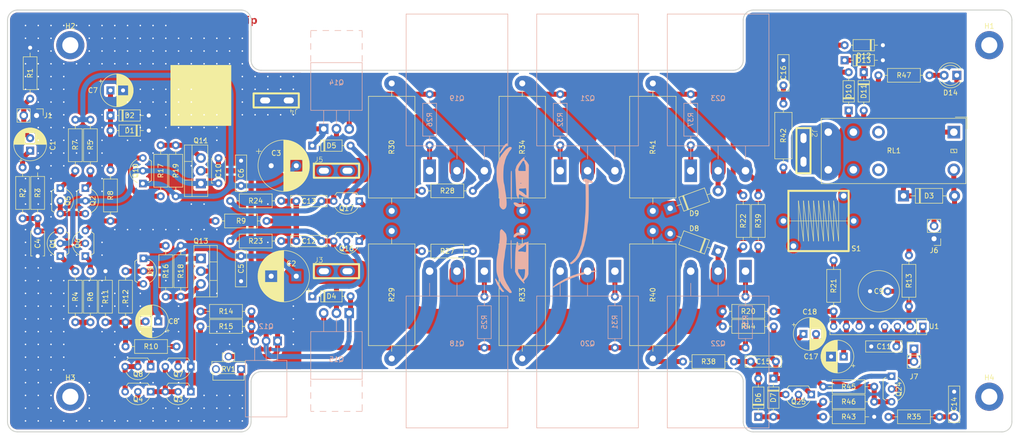
<source format=kicad_pcb>
(kicad_pcb (version 20240108) (generator "pcbnew") (generator_version "8.0")
  (layers (0 "F.Cu" signal) (31 "B.Cu" signal) (34 "B.Paste" user) (35 "F.Paste" user) (36 "B.SilkS" user "B.Silkscreen") (37 "F.SilkS" user "F.Silkscreen") (38 "B.Mask" user) (39 "F.Mask" user) (44 "Edge.Cuts" user))
  (net 0 "")
  (net 1 "Net-(J1-Pin_2)")
  (net 2 "GND")
  (net 3 "+45V")
  (net 4 "-45V")
  (net 5 "Net-(Q1-B)")
  (net 6 "Net-(D1-A)")
  (net 7 "Net-(C8-Pad2)")
  (net 8 "Net-(U1-OOD)")
  (net 9 "Net-(D5-K)")
  (net 10 "Net-(Q1-C)")
  (net 11 "Net-(U1-L{slash}AR)")
  (net 12 "Net-(D8-A)")
  (net 13 "Net-(Q16-B)")
  (net 14 "Net-(Q17-B)")
  (net 15 "/OL")
  (net 16 "Net-(D7-K)")
  (net 17 "Net-(D6-A)")
  (net 18 "Net-(C16-Pad1)")
  (net 19 "Net-(U1-ON{slash}SLT)")
  (net 20 "Net-(D3-A)")
  (net 21 "+12V")
  (net 22 "Net-(D4-A)")
  (net 23 "Net-(D4-K)")
  (net 24 "Net-(D5-A)")
  (net 25 "Net-(D6-K)")
  (net 26 "/OUT")
  (net 27 "Net-(J7-Pin_1)")
  (net 28 "Net-(Q1-E)")
  (net 29 "Net-(Q2-E)")
  (net 30 "Net-(Q2-B)")
  (net 31 "Net-(Q3-B)")
  (net 32 "Net-(Q4-B)")
  (net 33 "Net-(Q4-C)")
  (net 34 "Net-(Q5-E)")
  (net 35 "Net-(Q6-E)")
  (net 36 "Net-(Q6-B)")
  (net 37 "Net-(Q7-C)")
  (net 38 "Net-(Q9-B)")
  (net 39 "Net-(Q13-B)")
  (net 40 "Net-(Q10-B)")
  (net 41 "Net-(Q11-E)")
  (net 42 "Net-(Q12-B)")
  (net 43 "Net-(Q13-E)")
  (net 44 "Net-(Q14-E)")
  (net 45 "Net-(Q15-E)")
  (net 46 "Net-(Q18-E)")
  (net 47 "Net-(Q18-B)")
  (net 48 "Net-(Q19-B)")
  (net 49 "Net-(Q19-E)")
  (net 50 "Net-(Q20-B)")
  (net 51 "Net-(Q20-E)")
  (net 52 "Net-(Q21-E)")
  (net 53 "Net-(Q21-B)")
  (net 54 "Net-(Q22-B)")
  (net 55 "/TP+")
  (net 56 "/TP-")
  (net 57 "Net-(Q23-B)")
  (net 58 "Net-(Q24-B)")
  (net 59 "Net-(Q24-E)")
  (net 60 "Net-(Q24-C)")
  (net 61 "Net-(Q25-C)")
  (net 62 "/NFB")
  (net 63 "Net-(R15-Pad1)")
  (net 64 "Net-(U1-VCC)")
  (net 68 "Net-(C1-Pad1)")
  (net 81 "Net-(D10-A)")
  (net 82 "Net-(D11-K)")
  (net 83 "Net-(D14-A)")
  (footprint "Diode_THT:D_DO-35_SOD27_P7.62mm_Horizontal" (layer "F.Cu") (at 68 72)
    (property "Reference" "D2")
    (property "Value" "1N4148")
  )
  (footprint "Package_TO_SOT_THT:TO-92L_Inline_Wide" (layer "F.Cu") (at 117.54 97 180)
    (property "Reference" "Q16")
    (property "Value" "KSC1845")
  )
  (footprint "Package_TO_SOT_THT:TO-92L_Inline_Wide" (layer "F.Cu") (at 58 100 90)
    (property "Reference" "Q1")
    (property "Value" "KSA992")
  )
  (footprint "Resistor_THT:R_Axial_DIN0922_L20.0mm_D9.0mm_P25.40mm_Horizontal" (layer "F.Cu") (at 124 65.6 -90)
    (property "Reference" "R30")
    (property "Value" "0R22")
  )
  (footprint "Resistor_THT:R_Axial_DIN0922_L20.0mm_D9.0mm_P25.40mm_Horizontal" (layer "F.Cu") (at 176 65.6 -90)
    (property "Reference" "R41")
    (property "Value" "0R22")
  )
  (footprint "Diode_THT:D_DO-41_SOD81_P10.16mm_Horizontal" (layer "F.Cu") (at 225.92 88)
    (property "Reference" "D3")
    (property "Value" "1N4007")
  )
  (footprint "Capacitor_THT:C_Rect_L7.0mm_W2.0mm_P5.00mm" (layer "F.Cu") (at 202 66 90)
    (property "Reference" "C16")
    (property "Value" "100n")
  )
  (footprint "Resistor_THT:R_Axial_DIN0207_L6.3mm_D2.5mm_P10.16mm_Horizontal" (layer "F.Cu") (at 220.08 129 180)
    (property "Reference" "R46")
    (property "Value" "33k")
  )
  (footprint "MountingHole:MountingHole_3.2mm_M3_DIN965_Pad_TopBottom" (layer "F.Cu") (at 243 58)
    (property "Reference" "H1")
    (property "Value" "MountingHole_Pad")
  )
  (footprint "Resistor_THT:R_Axial_DIN0207_L6.3mm_D2.5mm_P10.16mm_Horizontal" (layer "F.Cu") (at 209.92 126)
    (property "Reference" "R45")
    (property "Value" "10k")
  )
  (footprint "Capacitor_THT:C_Rect_L7.0mm_W2.0mm_P5.00mm" (layer "F.Cu") (at 195.5 121)
    (property "Reference" "C15")
    (property "Value" "10n")
  )
  (footprint "Resistor_THT:R_Axial_DIN0207_L6.3mm_D2.5mm_P10.16mm_Horizontal" (layer "F.Cu") (at 99.08 93 180)
    (property "Reference" "R9")
    (property "Value" "36k")
  )
  (footprint "Package_TO_SOT_THT:TO-92L_Inline_Wide" (layer "F.Cu") (at 74.45 85.55 90)
    (property "Reference" "Q10")
    (property "Value" "KSC1845")
  )
  (footprint "MountingHole:MountingHole_3.2mm_M3_DIN965_Pad_TopBottom" (layer "F.Cu") (at 243 128)
    (property "Reference" "H4")
    (property "Value" "MountingHole_Pad")
  )
  (footprint "Capacitor_THT:C_Rect_L7.0mm_W2.0mm_P5.00mm" (layer "F.Cu") (at 105 97)
    (property "Reference" "C12")
    (property "Value" "100n")
  )
  (footprint "Resistor_THT:R_Axial_DIN0207_L6.3mm_D2.5mm_P10.16mm_Horizontal" (layer "F.Cu") (at 220.92 64)
    (property "Reference" "R47")
    (property "Value" "470")
  )
  (footprint "Capacitor_THT:C_Rect_L7.0mm_W2.0mm_P5.00mm" (layer "F.Cu") (at 236 127 -90)
    (property "Reference" "C14")
    (property "Value" "22n")
  )
  (footprint "Capacitor_THT:C_Rect_L7.0mm_W2.0mm_P5.00mm" (layer "F.Cu") (at 110 89.05 180)
    (property "Reference" "C13")
    (property "Value" "100n")
  )
  (footprint "MountingHole:MountingHole_3.2mm_M3_DIN965_Pad_TopBottom" (layer "F.Cu") (at 60 58)
    (property "Reference" "H2")
    (property "Value" "MountingHole_Pad")
  )
  (footprint "Diode_THT:D_DO-35_SOD27_P7.62mm_Horizontal" (layer "F.Cu") (at 215 71 90)
    (property "Reference" "D10")
    (property "Value" "1N4148")
  )
  (footprint "Capacitor_THT:C_Disc_D4.7mm_W2.5mm_P5.00mm" (layer "F.Cu") (at 89.5 85.5 90)
    (property "Reference" "C10")
    (property "Value" "100p")
  )
  (footprint "Capacitor_THT:CP_Radial_D10.0mm_P5.00mm" (layer "F.Cu") (at 105 104 180)
    (property "Reference" "C2")
    (property "Value" "100u")
  )
  (footprint "Resistor_THT:R_Axial_DIN0207_L6.3mm_D2.5mm_P10.16mm_Horizontal" (layer "F.Cu") (at 96.08 111 180)
    (property "Reference" "R14")
    (property "Value" "1k")
  )
  (footprint "Resistor_THT:R_Axial_DIN0922_L20.0mm_D9.0mm_P25.40mm_Horizontal" (layer "F.Cu") (at 176 95 -90)
    (property "Reference" "R40")
    (property "Value" "0R22")
  )
  (footprint "Connector_PinHeader_2.54mm:PinHeader_1x02_P2.54mm_Vertical" (layer "F.Cu") (at 53.275 72 -90)
    (property "Reference" "J1")
    (property "Value" "IN")
  )
  (footprint "Resistor_THT:R_Axial_DIN0207_L6.3mm_D2.5mm_P10.16mm_Horizontal" (layer "F.Cu") (at 197 98.08 90)
    (property "Reference" "R39")
    (property "Value" "1k")
  )
  (footprint "Capacitor_THT:CP_Radial_D10.0mm_P5.00mm" (layer "F.Cu") (at 100 82)
    (property "Reference" "C3")
    (property "Value" "100u")
  )
  (footprint "Package_TO_SOT_THT:TO-92L_Inline_Wide" (layer "F.Cu") (at 117.54 89.05 180)
    (property "Reference" "Q17")
    (property "Value" "KSA992")
  )
  (footprint "Resistor_THT:R_Axial_DIN0922_L20.0mm_D9.0mm_P25.40mm_Horizontal" (layer "F.Cu") (at 124 95 -90)
    (property "Reference" "R29")
    (property "Value" "0R22")
  )
  (footprint "Diode_THT:D_DO-35_SOD27_P7.62mm_Horizontal" (layer "F.Cu") (at 218 63.38 -90)
    (property "Reference" "D11")
    (property "Value" "1N4148")
  )
  (footprint "Diode_THT:D_DO-35_SOD27_P7.62mm_Horizontal" (layer "F.Cu") (at 197 132 90)
    (property "Reference" "D6")
    (property "Value" "1N4148")
  )
  (footprint "Resistor_THT:R_Axial_DIN0207_L6.3mm_D2.5mm_P10.16mm_Horizontal" (layer "F.Cu") (at 50.5 92.5 90)
    (property "Reference" "R2")
    (property "Value" "1k")
  )
  (footprint "Package_TO_SOT_THT:TO-92L_Inline_Wide" (layer "F.Cu") (at 58 86.46 -90)
    (property "Reference" "Q5")
    (property "Value" "KSC1845")
  )
  (footprint "Diode_THT:D_DO-35_SOD27_P7.62mm_Horizontal" (layer "F.Cu") (at 75.62 75 180)
    (property "Reference" "D1")
    (property "Value" "1N4148")
  )
  (footprint "Capacitor_THT:C_Rect_L7.0mm_W2.0mm_P5.00mm" (layer "F.Cu") (at 94 100 -90)
    (property "Reference" "C5")
    (property "Value" "100n")
  )
  (footprint "Ateyos_Connectors:6.3mm spade" (layer "F.Cu") (at 206 76.5 -90)
    (property "Reference" "J2")
    (property "Value" "~")
  )
  (footprint "Diode_THT:D_DO-41_SOD81_P10.16mm_Horizontal" (layer "F.Cu") (at 189 99 160)
    (property "Reference" "D8")
    (property "Value" "1N4007")
  )
  (footprint "Resistor_THT:R_Axial_DIN0207_L6.3mm_D2.5mm_P10.16mm_Horizontal" (layer "F.Cu") (at 78 88.08 90)
    (property "Reference" "R17")
    (property "Value" "1k")
  )
  (footprint "Package_TO_SOT_THT:TO-220-3_Vertical" (layer "F.Cu") (at 86 100.46 -90)
    (property "Reference" "Q13")
    (property "Value" "2SA1930")
  )
  (footprint "Relay_THT:Relay_DPDT_Panasonic_JW2" (layer "F.Cu") (at 235.9375 75.3125 180)
    (property "Reference" "RL1")
    (property "Value" "JW2")
  )
  (footprint "Diode_THT:D_DO-35_SOD27_P7.62mm_Horizontal" (layer "F.Cu") (at 221.81 58 180)
    (property "Reference" "D12")
    (property "Value" "1N4148")
  )
  (footprint "Diode_THT:D_DO-35_SOD27_P7.62mm_Horizontal" (layer "F.Cu") (at 108.19 108)
    (property "Reference" "D4")
    (property "Value" "1N4148")
  )
  (footprint "Connector_PinHeader_2.54mm:PinHeader_1x02_P2.54mm_Vertical" (layer "F.Cu") (at 232 96.54 180)
    (property "Reference" "J6")
    (property "Value" "Safety Bus")
  )
  (footprint "Resistor_THT:R_Axial_DIN0207_L6.3mm_D2.5mm_P10.16mm_Horizontal" (layer "F.Cu") (at 194 87.92 -90)
    (property "Reference" "R22")
    (property "Value" "220")
  )
  (footprint "Resistor_THT:R_Axial_DIN0207_L6.3mm_D2.5mm_P10.16mm_Horizontal" (layer "F.Cu") (at 52 68.66 90)
    (property "Reference" "R1")
    (property "Value" "470k")
  )
  (footprint "Diode_THT:D_DO-35_SOD27_P7.62mm_Horizontal" (layer "F.Cu") (at 214.19 61)
    (property "Reference" "D13")
    (property "Value" "1N4148")
  )
  (footprint "Capacitor_THT:C_Rect_L7.0mm_W2.0mm_P5.00mm" (layer "F.Cu") (at 224.5 118 180)
    (property "Reference" "C11")
    (property "Value" "22n")
  )
  (footprint "Resistor_THT:R_Axial_DIN0207_L6.3mm_D2.5mm_P10.16mm_Horizontal" (layer "F.Cu") (at 79 108.08 90)
    (property "Reference" "R16")
    (property "Value" "1k")
  )
  (footprint "Ateyos_Connectors:6.3mm spade" (layer "F.Cu") (at 110.5 83)
    (property "Reference" "J5")
    (property "Value" "~")
  )
  (footprint "Capacitor_THT:C_Radial_D8.0mm_H11.5mm_P3.50mm" (layer "F.Cu") (at 222.75 107 180)
    (property "Reference" "C9")
    (property "Value" "330u")
  )
  (footprint "MountingHole:MountingHole_3.2mm_M3_DIN965_Pad_TopBottom" (layer "F.Cu") (at 60 128)
    (property "Reference" "H3")
    (property "Value" "MountingHole_Pad")
  )
  (footprint "Resistor_THT:R_Axial_DIN0207_L6.3mm_D2.5mm_P10.16mm_Horizontal" (layer "F.Cu") (at 61 83 90)
    (property "Reference" "R7")
    (property "Value" "220")
  )
  (footprint "Diode_THT:D_DO-35_SOD27_P7.62mm_Horizontal" (layer "F.Cu") (at 108.19 78)
    (property "Reference" "D5")
    (property "Value" "1N4148")
  )
  (footprint "Resistor_THT:R_Axial_DIN0207_L6.3mm_D2.5mm_P10.16mm_Horizontal" (layer "F.Cu") (at 64 83 90)
    (property "Reference" "R5")
    (property "Value" "220")
  )
  (footprint "Capacitor_THT:CP_Radial_D6.3mm_P2.50mm" (layer "F.Cu") (at 206 115.5)
    (property "Reference" "C18")
    (property "Value" "4u7")
  )
  (footprint "Resistor_THT:R_Axial_DIN0207_L6.3mm_D2.5mm_P10.16mm_Horizontal" (layer "F.Cu") (at 189.92 114)
    (property "Reference" "R44")
    (property "Value" "470")
  )
  (footprint "Capacitor_THT:CP_Radial_D6.3mm_P2.50mm" (layer "F.Cu") (at 214 120 180)
    (property "Reference" "C17")
    (property "Value" "47u")
  )
  (footprint "Resistor_THT:R_Axial_DIN0207_L6.3mm_D2.5mm_P10.16mm_Horizontal" (layer "F.Cu") (at 233.08 132 180)
    (property "Reference" "R35")
    (property "Value" "33k")
  )
  (footprint "Resistor_THT:R_Axial_DIN0207_L6.3mm_D2.5mm_P10.16mm_Horizontal" (layer "F.Cu") (at 140.16 87 180)
    (property "Reference" "R28")
    (property "Value" "360")
  )
  (footprint "Resistor_THT:R_Axial_DIN0207_L6.3mm_D2.5mm_P10.16mm_Horizontal" (layer "F.Cu") (at 192.16 121 180)
    (property "Reference" "R38")
    (property "Value" "1k2")
  )
  (footprint "Package_TO_SOT_THT:TO-92L_Inline_Wide" (layer "F.Cu") (at 76 127 180)
    (property "Reference" "Q4")
    (property "Value" "KSA992")
  )
  (footprint "Diode_THT:D_DO-35_SOD27_P7.62mm_Horizontal" (layer "F.Cu") (at 200 124.38 -90)
    (property "Reference" "D7")
    (property "Value" "1N4148")
  )
  (footprint "Ateyos_Connectors:6.3mm spade" (layer "F.Cu") (at 103.5 69 180)
    (property "Reference" "J4")
    (property "Value" "~")
  )
  (footprint "Package_TO_SOT_THT:TO-92L_Inline_Wide" (layer "F.Cu") (at 84 122 180)
    (property "Reference" "Q7")
    (property "Value" "KSA992")
  )
  (footprint "Resistor_THT:R_Axial_DIN0922_L20.0mm_D9.0mm_P25.40mm_Horizontal" (layer "F.Cu") (at 150 65.6 -90)
    (property "Reference" "R34")
    (property "Value" "0R22")
  )
  (footprint "Resistor_THT:R_Axial_DIN0207_L6.3mm_D2.5mm_P10.16mm_Horizontal" (layer "F.Cu") (at 189.92 111)
    (property "Reference" "R20")
    (property "Value" "15k")
  )
  (footprint "Ateyos_Connectors:6.3mm spade" (layer "F.Cu") (at 110.5 103)
    (property "Reference" "J3")
    (property "Value" "~")
  )
  (footprint "Resistor_THT:R_Axial_DIN0207_L6.3mm_D2.5mm_P10.16mm_Horizontal" (layer "F.Cu") (at 64 113.16 90)
    (property "Reference" "R6")
    (property "Value" "220")
  )
  (footprint "Package_TO_SOT_THT:TO-92L_Inline_Wide" (layer "F.Cu") (at 207.55 127.55 180)
    (property "Reference" "Q25")
    (property "Value" "KSC1845")
  )
  (footprint "Resistor_THT:R_Axial_DIN0207_L6.3mm_D2.5mm_P10.16mm_Horizontal" (layer "F.Cu") (at 212 111 90)
    (property "Reference" "R21")
    (property "Value" "56k")
  )
  (footprint "Package_SIP:SIP-8_19x3mm_P2.54mm" (layer "F.Cu") (at 229.78 114 180)
    (property "Reference" "U1")
    (property "Value" "~")
  )
  (footprint "Resistor_THT:R_Axial_DIN0207_L6.3mm_D2.5mm_P10.16mm_Horizontal" (layer "F.Cu") (at 140.16 99 180)
    (property "Reference" "R27")
    (property "Value" "360")
  )
  (footprint "Potentiometer_THT:Potentiometer_Runtron_RM-063_Horizontal" (layer "F.Cu") (at 94 122.5 180)
    (property "Reference" "RV1")
    (property "Value" "200")
  )
  (footprint "Resistor_THT:R_Axial_DIN0207_L6.3mm_D2.5mm_P10.16mm_Horizontal" (layer "F.Cu") (at 71 103 -90)
    (property "Reference" "R12")
    (property "Value" "10k")
  )
  (footprint "Capacitor_THT:C_Rect_L7.0mm_W2.0mm_P5.00mm" (layer "F.Cu") (at 94 81 -90)
    (property "Reference" "C6")
    (property "Value" "100n")
  )
  (footprint "Resistor_THT:R_Axial_DIN0207_L6.3mm_D2.5mm_P10.16mm_Horizontal" (layer "F.Cu") (at 209.92 132)
    (property "Reference" "R43")
    (property "Value" "22k")
  )
  (footprint "Resistor_THT:R_Axial_DIN0207_L6.3mm_D2.5mm_P10.16mm_Horizontal" (layer "F.Cu") (at 102 97 180)
    (property "Reference" "R23")
    (property "Value" "470")
  )
  (footprint "Resistor_THT:R_Axial_DIN0207_L6.3mm_D2.5mm_P10.16mm_Horizontal" (layer "F.Cu") (at 91.84 89)
    (property "Reference" "R24")
    (property "Value" "470")
  )
  (footprint "Package_TO_SOT_THT:TO-92L_Inline_Wide" (layer "F.Cu") (at 76 122 180)
    (property "Reference" "Q8")
    (property "Value" "KSA992")
  )
  (footprint "Resistor_THT:R_Axial_DIN0207_L6.3mm_D2.5mm_P10.16mm_Horizontal" (layer "F.Cu") (at 82 97.92 -90)
    (property "Reference" "R18")
    (property "Value" "47")
  )
  (footprint "Resistor_THT:R_Axial_DIN0207_L6.3mm_D2.5mm_P10.16mm_Horizontal" (layer "F.Cu") (at 81 77.92 -90)
    (property "Reference" "R19")
    (property "Value" "10")
  )
  (footprint "Resistor_THT:R_Axial_DIN0207_L6.3mm_D2.5mm_P10.16mm_Horizontal" (layer "F.Cu") (at 227 110 90)
    (property "Reference" "R13")
    (property "Value" "56k")
  )
  (footprint "Resistor_THT:R_Axial_DIN0207_L6.3mm_D2.5mm_P10.16mm_Horizontal" (layer "F.Cu") (at 85.92 114)
    (property "Reference" "R15")
    (property "Value" "220")
  )
  (footprint "Connector_PinHeader_2.54mm:PinHeader_1x02_P2.54mm_Vertical" (layer "F.Cu") (at 228 118.46)
    (property "Reference" "J7")
    (property "Value" "ON")
  )
  (footprint "Resistor_THT:R_Axial_DIN0207_L6.3mm_D2.5mm_P10.16mm_Horizontal" (layer "F.Cu") (at 68 82.84 -90)
    (property "Reference" "R8")
    (property "Value" "1k")
  )
  (footprint "Package_TO_SOT_THT:TO-92L_Inline_Wide" (layer "F.Cu") (at 63 100 90)
    (property "Reference" "Q6")
    (property "Value" "KSA992")
  )
  (footprint "Resistor_THT:R_Axial_DIN0309_L9.0mm_D3.2mm_P12.70mm_Horizontal" (layer "F.Cu") (at 202 82.35 90)
    (property "Reference" "R42")
    (property "Value" "10")
  )
  (footprint "Package_TO_SOT_THT:TO-92L_Inline_Wide" (layer "F.Cu") (at 84 127 180)
    (property "Reference" "Q3")
    (property "Value" "KSA992")
  )
  (footprint "Resistor_THT:R_Axial_DIN0207_L6.3mm_D2.5mm_P10.16mm_Horizontal" (layer "F.Cu") (at 67 103 -90)
    (property "Reference" "R11")
    (property "Value" "10k")
  )
  (footprint "Package_TO_SOT_THT:TO-220-3_Vertical" (layer "F.Cu") (at 86 85.54 90)
    (property "Reference" "Q11")
    (property "Value" "2SC5171")
  )
  (footprint "Resistor_THT:R_Axial_DIN0207_L6.3mm_D2.5mm_P10.16mm_Horizontal" (layer "F.Cu") (at 81.16 118 180)
    (property "Reference" "R10")
    (property "Value" "5k6")
  )
  (footprint "Diode_THT:D_DO-41_SOD81_P10.16mm_Horizontal" (layer "F.Cu") (at 179.452724 90.474925 20)
    (property "Reference" "D9")
    (property "Value" "1N4007")
  )
  (footprint "Resistor_THT:R_Axial_DIN0207_L6.3mm_D2.5mm_P10.16mm_Horizontal" (layer "F.Cu") (at 53.5 82.34 -90)
    (property "Reference" "R3")
    (property "Value" "22k")
  )
  (footprint "Resistor_THT:R_Axial_DIN0922_L20.0mm_D9.0mm_P25.40mm_Horizontal" (layer "F.Cu") (at 150 95 -90)
    (property "Reference" "R33")
    (property "Value" "0R22")
  )
  (footprint "Capacitor_THT:CP_Radial_D6.3mm_P2.50mm" (layer "F.Cu") (at 77.5 113 180)
    (property "Reference" "C8")
    (property "Value" "47u")
  )
  (footprint "Resistor_THT:R_Axial_DIN0207_L6.3mm_D2.5mm_P10.16mm_Horizontal" (layer "F.Cu") (at 61 113.16 90)
    (property "Reference" "R4")
    (property "Value" "220")
  )
  (footprint "Package_TO_SOT_THT:TO-92L_Inline_Wide" (layer "F.Cu") (at 223.55 123.92 -90)
    (property "Reference" "Q24")
    (property "Value" "KSA992")
  )
  (footprint "Capacitor_THT:CP_Radial_D6.3mm_P2.50mm" (layer "F.Cu") (at 68 67)
    (property "Reference" "C7")
    (property "Value" "100u")
  )
  (footprint "Capacitor_THT:CP_Radial_D6.3mm_P2.50mm" (layer "F.Cu") (at 52 79 90)
    (property "Reference" "C1")
    (property "Value" "4u7")
  )
  (footprint "Package_TO_SOT_THT:TO-92L_Inline_Wide" (layer "F.Cu") (at 74.55 100.45 -90)
    (property "Reference" "Q9")
    (property "Value" "KSA992")
  )
  (footprint "Package_TO_SOT_THT:TO-92L_Inline_Wide" (layer "F.Cu") (at 63 86.46 -90)
    (property "Reference" "Q2")
    (property "Value" "KSC1845")
  )
  (footprint "Ateyos_Connectors:10mm Snubber" (layer "F.Cu") (at 209 93)
    (property "Reference" "S1")
    (property "Value" "1uH+10R")
  )
  (footprint "LED_THT:LED_D4.0mm" (layer "F.Cu") (at 236.54 64 180)
    (property "Reference" "D14")
    (property "Value" "LED")
  )
  (footprint "Capacitor_THT:C_Disc_D4.7mm_W2.5mm_P5.00mm" (layer "F.Cu") (at 53.5 95 -90)
    (property "Reference" "C4")
    (property "Value" "220p")
  )
  (footprint "LOGO" (layer "B.Cu") (at 154.75 92.45 -90)
    (property "Reference" "G***" (hide yes))
    (property "Value" "LOGO" (hide yes))
  )
  (footprint "Package_TO_SOT_THT:TO-264-3_Horizontal_TabUp" (layer "B.Cu") (at 194.45 103 180)
    (property "Reference" "Q22")
    (property "Value" "2SC5200")
  )
  (footprint "Package_TO_SOT_THT:TO-264-3_Horizontal_TabUp" (layer "B.Cu") (at 168.45 103 180)
    (property "Reference" "Q20")
    (property "Value" "2SC5200")
  )
  (footprint "Resistor_THT:R_Axial_DIN0207_L6.3mm_D2.5mm_P10.16mm_Horizontal" (layer "B.Cu") (at 157.55 77.92 90)
    (property "Reference" "R32")
    (property "Value" "2R2")
  )
  (footprint "Resistor_THT:R_Axial_DIN0207_L6.3mm_D2.5mm_P10.16mm_Horizontal" (layer "B.Cu") (at 142.45 118.24 90)
    (property "Reference" "R25")
    (property "Value" "2R2")
  )
  (footprint "Package_TO_SOT_THT:TO-264-3_Horizontal_TabUp" (layer "B.Cu") (at 142.45 103 180)
    (property "Reference" "Q18")
    (property "Value" "2SC5200")
  )
  (footprint "Package_TO_SOT_THT:TO-220-3_Horizontal_TabUp" (layer "B.Cu") (at 110.46 74.66)
    (property "Reference" "Q14")
    (property "Value" "MJE15033")
  )
  (footprint "Package_TO_SOT_THT:TO-264-3_Horizontal_TabUp" (layer "B.Cu") (at 131.55 83)
    (property "Reference" "Q19")
    (property "Value" "2SA1943")
  )
  (footprint "Resistor_THT:R_Axial_DIN0207_L6.3mm_D2.5mm_P10.16mm_Horizontal" (layer "B.Cu") (at 131.55 77.92 90)
    (property "Reference" "R26")
    (property "Value" "2R2")
  )
  (footprint "Resistor_THT:R_Axial_DIN0207_L6.3mm_D2.5mm_P10.16mm_Horizontal" (layer "B.Cu") (at 168.45 118.24 90)
    (property "Reference" "R31")
    (property "Value" "2R2")
  )
  (footprint "Resistor_THT:R_Axial_DIN0207_L6.3mm_D2.5mm_P10.16mm_Horizontal" (layer "B.Cu") (at 194.45 118.24 90)
    (property "Reference" "R36")
    (property "Value" "2R2")
  )
  (footprint "Package_TO_SOT_THT:TO-126-3_Horizontal_TabUp" (layer "B.Cu") (at 101.28 116.9 180)
    (property "Reference" "Q12")
    (property "Value" "2SC2911")
  )
  (footprint "Resistor_THT:R_Axial_DIN0207_L6.3mm_D2.5mm_P10.16mm_Horizontal" (layer "B.Cu") (at 183.55 77.92 90)
    (property "Reference" "R37")
    (property "Value" "2R2")
  )
  (footprint "Package_TO_SOT_THT:TO-220-3_Horizontal_TabUp" (layer "B.Cu") (at 115.54 111.34 180)
    (property "Reference" "Q15")
    (property "Value" "MJE15032")
  )
  (footprint "Package_TO_SOT_THT:TO-264-3_Horizontal_TabUp" (layer "B.Cu") (at 157.55 83)
    (property "Reference" "Q21")
    (property "Value" "2SA1943")
  )
  (footprint "Package_TO_SOT_THT:TO-264-3_Horizontal_TabUp" (layer "B.Cu") (at 183.55 83)
    (property "Reference" "Q23")
    (property "Value" "2SA1943")
  )
  (gr_poly (pts (xy 181 110.5) (xy 185 110.5) (xy 185 115.5) (xy 181 115.5)) (fill solid) (layer "F.Cu") (net 3))
  (gr_rect (start 80 62) (end 92 74) (stroke (width 0.1)) (fill solid) (layer "F.SilkS"))
  (gr_arc (start 247.5 133) (mid 246.914214 134.414214) (end 245.5 135) (stroke (width 0.2)) (layer "Edge.Cuts"))
  (gr_line (start 96 53) (end 96 61) (stroke (width 0.2)) (layer "Edge.Cuts"))
  (gr_arc (start 96 133) (mid 95.414214 134.414214) (end 94 135) (stroke (width 0.2)) (layer "Edge.Cuts"))
  (gr_line (start 247.5 53) (end 247.5 133) (stroke (width 0.2)) (layer "Edge.Cuts"))
  (gr_line (start 194 133) (end 194 125) (stroke (width 0.2)) (layer "Edge.Cuts"))
  (gr_line (start 196 51) (end 245.5 51) (stroke (width 0.2)) (layer "Edge.Cuts"))
  (gr_arc (start 49.5 135) (mid 48.085786 134.414214) (end 47.5 133) (stroke (width 0.2)) (layer "Edge.Cuts"))
  (gr_line (start 192 123) (end 98 123) (stroke (width 0.2)) (layer "Edge.Cuts"))
  (gr_line (start 49.5 51) (end 94 51) (stroke (width 0.2)) (layer "Edge.Cuts"))
  (gr_line (start 194 61) (end 194 53) (stroke (width 0.2)) (layer "Edge.Cuts"))
  (gr_arc (start 194 53) (mid 194.585786 51.585786) (end 196 51) (stroke (width 0.2)) (layer "Edge.Cuts"))
  (gr_line (start 96 125) (end 96 133) (stroke (width 0.2)) (layer "Edge.Cuts"))
  (gr_line (start 47.5 133) (end 47.5 53) (stroke (width 0.2)) (layer "Edge.Cuts"))
  (gr_line (start 245.5 135) (end 196 135) (stroke (width 0.2)) (layer "Edge.Cuts"))
  (gr_arc (start 96 125) (mid 96.585786 123.585786) (end 98 123) (stroke (width 0.2)) (layer "Edge.Cuts"))
  (gr_arc (start 196 135) (mid 194.585786 134.414214) (end 194 133) (stroke (width 0.2)) (layer "Edge.Cuts"))
  (gr_arc (start 94 51) (mid 95.414214 51.585786) (end 96 53) (stroke (width 0.2)) (layer "Edge.Cuts"))
  (gr_arc (start 194 61) (mid 193.414214 62.414214) (end 192 63) (stroke (width 0.2)) (layer "Edge.Cuts"))
  (gr_arc (start 192 123) (mid 193.414214 123.585786) (end 194 125) (stroke (width 0.2)) (layer "Edge.Cuts"))
  (gr_arc (start 245.5 51) (mid 246.914214 51.585786) (end 247.5 53) (stroke (width 0.2)) (layer "Edge.Cuts"))
  (gr_line (start 94 135) (end 49.5 135) (stroke (width 0.2)) (layer "Edge.Cuts"))
  (gr_arc (start 47.5 53) (mid 48.085786 51.585786) (end 49.5 51) (stroke (width 0.2)) (layer "Edge.Cuts"))
  (gr_arc (start 98 63) (mid 96.585786 62.414214) (end 96 61) (stroke (width 0.2)) (layer "Edge.Cuts"))
  (gr_line (start 98 63) (end 192 63) (stroke (width 0.2)) (layer "Edge.Cuts"))
  (gr_text "SWE300" (at 237 116 90) (layer "F.Cu") (effects (font (size 1.5 1.5) (thickness 0.3) (bold yes)) (justify left bottom)))
  (gr_text "Spiper" (at 157 88 0) (layer "F.Cu") (effects (font (size 1.5 1.5) (thickness 0.3) (bold yes)) (justify left bottom)))
  (gr_text "Sny" (at 206 107 90) (layer "F.Cu") (effects (font (size 1.5 1.5) (thickness 0.3) (bold yes)) (justify left bottom)))
  (gr_text "Silicon Wolf Embedded 300 r3.0" (at 196 54 0) (layer "F.Cu") (effects (font (size 1.5 1.5) (thickness 0.3) (bold yes)) (justify left bottom)))
  (gr_text "Aidan Heaslip" (at 81 54 0) (layer "F.Cu") (effects (font (size 1.5 1.5) (thickness 0.3) (bold yes)) (justify left bottom)))
  (segment (start 50.735 70.81949) (end 50.735 72) (width 1) (layer "F.Cu") (net 1))
  (segment (start 51.3675 69.2925) (end 52 68.66) (width 1) (layer "F.Cu") (net 1))
  (segment (start 51.3675 75.8675) (end 52 76.5) (width 1) (layer "F.Cu") (net 1))
  (segment (start 50.735 72) (end 50.735 74.340509) (width 1) (layer "F.Cu") (net 1))
  (arc (start 50.735 70.81949) (mid 50.899381 69.993088) (end 51.3675 69.2925) (width 1) (layer "F.Cu") (net 1))
  (arc (start 51.3675 75.8675) (mid 50.899381 75.16691) (end 50.735 74.340509) (width 1) (layer "F.Cu") (net 1))
  (via (at 56.16 107.42) (size 0.6) (drill 0.3) (layers "F.Cu" "B.Cu") (net 2))
  (via (at 53.62 89.64) (size 0.6) (drill 0.3) (layers "F.Cu" "B.Cu") (net 2))
  (via (at 56.16 122.66) (size 0.6) (drill 0.3) (layers "F.Cu" "B.Cu") (net 2))
  (via (at 56.16 102.34) (size 0.6) (drill 0.3) (layers "F.Cu" "B.Cu") (net 2))
  (via (at 66.32 79.48) (size 0.6) (drill 0.3) (layers "F.Cu" "B.Cu") (net 2))
  (via (at 104.42 66.78) (size 0.6) (drill 0.3) (layers "F.Cu" "B.Cu") (net 2))
  (via (at 53.62 69.32) (size 0.6) (drill 0.3) (layers "F.Cu" "B.Cu") (net 2))
  (via (at 104.42 112.5) (size 0.6) (drill 0.3) (layers "F.Cu" "B.Cu") (net 2))
  (via (at 53.62 120.12) (size 0.6) (drill 0.3) (layers "F.Cu" "B.Cu") (net 2))
  (via (at 68.86 120.12) (size 0.6) (drill 0.3) (layers "F.Cu" "B.Cu") (net 2))
  (via (at 99.34 71.86) (size 0.6) (drill 0.3) (layers "F.Cu" "B.Cu") (net 2))
  (via (at 51.08 120.12) (size 0.6) (drill 0.3) (layers "F.Cu" "B.Cu") (net 2))
  (via (at 58.7 117.58) (size 0.6) (drill 0.3) (layers "F.Cu" "B.Cu") (net 2))
  (via (at 56.16 66.78) (size 0.6) (drill 0.3) (layers "F.Cu" "B.Cu") (net 2))
  (via (at 63.78 132.82) (size 0.6) (drill 0.3) (layers "F.Cu" "B.Cu") (net 2))
  (via (at 76.48 79.48) (size 0.6) (drill 0.3) (layers "F.Cu" "B.Cu") (net 2))
  (via (at 68.86 115.04) (size 0.6) (drill 0.3) (layers "F.Cu" "B.Cu") (net 2))
  (via (at 51.08 109.96) (size 0.6) (drill 0.3) (layers "F.Cu" "B.Cu") (net 2))
  (via (at 56.16 109.96) (size 0.6) (drill 0.3) (layers "F.Cu" "B.Cu") (net 2))
  (via (at 79.02 59.16) (size 0.6) (drill 0.3) (layers "F.Cu" "B.Cu") (net 2))
  (via (at 86.64 61.7) (size 0.6) (drill 0.3) (layers "F.Cu" "B.Cu") (net 2))
  (via (at 94.26 115.04) (size 0.6) (drill 0.3) (layers "F.Cu" "B.Cu") (net 2))
  (via (at 84.1 94.72) (size 0.6) (drill 0.3) (layers "F.Cu" "B.Cu") (net 2))
  (via (at 66.32 109.96) (size 0.6) (drill 0.3) (layers "F.Cu" "B.Cu") (net 2))
  (via (at 86.64 71.86) (size 0.6) (drill 0.3) (layers "F.Cu" "B.Cu") (net 2))
  (via (at 76.48 94.72) (size 0.6) (drill 0.3) (layers "F.Cu" "B.Cu") (net 2))
  (via (at 58.7 64.24) (size 0.6) (drill 0.3) (layers "F.Cu" "B.Cu") (net 2))
  (via (at 76.48 69.32) (size 0.6) (drill 0.3) (layers "F.Cu" "B.Cu") (net 2))
  (via (at 61.24 109.96) (size 0.6) (drill 0.3) (layers "F.Cu" "B.Cu") (net 2))
  (via (at 66.32 97.26) (size 0.6) (drill 0.3) (layers "F.Cu" "B.Cu") (net 2))
  (via (at 53.62 130.28) (size 0.6) (drill 0.3) (layers "F.Cu" "B.Cu") (net 2))
  (via (at 56.16 120.12) (size 0.6) (drill 0.3) (layers "F.Cu" "B.Cu") (net 2))
  (via (at 81.56 61.7) (size 0.6) (drill 0.3) (layers "F.Cu" "B.Cu") (net 2))
  (via (at 56.16 59.16) (size 0.6) (drill 0.3) (layers "F.Cu" "B.Cu") (net 2))
  (via (at 99.34 97.26) (size 0.6) (drill 0.3) (layers "F.Cu" "B.Cu") (net 2))
  (via (at 73.94 109.96) (size 0.6) (drill 0.3) (layers "F.Cu" "B.Cu") (net 2))
  (via (at 76.48 132.82) (size 0.6) (drill 0.3) (layers "F.Cu" "B.Cu") (net 2))
  (via (at 71.4 69.32) (size 0.6) (drill 0.3) (layers "F.Cu" "B.Cu") (net 2))
  (via (at 53.62 59.16) (size 0.6) (drill 0.3) (layers "F.Cu" "B.Cu") (net 2))
  (via (at 53.62 125.2) (size 0.6) (drill 0.3) (layers "F.Cu" "B.Cu") (net 2))
  (via (at 76.48 115.04) (size 0.6) (drill 0.3) (layers "F.Cu" "B.Cu") (net 2))
  (via (at 63.78 54.08) (size 0.6) (drill 0.3) (layers "F.Cu" "B.Cu") (net 2))
  (via (at 89.18 94.72) (size 0.6) (drill 0.3) (layers "F.Cu" "B.Cu") (net 2))
  (via (at 91.72 130.28) (size 0.6) (drill 0.3) (layers "F.Cu" "B.Cu") (net 2))
  (via (at 58.7 107.42) (size 0.6) (drill 0.3) (layers "F.Cu" "B.Cu") (net 2))
  (via (at 56.16 115.04) (size 0.6) (drill 0.3) (layers "F.Cu" "B.Cu") (net 2))
  (via (at 76.48 130.28) (size 0.6) (drill 0.3) (layers "F.Cu" "B.Cu") (net 2))
  (via (at 94.26 61.7) (size 0.6) (drill 0.3) (layers "F.Cu" "B.Cu") (net 2))
  (via (at 89.18 74.4) (size 0.6) (drill 0.3) (layers "F.Cu" "B.Cu") (net 2))
  (via (at 63.78 79.48) (size 0.6) (drill 0.3) (layers "F.Cu" "B.Cu") (net 2))
  (via (at 53.62 76.94) (size 0.6) (drill 0.3) (layers "F.Cu" "B.Cu") (net 2))
  (via (at 84.1 61.7) (size 0.6) (drill 0.3) (layers "F.Cu" "B.Cu") (net 2))
  (via (at 58.7 74.4) (size 0.6) (drill 0.3) (layers "F.Cu" "B.Cu") (net 2))
  (via (at 68.86 109.96) (size 0.6) (drill 0.3) (layers "F.Cu" "B.Cu") (net 2))
  (via (at 61.24 99.8) (size 0.6) (drill 0.3) (layers "F.Cu" "B.Cu") (net 2))
  (via (at 58.7 82.02) (size 0.6) (drill 0.3) (layers "F.Cu" "B.Cu") (net 2))
  (via (at 94.26 69.32) (size 0.6) (drill 0.3) (layers "F.Cu" "B.Cu") (net 2))
  (via (at 68.86 107.42) (size 0.6) (drill 0.3) (layers "F.Cu" "B.Cu") (net 2))
  (via (at 79.02 54.08) (size 0.6) (drill 0.3) (layers "F.Cu" "B.Cu") (net 2))
  (via (at 56.16 97.26) (size 0.6) (drill 0.3) (layers "F.Cu" "B.Cu") (net 2))
  (via (at 56.16 64.24) (size 0.6) (drill 0.3) (layers "F.Cu" "B.Cu") (net 2))
  (via (at 51.08 112.5) (size 0.6) (drill 0.3) (layers "F.Cu" "B.Cu") (net 2))
  (via (at 51.08 94.72) (size 0.6) (drill 0.3) (layers "F.Cu" "B.Cu") (net 2))
  (via (at 86.64 89.64) (size 0.6) (drill 0.3) (layers "F.Cu" "B.Cu") (net 2))
  (via (at 66.32 76.94) (size 0.6) (drill 0.3) (layers "F.Cu" "B.Cu") (net 2))
  (via (at 56.16 82.02) (size 0.6) (drill 0.3) (layers "F.Cu" "B.Cu") (net 2))
  (via (at 86.64 56.62) (size 0.6) (drill 0.3) (layers "F.Cu" "B.Cu") (net 2))
  (via (at 68.86 61.7) (size 0.6) (drill 0.3) (layers "F.Cu" "B.Cu") (net 2))
  (via (at 86.64 130.28) (size 0.6) (drill 0.3) (layers "F.Cu" "B.Cu") (net 2))
  (via (at 89.18 127.74) (size 0.6) (drill 0.3) (layers "F.Cu" "B.Cu") (net 2))
  (via (at 56.16 132.82) (size 0.6) (drill 0.3) (layers "F.Cu" "B.Cu") (net 2))
  (via (at 61.24 79.48) (size 0.6) (drill 0.3) (layers "F.Cu" "B.Cu") (net 2))
  (via (at 68.86 54.08) (size 0.6) (drill 0.3) (layers "F.Cu" "B.Cu") (net 2))
  (via (at 68.86 56.62) (size 0.6) (drill 0.3) (layers "F.Cu" "B.Cu") (net 2))
  (via (at 79.02 115.04) (size 0.6) (drill 0.3) (layers "F.Cu" "B.Cu") (net 2))
  (via (at 58.7 112.5) (size 0.6) (drill 0.3) (layers "F.Cu" "B.Cu") (net 2))
  (via (at 73.94 74.4) (size 0.6) (drill 0.3) (layers "F.Cu" "B.Cu") (net 2))
  (via (at 101.88 71.86) (size 0.6) (drill 0.3) (layers "F.Cu" "B.Cu") (net 2))
  (via (at 79.02 132.82) (size 0.6) (drill 0.3) (layers "F.Cu" "B.Cu") (net 2))
  (via (at 51.08 66.78) (size 0.6) (drill 0.3) (layers "F.Cu" "B.Cu") (net 2))
  (via (at 91.72 127.74) (size 0.6) (drill 0.3) (layers "F.Cu" "B.Cu") (net 2))
  (via (at 81.56 74.4) (size 0.6) (drill 0.3) (layers "F.Cu" "B.Cu") (net 2))
  (via (at 104.42 115.04) (size 0.6) (drill 0.3) (layers "F.Cu" "B.Cu") (net 2))
  (via (at 94.26 117.58) (size 0.6) (drill 0.3) (layers "F.Cu" "B.Cu") (net 2))
  (via (at 89.18 61.7) (size 0.6) (drill 0.3) (layers "F.Cu" "B.Cu") (net 2))
  (via (at 66.32 107.42) (size 0.6) (drill 0.3) (layers "F.Cu" "B.Cu") (net 2))
  (via (at 86.64 74.4) (size 0.6) (drill 0.3) (layers "F.Cu" "B.Cu") (net 2))
  (via (at 84.1 74.4) (size 0.6) (drill 0.3) (layers "F.Cu" "B.Cu") (net 2))
  (via (at 61.24 61.7) (size 0.6) (drill 0.3) (layers "F.Cu" "B.Cu") (net 2))
  (via (at 58.7 115.04) (size 0.6) (drill 0.3) (layers "F.Cu" "B.Cu") (net 2))
  (via (at 71.4 59.16) (size 0.6) (drill 0.3) (layers "F.Cu" "B.Cu") (net 2))
  (via (at 56.16 54.08) (size 0.6) (drill 0.3) (layers "F.Cu" "B.Cu") (net 2))
  (via (at 56.16 87.1) (size 0.6) (drill 0.3) (layers "F.Cu" "B.Cu") (net 2))
  (via (at 51.08 97.26) (size 0.6) (drill 0.3) (layers "F.Cu" "B.Cu") (net 2))
  (via (at 63.78 104.88) (size 0.6) (drill 0.3) (layers "F.Cu" "B.Cu") (net 2))
  (via (at 79.02 104.88) (size 0.6) (drill 0.3) (layers "F.Cu" "B.Cu") (net 2))
  (via (at 86.64 132.82) (size 0.6) (drill 0.3) (layers "F.Cu" "B.Cu") (net 2))
  (via (at 66.32 71.86) (size 0.6) (drill 0.3) (layers "F.Cu" "B.Cu") (net 2))
  (via (at 53.62 127.74) (size 0.6) (drill 0.3) (layers "F.Cu" "B.Cu") (net 2))
  (via (at 51.08 84.56) (size 0.6) (drill 0.3) (layers "F.Cu" "B.Cu") (net 2))
  (via (at 81.56 56.62) (size 0.6) (drill 0.3) (layers "F.Cu" "B.Cu") (net 2))
  (via (at 58.7 122.66) (size 0.6) (drill 0.3) (layers "F.Cu" "B.Cu") (net 2))
  (via (at 51.08 102.34) (size 0.6) (drill 0.3) (layers "F.Cu" "B.Cu") (net 2))
  (via (at 94.26 127.74) (size 0.6) (drill 0.3) (layers "F.Cu" "B.Cu") (net 2))
  (via (at 66.32 87.1) (size 0.6) (drill 0.3) (layers "F.Cu" "B.Cu") (net 2))
  (via (at 81.56 71.86) (size 0.6) (drill 0.3) (layers "F.Cu" "B.Cu") (net 2))
  (via (at 66.32 74.4) (size 0.6) (drill 0.3) (layers "F.Cu" "B.Cu") (net 2))
  (via (at 71.4 74.4) (size 0.6) (drill 0.3) (layers "F.Cu" "B.Cu") (net 2))
  (via (at 58.7 132.82) (size 0.6) (drill 0.3) (layers "F.Cu" "B.Cu") (net 2))
  (via (at 76.48 54.08) (size 0.6) (drill 0.3) (layers "F.Cu" "B.Cu") (net 2))
  (via (at 63.78 107.42) (size 0.6) (drill 0.3) (layers "F.Cu" "B.Cu") (net 2))
  (via (at 63.78 130.28) (size 0.6) (drill 0.3) (layers "F.Cu" "B.Cu") (net 2))
  (via (at 104.42 64.24) (size 0.6) (drill 0.3) (layers "F.Cu" "B.Cu") (net 2))
  (via (at 51.08 104.88) (size 0.6) (drill 0.3) (layers "F.Cu" "B.Cu") (net 2))
  (via (at 53.62 112.5) (size 0.6) (drill 0.3) (layers "F.Cu" "B.Cu") (net 2))
  (via (at 53.62 56.62) (size 0.6) (drill 0.3) (layers "F.Cu" "B.Cu") (net 2))
  (via (at 56.16 56.62) (size 0.6) (drill 0.3) (layers "F.Cu" "B.Cu") (net 2))
  (via (at 51.08 130.28) (size 0.6) (drill 0.3) (layers "F.Cu" "B.Cu") (net 2))
  (via (at 63.78 56.62) (size 0.6) (drill 0.3) (layers "F.Cu" "B.Cu") (net 2))
  (via (at 104.42 109.96) (size 0.6) (drill 0.3) (layers "F.Cu" "B.Cu") (net 2))
  (via (at 76.48 61.7) (size 0.6) (drill 0.3) (layers "F.Cu" "B.Cu") (net 2))
  (via (at 51.08 64.24) (size 0.6) (drill 0.3) (layers "F.Cu" "B.Cu") (net 2))
  (via (at 56.16 112.5) (size 0.6) (drill 0.3) (layers "F.Cu" "B.Cu") (net 2))
  (via (at 86.64 76.94) (size 0.6) (drill 0.3) (layers "F.Cu" "B.Cu") (net 2))
  (via (at 71.4 94.72) (size 0.6) (drill 0.3) (layers "F.Cu" "B.Cu") (net 2))
  (via (at 99.34 64.24) (size 0.6) (drill 0.3) (layers "F.Cu" "B.Cu") (net 2))
  (via (at 99.34 89.64) (size 0.6) (drill 0.3) (layers "F.Cu" "B.Cu") (net 2))
  (via (at 53.62 107.42) (size 0.6) (drill 0.3) (layers "F.Cu" "B.Cu") (net 2))
  (via (at 73.94 125.2) (size 0.6) (drill 0.3) (layers "F.Cu" "B.Cu") (net 2))
  (via (at 79.02 71.86) (size 0.6) (drill 0.3) (layers "F.Cu" "B.Cu") (net 2))
  (via (at 53.62 74.4) (size 0.6) (drill 0.3) (layers "F.Cu" "B.Cu") (net 2))
  (via (at 51.08 122.66) (size 0.6) (drill 0.3) (layers "F.Cu" "B.Cu") (net 2))
  (via (at 84.1 66.78) (size 0.6) (drill 0.3) (layers "F.Cu" "B.Cu") (net 2))
  (via (at 96.8 71.86) (size 0.6) (drill 0.3) (layers "F.Cu" "B.Cu") (net 2))
  (via (at 56.16 117.58) (size 0.6) (drill 0.3) (layers "F.Cu" "B.Cu") (net 2))
  (via (at 71.4 76.94) (size 0.6) (drill 0.3) (layers "F.Cu" "B.Cu") (net 2))
  (via (at 53.62 122.66) (size 0.6) (drill 0.3) (layers "F.Cu" "B.Cu") (net 2))
  (via (at 51.08 99.8) (size 0.6) (drill 0.3) (layers "F.Cu" "B.Cu") (net 2))
  (via (at 81.56 115.04) (size 0.6) (drill 0.3) (layers "F.Cu" "B.Cu") (net 2))
  (via (at 73.94 59.16) (size 0.6) (drill 0.3) (layers "F.Cu" "B.Cu") (net 2))
  (via (at 63.78 109.96) (size 0.6) (drill 0.3) (layers "F.Cu" "B.Cu") (net 2))
  (via (at 63.78 76.94) (size 0.6) (drill 0.3) (layers "F.Cu" "B.Cu") (net 2))
  (via (at 66.32 104.88) (size 0.6) (drill 0.3) (layers "F.Cu" "B.Cu") (net 2))
  (via (at 61.24 87.1) (size 0.6) (drill 0.3) (layers "F.Cu" "B.Cu") (net 2))
  (via (at 73.94 56.62) (size 0.6) (drill 0.3) (layers "F.Cu" "B.Cu") (net 2))
  (via (at 91.72 117.58) (size 0.6) (drill 0.3) (layers "F.Cu" "B.Cu") (net 2))
  (via (at 79.02 56.62) (size 0.6) (drill 0.3) (layers "F.Cu" "B.Cu") (net 2))
  (via (at 51.08 56.62) (size 0.6) (drill 0.3) (layers "F.Cu" "B.Cu") (net 2))
  (via (at 66.32 56.62) (size 0.6) (drill 0.3) (layers "F.Cu" "B.Cu") (net 2))
  (via (at 79.02 74.4) (size 0.6) (drill 0.3) (layers "F.Cu" "B.Cu") (net 2))
  (via (at 94.26 130.28) (size 0.6) (drill 0.3) (layers "F.Cu" "B.Cu") (net 2))
  (via (at 73.94 76.94) (size 0.6) (drill 0.3) (layers "F.Cu" "B.Cu") (net 2))
  (via (at 91.72 115.04) (size 0.6) (drill 0.3) (layers "F.Cu" "B.Cu") (net 2))
  (via (at 76.48 56.62) (size 0.6) (drill 0.3) (layers "F.Cu" "B.Cu") (net 2))
  (via (at 56.16 84.56) (size 0.6) (drill 0.3) (layers "F.Cu" "B.Cu") (net 2))
  (via (at 71.4 132.82) (size 0.6) (drill 0.3) (layers "F.Cu" "B.Cu") (net 2))
  (via (at 81.56 112.5) (size 0.6) (drill 0.3) (layers "F.Cu" "B.Cu") (net 2))
  (via (at 94.26 56.62) (size 0.6) (drill 0.3) (layers "F.Cu" "B.Cu") (net 2))
  (via (at 73.94 115.04) (size 0.6) (drill 0.3) (layers "F.Cu" "B.Cu") (net 2))
  (via (at 53.62 115.04) (size 0.6) (drill 0.3) (layers "F.Cu" "B.Cu") (net 2))
  (via (at 66.32 59.16) (size 0.6) (drill 0.3) (layers "F.Cu" "B.Cu") (net 2))
  (via (at 89.18 115.04) (size 0.6) (drill 0.3) (layers "F.Cu" "B.Cu") (net 2))
  (via (at 89.18 71.86) (size 0.6) (drill 0.3) (layers "F.Cu" "B.Cu") (net 2))
  (via (at 58.7 69.32) (size 0.6) (drill 0.3) (layers "F.Cu" "B.Cu") (net 2))
  (via (at 89.18 59.16) (size 0.6) (drill 0.3) (layers "F.Cu" "B.Cu") (net 2))
  (via (at 81.56 125.2) (size 0.6) (drill 0.3) (layers "F.Cu" "B.Cu") (net 2))
  (via (at 76.48 66.78) (size 0.6) (drill 0.3) (layers "F.Cu" "B.Cu") (net 2))
  (via (at 84.1 59.16) (size 0.6) (drill 0.3) (layers "F.Cu" "B.Cu") (net 2))
  (via (at 51.08 107.42) (size 0.6) (drill 0.3) (layers "F.Cu" "B.Cu") (net 2))
  (via (at 76.48 125.2) (size 0.6) (drill 0.3) (layers "F.Cu" "B.Cu") (net 2))
  (via (at 68.86 117.58) (size 0.6) (drill 0.3) (layers "F.Cu" "B.Cu") (net 2))
  (via (at 94.26 71.86) (size 0.6) (drill 0.3) (layers "F.Cu" "B.Cu") (net 2))
  (via (at 56.16 92.18) (size 0.6) (drill 0.3) (layers "F.Cu" "B.Cu") (net 2))
  (via (at 56.16 99.8) (size 0.6) (drill 0.3) (layers "F.Cu" "B.Cu") (net 2))
  (via (at 86.64 59.16) (size 0.6) (drill 0.3) (layers "F.Cu" "B.Cu") (net 2))
  (via (at 84.1 82.02) (size 0.6) (drill 0.3) (layers "F.Cu" "B.Cu") (net 2))
  (via (at 73.94 69.32) (size 0.6) (drill 0.3) (layers "F.Cu" "B.Cu") (net 2))
  (via (at 51.08 125.2) (size 0.6) (drill 0.3) (layers "F.Cu" "B.Cu") (net 2))
  (via (at 94.26 59.16) (size 0.6) (drill 0.3) (layers "F.Cu" "B.Cu") (net 2))
  (via (at 89.18 76.94) (size 0.6) (drill 0.3) (layers "F.Cu" "B.Cu") (net 2))
  (via (at 71.4 54.08) (size 0.6) (drill 0.3) (layers "F.Cu" "B.Cu") (net 2))
  (via (at 96.8 64.24) (size 0.6) (drill 0.3) (layers "F.Cu" "B.Cu") (net 2))
  (via (at 53.62 117.58) (size 0.6) (drill 0.3) (layers "F.Cu" "B.Cu") (net 2))
  (via (at 71.4 109.96) (size 0.6) (drill 0.3) (layers "F.Cu" "B.Cu") (net 2))
  (via (at 84.1 132.82) (size 0.6) (drill 0.3) (layers "F.Cu" "B.Cu") (net 2))
  (via (at 56.16 125.2) (size 0.6) (drill 0.3) (layers "F.Cu" "B.Cu") (net 2))
  (via (at 71.4 120.12) (size 0.6) (drill 0.3) (layers "F.Cu" "B.Cu") (net 2))
  (via (at 81.56 132.82) (size 0.6) (drill 0.3) (layers "F.Cu" "B.Cu") (net 2))
  (via (at 81.56 130.28) (size 0.6) (drill 0.3) (layers "F.Cu" "B.Cu") (net 2))
  (via (at 86.64 127.74) (size 0.6) (drill 0.3) (layers "F.Cu" "B.Cu") (net 2))
  (via (at 73.94 94.72) (size 0.6) (drill 0.3) (layers "F.Cu" "B.Cu") (net 2))
  (via (at 61.24 132.82) (size 0.6) (drill 0.3) (layers "F.Cu" "B.Cu") (net 2))
  (via (at 53.62 132.82) (size 0.6) (drill 0.3) (layers "F.Cu" "B.Cu") (net 2))
  (via (at 66.32 115.04) (size 0.6) (drill 0.3) (layers "F.Cu" "B.Cu") (net 2))
  (via (at 61.24 76.94) (size 0.6) (drill 0.3) (layers "F.Cu" "B.Cu") (net 2))
  (via (at 104.42 117.58) (size 0.6) (drill 0.3) (layers "F.Cu" "B.Cu") (net 2))
  (via (at 53.62 84.56) (size 0.6) (drill 0.3) (layers "F.Cu" "B.Cu") (net 2))
  (via (at 56.16 130.28) (size 0.6) (drill 0.3) (layers "F.Cu" "B.Cu") (net 2))
  (via (at 89.18 117.58) (size 0.6) (drill 0.3) (layers "F.Cu" "B.Cu") (net 2))
  (via (at 56.16 76.94) (size 0.6) (drill 0.3) (layers "F.Cu" "B.Cu") (net 2))
  (via (at 58.7 109.96) (size 0.6) (drill 0.3) (layers "F.Cu" "B.Cu") (net 2))
  (via (at 89.18 132.82) (size 0.6) (drill 0.3) (layers "F.Cu" "B.Cu") (net 2))
  (via (at 51.08 132.82) (size 0.6) (drill 0.3) (layers "F.Cu" "B.Cu") (net 2))
  (via (at 53.62 61.7) (size 0.6) (drill 0.3) (layers "F.Cu" "B.Cu") (net 2))
  (via (at 58.7 104.88) (size 0.6) (drill 0.3) (layers "F.Cu" "B.Cu") (net 2))
  (via (at 66.32 84.56) (size 0.6) (drill 0.3) (layers "F.Cu" "B.Cu") (net 2))
  (via (at 81.56 94.72) (size 0.6) (drill 0.3) (layers "F.Cu" "B.Cu") (net 2))
  (via (at 101.88 64.24) (size 0.6) (drill 0.3) (layers "F.Cu" "B.Cu") (net 2))
  (via (at 58.7 71.86) (size 0.6) (drill 0.3) (layers "F.Cu" "B.Cu") (net 2))
  (via (at 56.16 89.64) (size 0.6) (drill 0.3) (layers "F.Cu" "B.Cu") (net 2))
  (via (at 68.86 132.82) (size 0.6) (drill 0.3) (layers "F.Cu" "B.Cu") (net 2))
  (via (at 51.08 127.74) (size 0.6) (drill 0.3) (layers "F.Cu" "B.Cu") (net 2))
  (via (at 79.02 66.78) (size 0.6) (drill 0.3) (layers "F.Cu" "B.Cu") (net 2))
  (via (at 76.48 59.16) (size 0.6) (drill 0.3) (layers "F.Cu" "B.Cu") (net 2))
  (via (at 104.42 71.86) (size 0.6) (drill 0.3) (layers "F.Cu" "B.Cu") (net 2))
  (via (at 53.62 66.78) (size 0.6) (drill 0.3) (layers "F.Cu" "B.Cu") (net 2))
  (via (at 58.7 61.7) (size 0.6) (drill 0.3) (layers "F.Cu" "B.Cu") (net 2))
  (via (at 51.08 117.58) (size 0.6) (drill 0.3) (layers "F.Cu" "B.Cu") (net 2))
  (via (at 63.78 59.16) (size 0.6) (drill 0.3) (layers "F.Cu" "B.Cu") (net 2))
  (via (at 86.64 94.72) (size 0.6) (drill 0.3) (layers "F.Cu" "B.Cu") (net 2))
  (via (at 51.08 115.04) (size 0.6) (drill 0.3) (layers "F.Cu" "B.Cu") (net 2))
  (via (at 79.02 130.28) (size 0.6) (drill 0.3) (layers "F.Cu" "B.Cu") (net 2))
  (via (at 66.32 132.82) (size 0.6) (drill 0.3) (layers "F.Cu" "B.Cu") (net 2))
  (via (at 89.18 56.62) (size 0.6) (drill 0.3) (layers "F.Cu" "B.Cu") (net 2))
  (via (at 89.18 107.42) (size 0.6) (drill 0.3) (layers "F.Cu" "B.Cu") (net 2))
  (via (at 58.7 66.78) (size 0.6) (drill 0.3) (layers "F.Cu" "B.Cu") (net 2))
  (via (at 73.94 61.7) (size 0.6) (drill 0.3) (layers "F.Cu" "B.Cu") (net 2))
  (via (at 63.78 61.7) (size 0.6) (drill 0.3) (layers "F.Cu" "B.Cu") (net 2))
  (via (at 81.56 69.32) (size 0.6) (drill 0.3) (layers "F.Cu" "B.Cu") (net 2))
  (via (at 68.86 94.72) (size 0.6) (drill 0.3) (layers "F.Cu" "B.Cu") (net 2))
  (via (at 101.88 66.78) (size 0.6) (drill 0.3) (layers "F.Cu" "B.Cu") (net 2))
  (via (at 94.26 66.78) (size 0.6) (drill 0.3) (layers "F.Cu" "B.Cu") (net 2))
  (via (at 56.16 69.32) (size 0.6) (drill 0.3) (layers "F.Cu" "B.Cu") (net 2))
  (via (at 51.08 87.1) (size 0.6) (drill 0.3) (layers "F.Cu" "B.Cu") (net 2))
  (via (at 56.16 61.7) (size 0.6) (drill 0.3) (layers "F.Cu" "B.Cu") (net 2))
  (via (at 84.1 130.28) (size 0.6) (drill 0.3) (layers "F.Cu" "B.Cu") (net 2))
  (via (at 51.08 61.7) (size 0.6) (drill 0.3) (layers "F.Cu" "B.Cu") (net 2))
  (via (at 66.32 61.7) (size 0.6) (drill 0.3) (layers "F.Cu" "B.Cu") (net 2))
  (via (at 71.4 61.7) (size 0.6) (drill 0.3) (layers "F.Cu" "B.Cu") (net 2))
  (via (at 81.56 66.78) (size 0.6) (drill 0.3) (layers "F.Cu" "B.Cu") (net 2))
  (via (at 58.7 120.12) (size 0.6) (drill 0.3) (layers "F.Cu" "B.Cu") (net 2))
  (via (at 73.94 107.42) (size 0.6) (drill 0.3) (layers "F.Cu" "B.Cu") (net 2))
  (via (at 66.32 99.8) (size 0.6) (drill 0.3) (layers "F.Cu" "B.Cu") (net 2))
  (via (at 56.16 79.48) (size 0.6) (drill 0.3) (layers "F.Cu" "B.Cu") (net 2))
  (via (at 71.4 71.86) (size 0.6) (drill 0.3) (layers "F.Cu" "B.Cu") (net 2))
  (via (at 71.4 56.62) (size 0.6) (drill 0.3) (layers "F.Cu" "B.Cu") (net 2))
  (via (at 53.62 102.34) (size 0.6) (drill 0.3) (layers "F.Cu" "B.Cu") (net 2))
  (via (at 91.72 132.82) (size 0.6) (drill 0.3) (layers "F.Cu" "B.Cu") (net 2))
  (via (at 56.16 71.86) (size 0.6) (drill 0.3) (layers "F.Cu" "B.Cu") (net 2))
  (via (at 73.94 71.86) (size 0.6) (drill 0.3) (layers "F.Cu" "B.Cu") (net 2))
  (via (at 63.78 127.74) (size 0.6) (drill 0.3) (layers "F.Cu" "B.Cu") (net 2))
  (via (at 53.62 64.24) (size 0.6) (drill 0.3) (layers "F.Cu" "B.Cu") (net 2))
  (via (at 84.1 69.32) (size 0.6) (drill 0.3) (layers "F.Cu" "B.Cu") (net 2))
  (via (at 53.62 79.48) (size 0.6) (drill 0.3) (layers "F.Cu" "B.Cu") (net 2))
  (via (at 53.62 87.1) (size 0.6) (drill 0.3) (layers "F.Cu" "B.Cu") (net 2))
  (via (at 96.8 66.78) (size 0.6) (drill 0.3) (layers "F.Cu" "B.Cu") (net 2))
  (via (at 56.16 74.4) (size 0.6) (drill 0.3) (layers "F.Cu" "B.Cu") (net 2))
  (via (at 99.34 66.78) (size 0.6) (drill 0.3) (layers "F.Cu" "B.Cu") (net 2))
  (via (at 79.02 69.32) (size 0.6) (drill 0.3) (layers "F.Cu" "B.Cu") (net 2))
  (via (at 53.62 104.88) (size 0.6) (drill 0.3) (layers "F.Cu" "B.Cu") (net 2))
  (via (at 84.1 56.62) (size 0.6) (drill 0.3) (layers "F.Cu" "B.Cu") (net 2))
  (via (at 61.24 107.42) (size 0.6) (drill 0.3) (layers "F.Cu" "B.Cu") (net 2))
  (via (at 58.7 79.48) (size 0.6) (drill 0.3) (layers "F.Cu" "B.Cu") (net 2))
  (via (at 94.26 64.24) (size 0.6) (drill 0.3) (layers "F.Cu" "B.Cu") (net 2))
  (via (at 53.62 109.96) (size 0.6) (drill 0.3) (layers "F.Cu" "B.Cu") (net 2))
  (via (at 73.94 54.08) (size 0.6) (drill 0.3) (layers "F.Cu" "B.Cu") (net 2))
  (via (at 63.78 125.2) (size 0.6) (drill 0.3) (layers "F.Cu" "B.Cu") (net 2))
  (via (at 66.32 54.08) (size 0.6) (drill 0.3) (layers "F.Cu" "B.Cu") (net 2))
  (via (at 51.08 89.64) (size 0.6) (drill 0.3) (layers "F.Cu" "B.Cu") (net 2))
  (via (at 91.72 61.7) (size 0.6) (drill 0.3) (layers "F.Cu" "B.Cu") (net 2))
  (via (at 58.7 76.94) (size 0.6) (drill 0.3) (layers "F.Cu" "B.Cu") (net 2))
  (via (at 68.86 59.16) (size 0.6) (drill 0.3) (layers "F.Cu" "B.Cu") (net 2))
  (via (at 89.18 130.28) (size 0.6) (drill 0.3) (layers "F.Cu" "B.Cu") (net 2))
  (via (at 61.24 104.88) (size 0.6) (drill 0.3) (layers "F.Cu" "B.Cu") (net 2))
  (via (at 84.1 89.64) (size 0.6) (drill 0.3) (layers "F.Cu" "B.Cu") (net 2))
  (via (at 79.02 94.72) (size 0.6) (drill 0.3) (layers "F.Cu" "B.Cu") (net 2))
  (via (at 51.08 54.08) (size 0.6) (drill 0.3) (layers "F.Cu" "B.Cu") (net 2))
  (via (at 58.7 54.08) (size 0.6) (drill 0.3) (layers "F.Cu" "B.Cu") (net 2))
  (via (at 81.56 109.96) (size 0.6) (drill 0.3) (layers "F.Cu" "B.Cu") (net 2))
  (via (at 94.26 132.82) (size 0.6) (drill 0.3) (layers "F.Cu" "B.Cu") (net 2))
  (via (at 79.02 61.7) (size 0.6) (drill 0.3) (layers "F.Cu" "B.Cu") (net 2))
  (via (at 56.16 104.88) (size 0.6) (drill 0.3) (layers "F.Cu" "B.Cu") (net 2))
  (via (at 71.4 107.42) (size 0.6) (drill 0.3) (layers "F.Cu" "B.Cu") (net 2))
  (via (at 84.1 71.86) (size 0.6) (drill 0.3) (layers "F.Cu" "B.Cu") (net 2))
  (via (at 53.62 97.26) (size 0.6) (drill 0.3) (layers "F.Cu" "B.Cu") (net 2))
  (via (at 81.56 104.88) (size 0.6) (drill 0.3) (layers "F.Cu" "B.Cu") (net 2))
  (via (at 81.56 59.16) (size 0.6) (drill 0.3) (layers "F.Cu" "B.Cu") (net 2))
  (via (at 73.94 66.78) (size 0.6) (drill 0.3) (layers "F.Cu" "B.Cu") (net 2))
  (via (at 61.24 54.08) (size 0.6) (drill 0.3) (layers "F.Cu" "B.Cu") (net 2))
  (via (at 73.94 132.82) (size 0.6) (drill 0.3) (layers "F.Cu" "B.Cu") (net 2))
  (via (at 56.16 127.74) (size 0.6) (drill 0.3) (layers "F.Cu" "B.Cu") (net 2))
  (via (at 66.32 82.02) (size 0.6) (drill 0.3) (layers "F.Cu" "B.Cu") (net 2))
  (via (at 91.72 59.16) (size 0.6) (drill 0.3) (layers "F.Cu" "B.Cu") (net 2))
  (via (at 53.62 54.08) (size 0.6) (drill 0.3) (layers "F.Cu" "B.Cu") (net 2))
  (via (at 91.72 56.62) (size 0.6) (drill 0.3) (layers "F.Cu" "B.Cu") (net 2))
  (segment (start 111.820081 103) (end 111.797198 103) (width 5) (layer "F.Cu") (net 3))
  (segment (start 114.679685 103) (end 114.640623 103) (width 5) (layer "F.Cu") (net 3))
  (segment (start 115.304688 103) (end 115.294922 103) (width 5) (layer "F.Cu") (net 3))
  (segment (start 108.921033 103) (end 108.823762 103) (width 5) (layer "F.Cu") (net 3))
  (segment (start 112.897293 103) (end 112.888532 103) (width 5) (layer "F.Cu") (net 3))
  (segment (start 114.718748 103) (end 114.679685 103) (width 5) (layer "F.Cu") (net 3))
  (segment (start 111.288046 103) (end 111.056352 103) (width 5) (layer "F.Cu") (net 3))
  (segment (start 163 109.000001) (end 163 102.92) (width 3) (layer "F.Cu") (net 3))
  (segment (start 111.513301 103) (end 111.50186 103) (width 5) (layer "F.Cu") (net 3))
  (segment (start 108.544195 103) (end 108.560662 103) (width 5) (layer "F.Cu") (net 3))
  (segment (start 113.214174 103) (end 113 103) (width 5) (layer "F.Cu") (net 3))
  (segment (start 109.961543 103) (end 109.96413 103) (width 5) (layer "F.Cu") (net 3))
  (segment (start 115.497558 103) (end 115.492675 103) (width 5) (layer "F.Cu") (net 3))
  (segment (start 112.354797 103) (end 112.314394 103) (width 5) (layer "F.Cu") (net 3))
  (segment (start 188.288426 112.828426) (end 187.828426 112.828426) (width 1) (layer "F.Cu") (net 3))
  (segment (start 112.136244 103) (end 112.167887 103) (width 5) (layer "F.Cu") (net 3))
  (segment (start 110.252219 103) (end 110.079883 103) (width 5) (layer "F.Cu") (net 3))
  (segment (start 115.314454 103) (end 115.304688 103) (width 5) (layer "F.Cu") (net 3))
  (segment (start 114.757812 103) (end 114.748046 103) (width 5) (layer "F.Cu") (net 3))
  (segment (start 109.853549 103) (end 109.799552 103) (width 5) (layer "F.Cu") (net 3))
  (segment (start 115.5 103) (end 115.497558 103) (width 5) (layer "F.Cu") (net 3))
  (segment (start 107.151535 103) (end 107.131334 103) (width 5) (layer "F.Cu") (net 3))
  (segment (start 112.136244 103) (end 112.087081 103) (width 5) (layer "F.Cu") (net 3))
  (segment (start 114.601561 103) (end 114.562499 103) (width 5) (layer "F.Cu") (net 3))
  (segment (start 140 113) (end 138.5 113) (width 5) (layer "F.Cu") (net 3))
  (segment (start 114.640623 103) (end 114.601561 103) (width 5) (layer "F.Cu") (net 3))
  (segment (start 108 103) (end 107.676776 103) (width 5) (layer "F.Cu") (net 3))
  (segment (start 115.27539 103) (end 115.285156 103) (width 5) (layer "F.Cu") (net 3))
  (segment (start 112.311713 103) (end 112.276672 103) (width 5) (layer "F.Cu") (net 3))
  (segment (start 111.565504 103) (end 111.513301 103) (width 5) (layer "F.Cu") (net 3))
  (segment (start 108.81802 103) (end 108.732234 103) (width 5) (layer "F.Cu") (net 3))
  (segment (start 183 113) (end 140 113) (width 5) (layer "F.Cu") (net 3))
  (segment (start 113.419922 103) (end 113.214174 103) (width 5) (layer "F.Cu") (net 3))
  (segment (start 111.93557 103) (end 111.866205 103) (width 5) (layer "F.Cu") (net 3))
  (segment (start 107.570718 103) (end 107.45961 103) (width 5) (layer "F.Cu") (net 3))
  (segment (start 114.97998 103) (end 115.082519 103) (width 5) (layer "F.Cu") (net 3))
  (segment (start 113.625 103) (end 113.419922 103) (width 5) (layer "F.Cu") (net 3))
  (segment (start 188.999999 110.000001) (end 189 110) (width 3) (layer "F.Cu") (net 3))
  (segment (start 110.448607 103) (end 110.375127 103) (width 5) (layer "F.Cu") (net 3))
  (segment (start 114.445312 103) (end 114.40625 103) (width 5) (layer "F.Cu") (net 3))
  (segment (start 115.480468 103) (end 115.470702 103) (width 5) (layer "F.Cu") (net 3))
  (segment (start 115.470702 103) (end 115.460936 103) (width 5) (layer "F.Cu") (net 3))
  (segment (start 112.879771 103) (end 112.785825 103) (width 5) (layer "F.Cu") (net 3))
  (segment (start 115.45117 103) (end 115.448729 103) (width 5) (layer "F.Cu") (net 3))
  (segment (start 107.676776 103) (end 107.570718 103) (width 5) (layer "F.Cu") (net 3))
  (segment (start 112.511047 103) (end 112.589172 103) (width 5) (layer "F.Cu") (net 3))
  (segment (start 111.50186 103) (end 111.490419 103) (width 5) (layer "F.Cu") (net 3))
  (segment (start 111.842964 103) (end 111.820081 103) (width 5) (layer "F.Cu") (net 3))
  (segment (start 107.111133 103) (end 107.090932 103) (width 5) (layer "F.Cu") (net 3))
  (segment (start 108.921033 103) (end 109.012562 103) (width 5) (layer "F.Cu") (net 3))
  (segment (start 112.20659 103) (end 112.196131 103) (width 5) (layer "F.Cu") (net 3))
  (segment (start 115.13623 103) (end 115.138672 103) (width 5) (layer "F.Cu") (net 3))
  (segment (start 114.308593 103) (end 114.19873 103) (width 5) (layer "F.Cu") (net 3))
  (segment (start 107.151535 103) (end 107.171737 103) (width 5) (layer "F.Cu") (net 3))
  (segment (start 115.331543 103) (end 115.34375 103) (width 5) (layer "F.Cu") (net 3))
  (segment (start 108.646448 103) (end 108.560662 103) (width 5) (layer "F.Cu") (net 3))
  (segment (start 115.316895 103) (end 115.314454 103) (width 5) (layer "F.Cu") (net 3))
  (segment (start 106.747507 103) (end 106.727306 103) (width 5) (layer "F.Cu") (net 3))
  (segment (start 111.842964 103) (end 111.866205 103) (width 5) (layer "F.Cu") (net 3))
  (segment (start 114.875 103) (end 114.826172 103) (width 5) (layer "F.Cu") (net 3))
  (segment (start 106.712156 103) (end 106.707106 103) (width 5) (layer "F.Cu") (net 3))
  (segment (start 112.888532 103) (end 112.879771 103) (width 5) (layer "F.Cu") (net 3))
  (segment (start 109.769968 103) (end 109.799552 103) (width 5) (layer "F.Cu") (net 3))
  (segment (start 111.033469 103) (end 111.010586 103) (width 5) (layer "F.Cu") (net 3))
  (segment (start 111.056352 103) (end 111.033469 103) (width 5) (layer "F.Cu") (net 3))
  (segment (start 115.246093 103) (end 115.236328 103) (width 5) (layer "F.Cu") (net 3))
  (segment (start 114.816406 103) (end 114.787109 103) (width 5) (layer "F.Cu") (net 3))
  (segment (start 189 110) (end 189 102.92) (width 3) (layer "F.Cu") (net 3))
  (segment (start 114.523436 103) (end 114.562499 103) (width 5) (layer "F.Cu") (net 3))
  (segment (start 110.0233 103) (end 109.96413 103) (width 5) (layer "F.Cu") (net 3))
  (segment (start 109.961543 103) (end 109.907546 103) (width 5) (layer "F.Cu") (net 3))
  (segment (start 105.5 103.5) (end 105 104) (width 5) (layer "F.Cu") (net 3))
  (segment (start 189 103) (end 189 99) (width 1) (layer "F.Cu") (net 3))
  (segment (start 110.865154 103) (end 110.597173 103) (width 5) (layer "F.Cu") (net 3))
  (segment (start 110.252219 103) (end 110.301647 103) (width 5) (layer "F.Cu") (net 3))
  (segment (start 115.490234 103) (end 115.480468 103) (width 5) (layer "F.Cu") (net 3))
  (segment (start 106.80811 103) (end 106.787909 103) (width 5) (layer "F.Cu") (net 3))
  (segment (start 114.816406 103) (end 114.826172 103) (width 5) (layer "F.Cu") (net 3))
  (segment (start 108.732234 103) (end 108.646448 103) (width 5) (layer "F.Cu") (net 3))
  (segment (start 114.923828 103) (end 114.875 103) (width 5) (layer "F.Cu") (net 3))
  (segment (start 113.986328 103) (end 114.035156 103) (width 5) (layer "F.Cu") (net 3))
  (segment (start 114.19873 103) (end 114.105957 103) (width 5) (layer "F.Cu") (net 3))
  (segment (start 107.45456 103) (end 107.353552 103) (width 5) (layer "F.Cu") (net 3))
  (segment (start 115.490234 103) (end 115.492675 103) (width 5) (layer "F.Cu") (net 3))
  (segment (start 119.767766 104.767766) (end 124.812413 109.812413) (width 5) (layer "F.Cu") (net 3))
  (segment (start 111.797198 103) (end 111.774315 103) (width 5) (layer "F.Cu") (net 3))
  (segment (start 106.813161 103) (end 106.80811 103) (width 5) (layer "F.Cu") (net 3))
  (segment (start 114.718748 103) (end 114.730955 103) (width 5) (layer "F.Cu") (net 3))
  (segment (start 106.722256 103) (end 106.712156 103) (width 5) (layer "F.Cu") (net 3))
  (segment (start 115.13623 103) (end 115.082519 103) (width 5) (layer "F.Cu") (net 3))
  (segment (start 111.681351 103) (end 111.716034 103) (width 5) (layer "F.Cu") (net 3))
  (segment (start 108.544195 103) (end 108.425476 103) (width 5) (layer "F.Cu") (net 3))
  (segment (start 114.787109 103) (end 114.777344 103) (width 5) (layer "F.Cu") (net 3))
  (segment (start 109.292891 103) (end 109.012562 103) (width 5) (layer "F.Cu") (net 3))
  (segment (start 108.323224 103) (end 108.425476 103) (width 5) (layer "F.Cu") (net 3))
  (segment (start 113.986328 103) (end 113.878906 103) (width 5) (layer "F.Cu") (net 3))
  (segment (start 115.331543 103) (end 115.316895 103) (width 5) (layer "F.Cu") (net 3))
  (segment (start 110.987703 103) (end 110.865154 103) (width 5) (layer "F.Cu") (net 3))
  (segment (start 112.196131 103) (end 112.182009 103) (width 5) (layer "F.Cu") (net 3))
  (segment (start 115.1875 103) (end 115.138672 103) (width 5) (layer "F.Cu") (net 3))
  (segment (start 107.232342 103) (end 107.171737 103) (width 5) (layer "F.Cu") (net 3))
  (segment (start 111.010586 103) (end 110.987703 103) (width 5) (layer "F.Cu") (net 3))
  (segment (start 137 111.500002) (end 137 103) (width 3) (layer "F.Cu") (net 3))
  (segment (start 114.767578 103) (end 114.757812 103) (width 5) (layer "F.Cu") (net 3))
  (segment (start 112.241631 103) (end 112.20659 103) (width 5) (layer "F.Cu") (net 3))
  (segment (start 114.777344 103) (end 114.767578 103) (width 5) (layer "F.Cu") (net 3))
  (segment (start 114.064454 103) (end 114.054688 103) (width 5) (layer "F.Cu") (net 3))
  (segment (start 115.460936 103) (end 115.45117 103) (width 5) (layer "F.Cu") (net 3))
  (segment (start 106.767708 103) (end 106.747507 103) (width 5) (layer "F.Cu") (net 3))
  (segment (start 107.085882 103) (end 107.090932 103) (width 5) (layer "F.Cu") (net 3))
  (segment (start 189.073695 113.153695) (end 189.92 114) (width 1) (layer "F.Cu") (net 3))
  (segment (start 112.785825 103) (end 112.589172 103) (width 5) (layer "F.Cu") (net 3))
  (segment (start 109.769968 103) (end 109.656802 103) (width 5) (layer "F.Cu") (net 3))
  (segment (start 107.353552 103) (end 107.252544 103) (width 5) (layer "F.Cu") (net 3))
  (segment (start 107.131334 103) (end 107.111133 103) (width 5) (layer "F.Cu") (net 3))
  (segment (start 111.426775 103) (end 111.288046 103) (width 5) (layer "F.Cu") (net 3))
  (segment (start 111.681351 103) (end 111.565504 103) (width 5) (layer "F.Cu") (net 3))
  (segment (start 107.45456 103) (end 107.45961 103) (width 5) (layer "F.Cu") (net 3))
  (segment (start 115.294922 103) (end 115.285156 103) (width 5) (layer "F.Cu") (net 3))
  (segment (start 108.81802 103) (end 108.823762 103) (width 5) (layer "F.Cu") (net 3))
  (segment (start 109.656802 103) (end 109.57322 103) (width 5) (layer "F.Cu") (net 3))
  (segment (start 111.490419 103) (end 111.426775 103) (width 5) (layer "F.Cu") (net 3))
  (segment (start 108.323224 103) (end 108 103) (width 5) (layer "F.Cu") (net 3))
  (segment (start 107.232342 103) (end 107.252544 103) (width 5) (layer "F.Cu") (net 3))
  (segment (start 140 113) (end 138.5 113) (width 5) (layer "F.Cu") (net 3))
  (segment (start 114.386718 103) (end 114.308593 103) (width 5) (layer "F.Cu") (net 3))
  (segment (start 106.843463 103) (end 106.868714 103) (width 5) (layer "F.Cu") (net 3))
  (segment (start 114.923828 103) (end 114.926269 103) (width 5) (layer "F.Cu") (net 3))
  (segment (start 115.27539 103) (end 115.246093 103) (width 5) (layer "F.Cu") (net 3))
  (segment (start 114.484374 103) (end 114.445312 103) (width 5) (layer "F.Cu") (net 3))
  (segment (start 112.314394 103) (end 112.311713 103) (width 5) (layer "F.Cu") (net 3))
  (segment (start 114.064454 103) (end 114.105957 103) (width 5) (layer "F.Cu") (net 3))
  (segment (start 107.05558 103) (end 107.030328 103) (width 5) (layer "F.Cu") (net 3))
  (segment (start 106.722256 103) (end 106.727306 103) (width 5) (layer "F.Cu") (net 3))
  (segment (start 111.93557 103) (end 112.037918 103) (width 5) (layer "F.Cu") (net 3))
  (segment (start 106.843463 103) (end 106.813161 103) (width 5) (layer "F.Cu") (net 3))
  (segment (start 112.276672 103) (end 112.241631 103) (width 5) (layer "F.Cu") (net 3))
  (segment (start 112.087081 103) (end 112.037918 103) (width 5) (layer "F.Cu") (net 3))
  (segment (start 115.382812 103) (end 115.34375 103) (width 5) (layer "F.Cu") (net 3))
  (segment (start 109.907546 103) (end 109.853549 103) (width 5) (layer "F.Cu") (net 3))
  (segment (start 110.079883 103) (end 110.0233 103) (width 5) (layer "F.Cu") (net 3))
  (segment (start 110.448607 103) (end 110.597173 103) (width 5) (layer "F.Cu") (net 3))
  (segment (start 112.354797 103) (end 112.430241 103) (width 5) (layer "F.Cu") (net 3))
  (segment (start 115.434081 103) (end 115.421874 103) (width 5) (layer "F.Cu") (net 3))
  (segment (start 113 104.25) (end 113 111.34) (width 1) (layer "F.Cu") (net 3))
  (segment (start 114.97998 103) (end 114.926269 103) (width 5) (layer "F.Cu") (net 3))
  (segment (start 110.375127 103) (end 110.301647 103) (width 5) (layer "F.Cu") (net 3))
  (segment (start 114.748046 103) (end 114.745604 103) (width 5) (layer "F.Cu") (net 3))
  (segment (start 115.421874 103) (end 115.382812 103) (width 5) (layer "F.Cu") (net 3))
  (segment (start 107.030328 103) (end 106.949522 103) (width 5) (layer "F.Cu") (net 3))
  (segment (start 115.236328 103) (end 115.1875 103) (width 5) (layer "F.Cu") (net 3))
  (segment (start 112.511047 103) (end 112.470644 103) (width 5) (layer "F.Cu") (net 3))
  (segment (start 107.085882 103) (end 107.05558 103) (width 5) (layer "F.Cu") (net 3))
  (segment (start 106.949522 103) (end 106.868714 103) (width 5) (layer "F.Cu") (net 3))
  (segment (start 113.878906 103) (end 113.830078 103) (width 5) (layer "F.Cu") (net 3))
  (segment (start 111.762516 103) (end 111.774315 103) (width 5) (layer "F.Cu") (net 3))
  (segment (start 111.762516 103) (end 111.716034 103) (width 5) (layer "F.Cu") (net 3))
  (segment (start 112.897293 103) (end 113 103) (width 5) (layer "F.Cu") (net 3))
  (segment (start 112.470644 103) (end 112.430241 103) (width 5) (layer "F.Cu") (net 3))
  (segment (start 106.787909 103) (end 106.767708 103) (width 5) (layer "F.Cu") (net 3))
  (segment (start 138.5 113) (end 132.507928 113) (width 5) (layer "F.Cu") (net 3))
  (segment (start 114.044922 103) (end 114.035156 103) (width 5) (layer "F.Cu") (net 3))
  (segment (start 115.448729 103) (end 115.434081 103) (width 5) (layer "F.Cu") (net 3))
  (segment (start 114.745604 103) (end 114.730955 103) (width 5) (layer "F.Cu") (net 3))
  (segment (start 114.523436 103) (end 114.484374 103) (width 5) (layer "F.Cu") (net 3))
  (segment (start 114.054688 103) (end 114.044922 103) (width 5) (layer "F.Cu") (net 3))
  (segment (start 113.830078 103) (end 113.625 103) (width 5) (layer "F.Cu") (net 3))
  (segment (start 114.386718 103) (end 114.40625 103) (width 5) (layer "F.Cu") (net 3))
  (segment (start 112.182009 103) (end 112.167887 103) (width 5) (layer "F.Cu") (net 3))
  (segment (start 109.57322 103) (end 109.292891 103) (width 5) (layer "F.Cu") (net 3))
  (arc (start 113 106.25) (mid 113.366116 105.366116) (end 114.25 105) (width 1) (layer "F.Cu") (net 3))
  (arc (start 105.5 103.5) (mid 106.053825 103.129945) (end 106.707106 103) (width 5) (layer "F.Cu") (net 3))
  (arc (start 188.999999 108.000001) (mid 187.828426 110.828427) (end 185 112) (width 3) (layer "F.Cu") (net 3))
  (arc (start 137 108.08) (mid 138.372582 110.908426) (end 141.68629 112.079999) (width 3) (layer "F.Cu") (net 3))
  (arc (start 124.812413 109.812413) (mid 128.343145 112.171573) (end 132.507928 113) (width 5) (layer "F.Cu") (net 3))
  (arc (start 119.767766 104.767766) (mid 117.809698 103.459427) (end 115.5 103) (width 5) (layer "F.Cu") (net 3))
  (arc (start 140 113) (mid 140 113) (end 140 113) (width 5) (layer "F.Cu") (net 3))
  (arc (start 163 108.08) (mid 164.372582 110.908426) (end 167.68629 112.079999) (width 3) (layer "F.Cu") (net 3))
  (arc (start 188.999999 110.000001) (mid 187.828426 112.828427) (end 185 114) (width 3) (layer "F.Cu") (net 3))
  (arc (start 138.5 113) (mid 138.5 113) (end 138.5 113) (width 5) (layer "F.Cu") (net 3))
  (arc (start 163 108.08) (mid 161.828427 110.908426) (end 159.000001 112.079999) (width 3) (layer "F.Cu") (net 3))
  (arc (start 137 108.08) (mid 135.828427 110.908426) (end 133.000001 112.079999) (width 3) (layer "F.Cu") (net 3))
  (arc (start 113 106.25) (mid 112.633883 105.366116) (end 111.75 105) (width 1) (layer "F.Cu") (net 3))
  (arc (start 189.073695 113.153695) (mid 188.71341 112.91296) (end 188.288426 112.828426) (width 1) (layer "F.Cu") (net 3))
  (segment (start 76.963007 100.45) (end 76.939258 100.45) (width 1) (layer "B.Cu") (net 3))
  (segment (start 76.840246 100.45) (end 76.824874 100.45) (width 1) (layer "B.Cu") (net 3))
  (segment (start 76.094215 100.45) (end 76.055154 100.45) (width 1) (layer "B.Cu") (net 3))
  (segment (start 76.344441 100.45) (end 76.331765 100.45) (width 1) (layer "B.Cu") (net 3))
  (segment (start 74.601131 100.45) (end 74.598397 100.45) (width 1) (layer "B.Cu") (net 3))
  (segment (start 76.595115 100.45) (end 76.558474 100.45) (width 1) (layer "B.Cu") (net 3))
  (segment (start 82 97.92) (end 80.69683 99.223169) (width 1) (layer "B.Cu") (net 3))
  (segment (start 75.747148 100.45) (end 75.877812 100.45) (width 1) (layer "B.Cu") (net 3))
  (segment (start 77.313465 100.45) (end 77.326219 100.45) (width 1) (layer "B.Cu") (net 3))
  (segment (start 76.631756 100.45) (end 76.664374 100.45) (width 1) (layer "B.Cu") (net 3))
  (segment (start 76.376444 100.45) (end 76.369022 100.45) (width 1) (layer "B.Cu") (net 3))
  (segment (start 76.809502 100.45) (end 76.76625 100.45) (width 1) (layer "B.Cu") (net 3))
  (segment (start 75.747148 100.45) (end 75.692851 100.45) (width 1) (layer "B.Cu") (net 3))
  (segment (start 77.093679 100.45) (end 77.109128 100.45) (width 1) (layer "B.Cu") (net 3))
  (segment (start 74.554248 100.45) (end 74.556523 100.45) (width 1) (layer "B.Cu") (net 3))
  (segment (start 75.072333 100.45) (end 75.059891 100.45) (width 1) (layer "B.Cu") (net 3))
  (segment (start 75.04582 100.45) (end 75.049286 100.45) (width 1) (layer "B.Cu") (net 3))
  (segment (start 75.423007 100.45) (end 75.418398 100.45) (width 1) (layer "B.Cu") (net 3))
  (segment (start 76.840246 100.45) (end 76.868126 100.45) (width 1) (layer "B.Cu") (net 3))
  (segment (start 77.57706 100.45) (end 77.569336 100.45) (width 1) (layer "B.Cu") (net 3))
  (segment (start 77.337195 100.45) (end 77.331707 100.45) (width 1) (layer "B.Cu") (net 3))
  (segment (start 77.370778 100.45) (end 77.356247 100.45) (width 1) (layer "B.Cu") (net 3))
  (segment (start 75.40957 100.45) (end 75.396523 100.45) (width 1) (layer "B.Cu") (net 3))
  (segment (start 77.518277 100.45) (end 77.536062 100.45) (width 1) (layer "B.Cu") (net 3))
  (segment (start 75.280625 100.45) (end 75.236875 100.45) (width 1) (layer "B.Cu") (net 3))
  (segment (start 77.555183 100.45) (end 77.536062 100.45) (width 1) (layer "B.Cu") (net 3))
  (segment (start 77.223356 100.45) (end 77.273425 100.45) (width 1) (layer "B.Cu") (net 3))
  (segment (start 82 97.92) (end 83 97.92) (width 1) (layer "B.Cu") (net 3))
  (segment (start 76.278122 100.45) (end 76.298991 100.45) (width 1) (layer "B.Cu") (net 3))
  (segment (start 77.664892 100.45) (end 77.652138 100.45) (width 1) (layer "B.Cu") (net 3))
  (segment (start 74.560468 100.45) (end 74.556523 100.45) (width 1) (layer "B.Cu") (net 3))
  (segment (start 75.692851 100.45) (end 75.638554 100.45) (width 1) (layer "B.Cu") (net 3))
  (segment (start 76.544021 100.45) (end 76.478474 100.45) (width 1) (layer "B.Cu") (net 3))
  (segment (start 77.569336 100.45) (end 77.567499 100.45) (width 1) (layer "B.Cu") (net 3))
  (segment (start 76.369022 100.45) (end 76.3616 100.45) (width 1) (layer "B.Cu") (net 3))
  (segment (start 103 102) (end 105 104) (width 1) (layer "B.Cu") (net 3))
  (segment (start 75.173907 100.45) (end 75.120469 100.45) (width 1) (layer "B.Cu") (net 3))
  (segment (start 77.467343 100.45) (end 77.437254 100.45) (width 1) (layer "B.Cu") (net 3))
  (segment (start 74.794725 100.45) (end 74.781678 100.45) (width 1) (layer "B.Cu") (net 3))
  (segment (start 77.630302 100.45) (end 77.636678 100.45) (width 1) (layer "B.Cu") (net 3))
  (segment (start 77.010273 100.45) (end 76.98664 100.45) (width 1) (layer "B.Cu") (net 3))
  (segment (start 77.692664 100.45) (end 77.682645 100.45) (width 1) (layer "B.Cu") (net 3))
  (segment (start 75.508281 100.45) (end 75.497343 100.45) (width 1) (layer "B.Cu") (net 3))
  (segment (start 75.086611 100.45) (end 75.072333 100.45) (width 1) (layer "B.Cu") (net 3))
  (segment (start 74.673035 100.45) (end 74.672117 100.45) (width 1) (layer "B.Cu") (net 3))
  (segment (start 77.664892 100.45) (end 77.682645 100.45) (width 1) (layer "B.Cu") (net 3))
  (segment (start 77.594345 100.45) (end 77.57706 100.45) (width 1) (layer "B.Cu") (net 3))
  (segment (start 91.292893 99.292893) (end 90.96 98.96) (width 1) (layer "B.Cu") (net 3))
  (segment (start 77.093679 100.45) (end 77.081901 100.45) (width 1) (layer "B.Cu") (net 3))
  (segment (start 77.393503 100.45) (end 77.391647 100.45) (width 1) (layer "B.Cu") (net 3))
  (segment (start 74.75453 100.45) (end 74.743592 100.45) (width 1) (layer "B.Cu") (net 3))
  (segment (start 77.643944 100.45) (end 77.640311 100.45) (width 1) (layer "B.Cu") (net 3))
  (segment (start 77.729081 100.45) (end 77.726805 100.45) (width 1) (layer "B.Cu") (net 3))
  (segment (start 76.3616 100.45) (end 76.354178 100.45) (width 1) (layer "B.Cu") (net 3))
  (segment (start 75.034804 100.45) (end 75.031132 100.45) (width 1) (layer "B.Cu") (net 3))
  (segment (start 77.07234 100.45) (end 77.064997 100.45) (width 1) (layer "B.Cu") (net 3))
  (segment (start 94 100) (end 93 100) (width 1) (layer "B.Cu") (net 3))
  (segment (start 74.732654 100.45) (end 74.705973 100.45) (width 1) (layer "B.Cu") (net 3))
  (segment (start 77.420867 100.45) (end 77.40448 100.45) (width 1) (layer "B.Cu") (net 3))
  (segment (start 75.427616 100.45) (end 75.423007 100.45) (width 1) (layer "B.Cu") (net 3))
  (segment (start 75.059891 100.45) (end 75.049286 100.45) (width 1) (layer "B.Cu") (net 3))
  (segment (start 77.5 111.853553) (end 77.5 113) (width 1) (layer "B.Cu") (net 3))
  (segment (start 75.019813 100.45) (end 75.009207 100.45) (width 1) (layer "B.Cu") (net 3))
  (segment (start 77.437254 100.45) (end 77.420867 100.45) (width 1) (layer "B.Cu") (net 3))
  (segment (start 74.564413 100.45) (end 74.560468 100.45) (width 1) (layer "B.Cu") (net 3))
  (segment (start 94 100) (end 98.171572 100) (width 1) (layer "B.Cu") (net 3))
  (segment (start 76.478474 100.45) (end 76.452966 100.45) (width 1) (layer "B.Cu") (net 3))
  (segment (start 77.71952 100.45) (end 77.712235 100.45) (width 1) (layer "B.Cu") (net 3))
  (segment (start 77.223356 100.45) (end 77.212419 100.45) (width 1) (layer "B.Cu") (net 3))
  (segment (start 75.009207 100.45) (end 74.996766 100.45) (width 1) (layer "B.Cu") (net 3))
  (segment (start 77.042968 100.45) (end 77.039833 100.45) (width 1) (layer "B.Cu") (net 3))
  (segment (start 76.824874 100.45) (end 76.809502 100.45) (width 1) (layer "B.Cu") (net 3))
  (segment (start 75.437967 100.45) (end 75.42953 100.45) (width 1) (layer "B.Cu") (net 3))
  (segment (start 76.452966 100.45) (end 76.438435 100.45) (width 1) (layer "B.Cu") (net 3))
  (segment (start 74.771991 100.45) (end 74.769882 100.45) (width 1) (layer "B.Cu") (net 3))
  (segment (start 75.454841 100.45) (end 75.446404 100.45) (width 1) (layer "B.Cu") (net 3))
  (segment (start 74.603865 100.45) (end 74.601131 100.45) (width 1) (layer "B.Cu") (net 3))
  (segment (start 77.039833 100.45) (end 77.02622 100.45) (width 1) (layer "B.Cu") (net 3))
  (segment (start 77.385309 100.45) (end 77.370778 100.45) (width 1) (layer "B.Cu") (net 3))
  (segment (start 74.769882 100.45) (end 74.765468 100.45) (width 1) (layer "B.Cu") (net 3))
  (segment (start 75.446404 100.45) (end 75.437967 100.45) (width 1) (layer "B.Cu") (net 3))
  (segment (start 74.967499 100.45) (end 74.984325 100.45) (width 1) (layer "B.Cu") (net 3))
  (segment (start 77.128249 100.45) (end 77.109128 100.45) (width 1) (layer "B.Cu") (net 3))
  (segment (start 74.821874 100.45) (end 74.807772 100.45) (width 1) (layer "B.Cu") (net 3))
  (segment (start 75.46703 100.45) (end 75.456092 100.45) (width 1) (layer "B.Cu") (net 3))
  (segment (start 77.341716 100.45) (end 77.337195 100.45) (width 1) (layer "B.Cu") (net 3))
  (segment (start 77.712235 100.45) (end 77.711327 100.45) (width 1) (layer "B.Cu") (net 3))
  (segment (start 75.40957 100.45) (end 75.418398 100.45) (width 1) (layer "B.Cu") (net 3))
  (segment (start 76.354178 100.45) (end 76.353406 100.45) (width 1) (layer "B.Cu") (net 3))
  (segment (start 77.567499 100.45) (end 77.565662 100.45) (width 1) (layer "B.Cu") (net 3))
  (segment (start 77.565662 100.45) (end 77.563825 100.45) (width 1) (layer "B.Cu") (net 3))
  (segment (start 75.042148 100.45) (end 75.038476 100.45) (width 1) (layer "B.Cu") (net 3))
  (segment (start 75.427616 100.45) (end 75.42953 100.45) (width 1) (layer "B.Cu") (net 3))
  (segment (start 74.603865 100.45) (end 74.607654 100.45) (width 1) (layer "B.Cu") (net 3))
  (segment (start 77.613916 100.45) (end 77.594345 100.45) (width 1) (layer "B.Cu") (net 3))
  (segment (start 76.98664 100.45) (end 76.963007 100.45) (width 1) (layer "B.Cu") (net 3))
  (segment (start 75.227345 100.45) (end 75.236875 100.45) (width 1) (layer "B.Cu") (net 3))
  (segment (start 74.996766 100.45) (end 74.984325 100.45) (width 1) (layer "B.Cu") (net 3))
  (segment (start 77.395359 100.45) (end 77.393503 100.45) (width 1) (layer "B.Cu") (net 3))
  (segment (start 77.630302 100.45) (end 77.613916 100.45) (width 1) (layer "B.Cu") (net 3))
  (segment (start 77.293445 100.45) (end 77.273425 100.45) (width 1) (layer "B.Cu") (net 3))
  (segment (start 77 110.646446) (end 77 100.45) (width 1) (layer "B.Cu") (net 3))
  (segment (start 76.278122 100.45) (end 76.219997 100.45) (width 1) (layer "B.Cu") (net 3))
  (segment (start 74.7741 100.45) (end 74.781678 100.45) (width 1) (layer "B.Cu") (net 3))
  (segment (start 76.383866 100.45) (end 76.376444 100.45) (width 1) (layer "B.Cu") (net 3))
  (segment (start 74.672117 100.45) (end 74.671199 100.45) (width 1) (layer "B.Cu") (net 3))
  (segment (start 74.743592 100.45) (end 74.732654 100.45) (width 1) (layer "B.Cu") (net 3))
  (segment (start 75.456092 100.45) (end 75.454841 100.45) (width 1) (layer "B.Cu") (net 3))
  (segment (start 76.353406 100.45) (end 76.344441 100.45) (width 1) (layer "B.Cu") (net 3))
  (segment (start 77.735 100.45) (end 77.733027 100.45) (width 1) (layer "B.Cu") (net 3))
  (segment (start 74.876444 100.45) (end 74.863124 100.45) (width 1) (layer "B.Cu") (net 3))
  (segment (start 74.665896 100.45) (end 74.671199 100.45) (width 1) (layer "B.Cu") (net 3))
  (segment (start 74.7741 100.45) (end 74.771991 100.45) (width 1) (layer "B.Cu") (net 3))
  (segment (start 74.905662 100.45) (end 74.921405 100.45) (width 1) (layer "B.Cu") (net 3))
  (segment (start 76.161872 100.45) (end 76.103747 100.45) (width 1) (layer "B.Cu") (net 3))
  (segment (start 77.652138 100.45) (end 77.647577 100.45) (width 1) (layer "B.Cu") (net 3))
  (segment (start 77.081901 100.45) (end 77.079683 100.45) (width 1) (layer "B.Cu") (net 3))
  (segment (start 74.692614 100.45) (end 74.679255 100.45) (width 1) (layer "B.Cu") (net 3))
  (segment (start 75.227345 100.45) (end 75.173907 100.45) (width 1) (layer "B.Cu") (net 3))
  (segment (start 74.891053 100.45) (end 74.876444 100.45) (width 1) (layer "B.Cu") (net 3))
  (segment (start 77.010273 100.45) (end 77.02622 100.45) (width 1) (layer "B.Cu") (net 3))
  (segment (start 75.396523 100.45) (end 75.383476 100.45) (width 1) (layer "B.Cu") (net 3))
  (segment (start 75.04582 100.45) (end 75.042148 100.45) (width 1) (layer "B.Cu") (net 3))
  (segment (start 77.711327 100.45) (end 77.702225 100.45) (width 1) (layer "B.Cu") (net 3))
  (segment (start 77.313465 100.45) (end 77.293445 100.45) (width 1) (layer "B.Cu") (net 3))
  (segment (start 74.665896 100.45) (end 74.654373 100.45) (width 1) (layer "B.Cu") (net 3))
  (segment (start 85 97.92) (end 88.449217 97.92) (width 1) (layer "B.Cu") (net 3))
  (segment (start 76.055154 100.45) (end 76.016093 100.45) (width 1) (layer "B.Cu") (net 3))
  (segment (start 77.693123 100.45) (end 77.692664 100.45) (width 1) (layer "B.Cu") (net 3))
  (segment (start 77.733027 100.45) (end 77.729081 100.45) (width 1) (layer "B.Cu") (net 3))
  (segment (start 77.356247 100.45) (end 77.341716 100.45) (width 1) (layer "B.Cu") (net 3))
  (segment (start 76.76625 100.45) (end 76.664374 100.45) (width 1) (layer "B.Cu") (net 3))
  (segment (start 76.401951 100.45) (end 76.423904 100.45) (width 1) (layer "B.Cu") (net 3))
  (segment (start 75.497343 100.45) (end 75.486405 100.45) (width 1) (layer "B.Cu") (net 3))
  (segment (start 77.14737 100.45) (end 77.201482 100.45) (width 1) (layer "B.Cu") (net 3))
  (segment (start 74.617967 100.45) (end 74.607654 100.45) (width 1) (layer "B.Cu") (net 3))
  (segment (start 76.401951 100.45) (end 76.38742 100.45) (width 1) (layer "B.Cu") (net 3))
  (segment (start 74.585653 100.45) (end 74.582313 100.45) (width 1) (layer "B.Cu") (net 3))
  (segment (start 77.726805 100.45) (end 77.71952 100.45) (width 1) (layer "B.Cu") (net 3))
  (segment (start 75.120469 100.45) (end 75.100889 100.45) (width 1) (layer "B.Cu") (net 3))
  (segment (start 74.765468 100.45) (end 74.75453 100.45) (width 1) (layer "B.Cu") (net 3))
  (segment (start 74.807772 100.45) (end 74.794725 100.45) (width 1) (layer "B.Cu") (net 3))
  (segment (start 77.14737 100.45) (end 77.128249 100.45) (width 1) (layer "B.Cu") (net 3))
  (segment (start 74.554248 100.45) (end 74.551416 100.45) (width 1) (layer "B.Cu") (net 3))
  (segment (start 75.581094 100.45) (end 75.528906 100.45) (width 1) (layer "B.Cu") (net 3))
  (segment (start 84 122) (end 84 127) (width 1) (layer "B.Cu") (net 3))
  (segment (start 74.576092 100.45) (end 74.578973 100.45) (width 1) (layer "B.Cu") (net 3))
  (segment (start 75.038476 100.45) (end 75.034804 100.45) (width 1) (layer "B.Cu") (net 3))
  (segment (start 74.64285 100.45) (end 74.62828 100.45) (width 1) (layer "B.Cu") (net 3))
  (segment (start 74.566991 100.45) (end 74.564413 100.45) (width 1) (layer "B.Cu") (net 3))
  (segment (start 75.324375 100.45) (end 75.280625 100.45) (width 1) (layer "B.Cu") (net 3))
  (segment (start 77.050311 100.45) (end 77.042968 100.45) (width 1) (layer "B.Cu") (net 3))
  (segment (start 84 98.92) (end 84 122) (width 1) (layer "B.Cu") (net 3))
  (segment (start 76.315378 100.45) (end 76.298991 100.45) (width 1) (layer "B.Cu") (net 3))
  (segment (start 77.331707 100.45) (end 77.326219 100.45) (width 1) (layer "B.Cu") (net 3))
  (segment (start 74.582313 100.45) (end 74.578973 100.45) (width 1) (layer "B.Cu") (net 3))
  (segment (start 74.967499 100.45) (end 74.921405 100.45) (width 1) (layer "B.Cu") (net 3))
  (segment (start 76.939258 100.45) (end 76.868126 100.45) (width 1) (layer "B.Cu") (net 3))
  (segment (start 75.610351 100.45) (end 75.608242 100.45) (width 1) (layer "B.Cu") (net 3))
  (segment (start 77.640311 100.45) (end 77.636678 100.45) (width 1) (layer "B.Cu") (net 3))
  (segment (start 74.905662 100.45) (end 74.891053 100.45) (width 1) (layer "B.Cu") (net 3))
  (segment (start 74.62828 100.45) (end 74.617967 100.45) (width 1) (layer "B.Cu") (net 3))
  (segment (start 76.016093 100.45) (end 75.906564 100.45) (width 1) (layer "B.Cu") (net 3))
  (segment (start 74.576092 100.45) (end 74.566991 100.45) (width 1) (layer "B.Cu") (net 3))
  (segment (start 76.631756 100.45) (end 76.595115 100.45) (width 1) (layer "B.Cu") (net 3))
  (segment (start 75.610351 100.45) (end 75.638554 100.45) (width 1) (layer "B.Cu") (net 3))
  (segment (start 77.40448 100.45) (end 77.395359 100.45) (width 1) (layer "B.Cu") (net 3))
  (segment (start 75.581094 100.45) (end 75.606133 100.45) (width 1) (layer "B.Cu") (net 3))
  (segment (start 75.528906 100.45) (end 75.508281 100.45) (width 1) (layer "B.Cu") (net 3))
  (segment (start 77.647577 100.45) (end 77.643944 100.45) (width 1) (layer "B.Cu") (net 3))
  (segment (start 77.391647 100.45) (end 77.385309 100.45) (width 1) (layer "B.Cu") (net 3))
  (segment (start 75.028583 100.45) (end 75.031132 100.45) (width 1) (layer "B.Cu") (net 3))
  (segment (start 75.368125 100.45) (end 75.383476 100.45) (width 1) (layer "B.Cu") (net 3))
  (segment (start 75.608242 100.45) (end 75.606133 100.45) (width 1) (layer "B.Cu") (net 3))
  (segment (start 74.679255 100.45) (end 74.673035 100.45) (width 1) (layer "B.Cu") (net 3))
  (segment (start 74.585653 100.45) (end 74.598397 100.45) (width 1) (layer "B.Cu") (net 3))
  (segment (start 75.906564 100.45) (end 75.892188 100.45) (width 1) (layer "B.Cu") (net 3))
  (segment (start 74.863124 100.45) (end 74.821874 100.45) (width 1) (layer "B.Cu") (net 3))
  (segment (start 77.702225 100.45) (end 77.693123 100.45) (width 1) (layer "B.Cu") (net 3))
  (segment (start 77.064997 100.45) (end 77.057654 100.45) (width 1) (layer "B.Cu") (net 3))
  (segment (start 77.057654 100.45) (end 77.050311 100.45) (width 1) (layer "B.Cu") (net 3))
  (segment (start 77.49281 100.45) (end 77.467343 100.45) (width 1) (layer "B.Cu") (net 3))
  (segment (start 76.094215 100.45) (end 76.103747 100.45) (width 1) (layer "B.Cu") (net 3))
  (segment (start 75.100889 100.45) (end 75.086611 100.45) (width 1) (layer "B.Cu") (net 3))
  (segment (start 77.079683 100.45) (end 77.07234 100.45) (width 1) (layer "B.Cu") (net 3))
  (segment (start 75.46703 100.45) (end 75.486405 100.45) (width 1) (layer "B.Cu") (net 3))
  (segment (start 75.028583 100.45) (end 75.019813 100.45) (width 1) (layer "B.Cu") (net 3))
  (segment (start 75.368125 100.45) (end 75.324375 100.45) (width 1) (layer "B.Cu") (net 3))
  (segment (start 85 97.92) (end 83 97.92) (width 1) (layer "B.Cu") (net 3))
  (segment (start 76.438435 100.45) (end 76.423904 100.45) (width 1) (layer "B.Cu") (net 3))
  (segment (start 76.219997 100.45) (end 76.161872 100.45) (width 1) (layer "B.Cu") (net 3))
  (segment (start 77.212419 100.45) (end 77.201482 100.45) (width 1) (layer "B.Cu") (net 3))
  (segment (start 74.551416 100.45) (end 74.55 100.45) (width 1) (layer "B.Cu") (net 3))
  (segment (start 77.563825 100.45) (end 77.555183 100.45) (width 1) (layer "B.Cu") (net 3))
  (segment (start 74.705973 100.45) (end 74.692614 100.45) (width 1) (layer "B.Cu") (net 3))
  (segment (start 76.331765 100.45) (end 76.315378 100.45) (width 1) (layer "B.Cu") (net 3))
  (segment (start 76.558474 100.45) (end 76.544021 100.45) (width 1) (layer "B.Cu") (net 3))
  (segment (start 76.38742 100.45) (end 76.383866 100.45) (width 1) (layer "B.Cu") (net 3))
  (segment (start 74.654373 100.45) (end 74.64285 100.45) (width 1) (layer "B.Cu") (net 3))
  (segment (start 75.892188 100.45) (end 75.877812 100.45) (width 1) (layer "B.Cu") (net 3))
  (segment (start 77.518277 100.45) (end 77.49281 100.45) (width 1) (layer "B.Cu") (net 3))
  (arc (start 77 110.646446) (mid 77.064972 110.973087) (end 77.25 111.25) (width 1) (layer "B.Cu") (net 3))
  (arc (start 84 98.92) (mid 83.707106 98.212893) (end 83 97.92) (width 1) (layer "B.Cu") (net 3))
  (arc (start 88.449217 97.92) (mid 89.808043 98.190287) (end 90.96 98.96) (width 1) (layer "B.Cu") (net 3))
  (arc (start 91.292893 99.292893) (mid 92.07612 99.816228) (end 93 100) (width 1) (layer "B.Cu") (net 3))
  (arc (start 103 102) (mid 100.784698 100.519783) (end 98.171572 100) (width 1) (layer "B.Cu") (net 3))
  (arc (start 77.735 100.45) (mid 79.33793 100.131157) (end 80.69683 99.223169) (width 1) (layer "B.Cu") (net 3))
  (arc (start 77.5 111.853553) (mid 77.435027 111.526912) (end 77.25 111.25) (width 1) (layer "B.Cu") (net 3))
  (arc (start 85 97.92) (mid 84.292893 98.212893) (end 84 98.92) (width 1) (layer "B.Cu") (net 3))
  (segment (start 108.81802 83) (end 108.823762 83) (width 5) (layer "F.Cu") (net 4))
  (segment (start 113.484374 83) (end 113.476561 83) (width 5) (layer "F.Cu") (net 4))
  (segment (start 116.289062 83) (end 116.21875 83) (width 5) (layer "F.Cu") (net 4))
  (segment (start 111.820081 83) (end 111.616726 83) (width 5) (layer "F.Cu") (net 4))
  (segment (start 115.105469 83) (end 115.123535 83) (width 5) (layer "F.Cu") (net 4))
  (segment (start 106.80811 83) (end 106.787909 83) (width 5) (layer "F.Cu") (net 4))
  (segment (start 116.02539 83) (end 116.042968 83) (width 5) (layer "F.Cu") (net 4))
  (segment (start 113.460936 83) (end 113.445311 83) (width 5) (layer "F.Cu") (net 4))
  (segment (start 107.45456 83) (end 107.45961 83) (width 5) (layer "F.Cu") (net 4))
  (segment (start 107.570718 83) (end 107.45961 83) (width 5) (layer "F.Cu") (net 4))
  (segment (start 108.544195 83) (end 108.560662 83) (width 5) (layer "F.Cu") (net 4))
  (segment (start 112.557391 83) (end 112.530995 83) (width 5) (layer "F.Cu") (net 4))
  (segment (start 110.01225 83) (end 109.975177 83) (width 5) (layer "F.Cu") (net 4))
  (segment (start 115.325683 83) (end 115.322754 83) (width 5) (layer "F.Cu") (net 4))
  (segment (start 115.562012 83) (end 115.748535 83) (width 5) (layer "F.Cu") (net 4))
  (segment (start 113.515624 83) (end 113.484374 83) (width 5) (layer "F.Cu") (net 4))
  (segment (start 107.232342 83) (end 107.252544 83) (width 5) (layer "F.Cu") (net 4))
  (segment (start 113.960936 83) (end 113.820311 83) (width 5) (layer "F.Cu") (net 4))
  (segment (start 105.5 82.5) (end 105 82) (width 5) (layer "F.Cu") (net 4))
  (segment (start 115.279297 83) (end 115.189453 83) (width 5) (layer "F.Cu") (net 4))
  (segment (start 106.843463 83) (end 106.813161 83) (width 5) (layer "F.Cu") (net 4))
  (segment (start 112.416258 83) (end 112.504599 83) (width 5) (layer "F.Cu") (net 4))
  (segment (start 184.31371 73.920002) (end 179.860002 73.920002) (width 3) (layer "F.Cu") (net 4))
  (segment (start 106.707106 83) (end 106.712156 83) (width 5) (layer "F.Cu") (net 4))
  (segment (start 112.721234 83) (end 112.698744 83) (width 5) (layer "F.Cu") (net 4))
  (segment (start 110.635587 83) (end 110.562499 83) (width 5) (layer "F.Cu") (net 4))
  (segment (start 110.086396 83) (end 110.049323 83) (width 5) (layer "F.Cu") (net 4))
  (segment (start 112.530995 83) (end 112.504599 83) (width 5) (layer "F.Cu") (net 4))
  (segment (start 107.45456 83) (end 107.353552 83) (width 5) (layer "F.Cu") (net 4))
  (segment (start 116.113279 83) (end 116.095702 83) (width 5) (layer "F.Cu") (net 4))
  (segment (start 112.837081 83) (end 112.787918 83) (width 5) (layer "F.Cu") (net 4))
  (segment (start 110.366725 83) (end 110.489411 83) (width 5) (layer "F.Cu") (net 4))
  (segment (start 110.159081 83) (end 110.098267 83) (width 5) (layer "F.Cu") (net 4))
  (segment (start 108.646448 83) (end 108.560662 83) (width 5) (layer "F.Cu") (net 4))
  (segment (start 115.9375 83) (end 115.84961 83) (width 5) (layer "F.Cu") (net 4))
  (segment (start 115.093749 83) (end 115.087889 83) (width 5) (layer "F.Cu") (net 4))
  (segment (start 113.593749 83) (end 113.562499 83) (width 5) (layer "F.Cu") (net 4))
  (segment (start 184.31371 72.000002) (end 179.859998 72.000002) (width 3) (layer "F.Cu") (net 4))
  (segment (start 116.095702 83) (end 116.042968 83) (width 5) (layer "F.Cu") (net 4))
  (segment (start 109.57322 83) (end 109.292891 83) (width 5) (layer "F.Cu") (net 4))
  (segment (start 116.196777 83) (end 116.17041 83) (width 5) (layer "F.Cu") (net 4))
  (segment (start 114.148438 83) (end 114.070314 83) (width 5) (layer "F.Cu") (net 4))
  (segment (start 112.023436 83) (end 112.121935 83) (width 5) (layer "F.Cu") (net 4))
  (segment (start 116.359374 83) (end 116.289062 83) (width 5) (layer "F.Cu") (net 4))
  (segment (start 112.837081 83) (end 112.875 83) (width 5) (layer "F.Cu") (net 4))
  (segment (start 116.486815 83) (end 116.48242 83) (width 5) (layer "F.Cu") (net 4))
  (segment (start 113.365234 83) (end 113.330078 83) (width 5) (layer "F.Cu") (net 4))
  (segment (start 114.46289 83) (end 114.38281 83) (width 5) (layer "F.Cu") (net 4))
  (segment (start 116.166016 83) (end 116.148437 83) (width 5) (layer "F.Cu") (net 4))
  (segment (start 116.02539 83) (end 115.9375 83) (width 5) (layer "F.Cu") (net 4))
  (segment (start 115.322754 83) (end 115.279297 83) (width 5) (layer "F.Cu") (net 4))
  (segment (start 106.722256 83) (end 106.712156 83) (width 5) (layer "F.Cu") (net 4))
  (segment (start 109.673709 83) (end 109.57322 83) (width 5) (layer "F.Cu") (net 4))
  (segment (start 115.165527 83) (end 115.123535 83) (width 5) (layer "F.Cu") (net 4))
  (segment (start 141 72.96) (end 143 72.96) (width 5) (layer "F.Cu") (net 4))
  (segment (start 107.676776 83) (end 107.570718 83) (width 5) (layer "F.Cu") (net 4))
  (segment (start 141 72.96) (end 143 72.96) (width 5) (layer "F.Cu") (net 4))
  (segment (start 114.226562 83) (end 114.148438 83) (width 5) (layer "F.Cu") (net 4))
  (segment (start 110.208024 83) (end 110.159081 83) (width 5) (layer "F.Cu") (net 4))
  (segment (start 110.708675 83) (end 111.075171 83) (width 5) (layer "F.Cu") (net 4))
  (segment (start 110.049323 83) (end 110.01225 83) (width 5) (layer "F.Cu") (net 4))
  (segment (start 112.651672 83) (end 112.676254 83) (width 5) (layer "F.Cu") (net 4))
  (segment (start 107.151535 83) (end 107.131334 83) (width 5) (layer "F.Cu") (net 4))
  (segment (start 112.723326 83) (end 112.721234 83) (width 5) (layer "F.Cu") (net 4))
  (segment (start 113.392577 83) (end 113.365234 83) (width 5) (layer "F.Cu") (net 4))
  (segment (start 189 83) (end 189 87) (width 1) (layer "F.Cu") (net 4))
  (segment (start 151.294686 72.96) (end 151.724513 72.96) (width 5) (layer "F.Cu") (net 4))
  (segment (start 109.75306 83) (end 109.673709 83) (width 5) (layer "F.Cu") (net 4))
  (segment (start 114.845701 83) (end 114.80078 83) (width 5) (layer "F.Cu") (net 4))
  (segment (start 145.686289 72.96) (end 143 72.96) (width 5) (layer "F.Cu") (net 4))
  (segment (start 112.651672 83) (end 112.580019 83) (width 5) (layer "F.Cu") (net 4))
  (segment (start 114.955564 83) (end 115.019041 83) (width 5) (layer "F.Cu") (net 4))
  (segment (start 116.5 83) (end 116.495605 83) (width 5) (layer "F.Cu") (net 4))
  (segment (start 114.927243 83) (end 114.898922 83) (width 5) (layer "F.Cu") (net 4))
  (segment (start 106.787909 83) (end 106.767708 83) (width 5) (layer "F.Cu") (net 4))
  (segment (start 114.80078 83) (end 114.78662 83) (width 5) (layer "F.Cu") (net 4))
  (segment (start 115.099609 83) (end 115.093749 83) (width 5) (layer "F.Cu") (net 4))
  (segment (start 107.111133 83) (end 107.090932 83) (width 5) (layer "F.Cu") (net 4))
  (segment (start 109.832411 83) (end 109.893225 83) (width 5) (layer "F.Cu") (net 4))
  (segment (start 116.359374 83) (end 116.381346 83) (width 5) (layer "F.Cu") (net 4))
  (segment (start 116.495605 83) (end 116.486815 83) (width 5) (layer "F.Cu") (net 4))
  (segment (start 113.330078 83) (end 113.294922 83) (width 5) (layer "F.Cu") (net 4))
  (segment (start 107.353552 83) (end 107.252544 83) (width 5) (layer "F.Cu") (net 4))
  (segment (start 107.151535 83) (end 107.171737 83) (width 5) (layer "F.Cu") (net 4))
  (segment (start 139 72.96) (end 141 72.96) (width 5) (layer "F.Cu") (net 4))
  (segment (start 116.464842 83) (end 116.447264 83) (width 5) (layer "F.Cu") (net 4))
  (segment (start 112.128292 83) (end 112.121935 83) (width 5) (layer "F.Cu") (net 4))
  (segment (start 113.820311 83) (end 113.679686 83) (width 5) (layer "F.Cu") (net 4))
  (segment (start 113.445311 83) (end 113.429686 83) (width 5) (layer "F.Cu") (net 4))
  (segment (start 189 76) (end 189 83.04) (width 3) (layer "F.Cu") (net 4))
  (segment (start 112.698744 83) (end 112.676254 83) (width 5) (layer "F.Cu") (net 4))
  (segment (start 113.429686 83) (end 113.414061 83) (width 5) (layer "F.Cu") (net 4))
  (segment (start 111.616726 83) (end 111.258366 83) (width 5) (layer "F.Cu") (net 4))
  (segment (start 113.125 83) (end 113 83) (width 5) (layer "F.Cu") (net 4))
  (segment (start 148.313711 72.96) (end 150.334529 72.96) (width 5) (layer "F.Cu") (net 4))
  (segment (start 115.189453 83) (end 115.165527 83) (width 5) (layer "F.Cu") (net 4))
  (segment (start 115.845215 83) (end 115.748535 83) (width 5) (layer "F.Cu") (net 4))
  (segment (start 112.370446 83) (end 112.324634 83) (width 5) (layer "F.Cu") (net 4))
  (segment (start 148.313711 72.96) (end 147 72.96) (width 5) (layer "F.Cu") (net 4))
  (segment (start 107.085882 83) (end 107.090932 83) (width 5) (layer "F.Cu") (net 4))
  (segment (start 114.890622 83) (end 114.845701 83) (width 5) (layer "F.Cu") (net 4))
  (segment (start 178.9 72.96) (end 151.724513 72.96) (width 5) (layer "F.Cu") (net 4))
  (segment (start 113.515624 83) (end 113.562499 83) (width 5) (layer "F.Cu") (net 4))
  (segment (start 115.087889 83) (end 115.066893 83) (width 5) (layer "F.Cu") (net 4))
  (segment (start 109.935502 83) (end 109.893225 83) (width 5) (layer "F.Cu") (net 4))
  (segment (start 179.860002 73.920002) (end 178.9 72.96) (width 3) (layer "F.Cu") (net 4))
  (segment (start 112.023436 83) (end 111.820081 83) (width 5) (layer "F.Cu") (net 4))
  (segment (start 115.562012 83) (end 115.469238 83) (width 5) (layer "F.Cu") (net 4))
  (segment (start 148.313711 72.96) (end 150.334529 72.96) (width 5) (layer "F.Cu") (net 4))
  (segment (start 115.84961 83) (end 115.845215 83) (width 5) (layer "F.Cu") (net 4))
  (segment (start 114.890622 83) (end 114.898922 83) (width 5) (layer "F.Cu") (net 4))
  (segment (start 107.05558 83) (end 107.030328 83) (width 5) (layer "F.Cu") (net 4))
  (segment (start 114.955564 83) (end 114.927243 83) (width 5) (layer "F.Cu") (net 4))
  (segment (start 112.134649 83) (end 112.324634 83) (width 5) (layer "F.Cu") (net 4))
  (segment (start 116.48242 83) (end 116.464842 83) (width 5) (layer "F.Cu") (net 4))
  (segment (start 116.407713 83) (end 116.381346 83) (width 5) (layer "F.Cu") (net 4))
  (segment (start 111.258366 83) (end 111.197301 83) (width 5) (layer "F.Cu") (net 4))
  (segment (start 139 72.96) (end 141 72.96) (width 5) (layer "F.Cu") (net 4))
  (segment (start 107.232342 83) (end 107.171737 83) (width 5) (layer "F.Cu") (net 4))
  (segment (start 106.722256 83) (end 106.727306 83) (width 5) (layer "F.Cu") (net 4))
  (segment (start 147 72.96) (end 145.686289 72.96) (width 5) (layer "F.Cu") (net 4))
  (segment (start 116.412108 83) (end 116.407713 83) (width 5) (layer "F.Cu") (net 4))
  (segment (start 112.416258 83) (end 112.370446 83) (width 5) (layer "F.Cu") (net 4))
  (segment (start 114.304686 83) (end 114.226562 83) (width 5) (layer "F.Cu") (net 4))
  (segment (start 107.030328 83) (end 106.949522 83) (width 5) (layer "F.Cu") (net 4))
  (segment (start 112.776674 83) (end 112.75 83) (width 5) (layer "F.Cu") (net 4))
  (segment (start 108.921033 83) (end 108.823762 83) (width 5) (layer "F.Cu") (net 4))
  (segment (start 106.747507 83) (end 106.727306 83) (width 5) (layer "F.Cu") (net 4))
  (segment (start 108.732234 83) (end 108.646448 83) (width 5) (layer "F.Cu") (net 4))
  (segment (start 151.294686 72.96) (end 150.334529 72.96) (width 5) (layer "F.Cu") (net 4))
  (segment (start 113.960936 83) (end 114.070314 83) (width 5) (layer "F.Cu") (net 4))
  (segment (start 106.949522 83) (end 106.868716 83) (width 5) (layer "F.Cu") (net 4))
  (segment (start 112.75 83) (end 112.723326 83) (width 5) (layer "F.Cu") (net 4))
  (segment (start 116.429686 83) (end 116.412108 83) (width 5) (layer "F.Cu") (net 4))
  (segment (start 110.708675 83) (end 110.635587 83) (width 5) (layer "F.Cu") (net 4))
  (segment (start 107.085882 83) (end 107.05558 83) (width 5) (layer "F.Cu") (net 4))
  (segment (start 108.323224 83) (end 108.425476 83) (width 5) (layer "F.Cu") (net 4))
  (segment (start 148.313711 72.96) (end 147 72.96) (width 5) (layer "F.Cu") (net 4))
  (segment (start 113.294922 83) (end 113.25 83) (width 5) (layer "F.Cu") (net 4))
  (segment (start 114.78662 83) (end 114.713378 83) (width 5) (layer "F.Cu") (net 4))
  (segment (start 112.580019 83) (end 112.557391 83) (width 5) (layer "F.Cu") (net 4))
  (segment (start 113 81.75) (end 113 74.66) (width 1) (layer "F.Cu") (net 4))
  (segment (start 139 72.96) (end 134.547928 72.96) (width 5) (layer "F.Cu") (net 4))
  (segment (start 115.066893 83) (end 115.019041 83) (width 5) (layer "F.Cu") (net 4))
  (segment (start 109.832411 83) (end 109.75306 83) (width 5) (layer "F.Cu") (net 4))
  (segment (start 114.38281 83) (end 114.304686 83) (width 5) (layer "F.Cu") (net 4))
  (segment (start 108.544195 83) (end 108.425476 83) (width 5) (layer "F.Cu") (net 4))
  (segment (start 115.469238 83) (end 115.376464 83) (width 5) (layer "F.Cu") (net 4))
  (segment (start 113.624999 83) (end 113.593749 83) (width 5) (layer "F.Cu") (net 4))
  (segment (start 151.294686 72.96) (end 151.724513 72.96) (width 5) (layer "F.Cu") (net 4))
  (segment (start 106.80811 83) (end 106.813161 83) (width 5) (layer "F.Cu") (net 4))
  (segment (start 109.975177 83) (end 109.938104 83) (width 5) (layer "F.Cu") (net 4))
  (segment (start 116.196777 83) (end 116.21875 83) (width 5) (layer "F.Cu") (net 4))
  (segment (start 111.136236 83) (end 111.075171 83) (width 5) (layer "F.Cu") (net 4))
  (segment (start 113.412108 83) (end 113.392577 83) (width 5) (layer "F.Cu") (net 4))
  (segment (start 179.859998 72.000002) (end 178.9 72.96) (width 3) (layer "F.Cu") (net 4))
  (segment (start 106.868716 83) (end 106.843463 83) (width 5) (layer "F.Cu") (net 4))
  (segment (start 145.686289 72.96) (end 143 72.96) (width 5) (layer "F.Cu") (net 4))
  (segment (start 147 72.96) (end 145.686289 72.96) (width 5) (layer "F.Cu") (net 4))
  (segment (start 116.130858 83) (end 116.113279 83) (width 5) (layer "F.Cu") (net 4))
  (segment (start 106.767708 83) (end 106.747507 83) (width 5) (layer "F.Cu") (net 4))
  (segment (start 110.562499 83) (end 110.489411 83) (width 5) (layer "F.Cu") (net 4))
  (segment (start 113.25 83) (end 113.125 83) (width 5) (layer "F.Cu") (net 4))
  (segment (start 114.654296 83) (end 114.713378 83) (width 5) (layer "F.Cu") (net 4))
  (segment (start 113.476561 83) (end 113.460936 83) (width 5) (layer "F.Cu") (net 4))
  (segment (start 107.131334 83) (end 107.111133 83) (width 5) (layer "F.Cu") (net 4))
  (segment (start 163 76.959998) (end 163 83.04) (width 3) (layer "F.Cu") (net 4))
  (segment (start 113.414061 83) (end 113.412108 83) (width 5) (layer "F.Cu") (net 4))
  (segment (start 113.679686 83) (end 113.624999 83) (width 5) (layer "F.Cu") (net 4))
  (segment (start 126.852412 76.147586) (end 122.474873 80.525126) (width 5) (layer "F.Cu") (net 4))
  (segment (start 116.166016 83) (end 116.17041 83) (width 5) (layer "F.Cu") (net 4))
  (segment (start 137 74.96) (end 137 82.96) (width 3) (layer "F.Cu") (net 4))
  (segment (start 111.197301 83) (end 111.136236 83) (width 5) (layer "F.Cu") (net 4))
  (segment (start 182.75 72.96) (end 178.9 72.96) (width 5) (layer "F.Cu") (net 4))
  (segment (start 151.294686 72.96) (end 150.334529 72.96) (width 5) (layer "F.Cu") (net 4))
  (segment (start 108.81802 83) (end 108.732234 83) (width 5) (layer "F.Cu") (net 4))
  (segment (start 109.292891 83) (end 109.012562 83) (width 5) (layer "F.Cu") (net 4))
  (segment (start 116.148437 83) (end 116.130858 83) (width 5) (layer "F.Cu") (net 4))
  (segment (start 115.328612 83) (end 115.325683 83) (width 5) (layer "F.Cu") (net 4))
  (segment (start 112.787918 83) (end 112.776674 83) (width 5) (layer "F.Cu") (net 4))
  (segment (start 108.323224 83) (end 108 83) (width 5) (layer "F.Cu") (net 4))
  (segment (start 114.654296 83) (end 114.46289 83) (width 5) (layer "F.Cu") (net 4))
  (segment (start 115.328612 83) (end 115.376464 83) (width 5) (layer "F.Cu") (net 4))
  (segment (start 115.105469 83) (end 115.099609 83) (width 5) (layer "F.Cu") (net 4))
  (segment (start 110.366725 83) (end 110.208024 83) (width 5) (layer "F.Cu") (net 4))
  (segment (start 110.098267 83) (end 110.086396 83) (width 5) (layer "F.Cu") (net 4))
  (segment (start 109.938104 83) (end 109.935502 83) (width 5) (layer "F.Cu") (net 4))
  (segment (start 116.447264 83) (end 116.429686 83) (width 5) (layer "F.Cu") (net 4))
  (segment (start 112.134649 83) (end 112.128292 83) (width 5) (layer "F.Cu") (net 4))
  (segment (start 108 83) (end 107.676776 83) (width 5) (layer "F.Cu") (net 4))
  (segment (start 109.012562 83) (end 108.921033 83) (width 5) (layer "F.Cu") (net 4))
  (segment (start 113 83) (end 112.875 83) (width 5) (layer "F.Cu") (net 4))
  (arc (start 113 79.75) (mid 112.633883 80.633883) (end 111.75 81) (width 1) (layer "F.Cu") (net 4))
  (arc (start 137 77.92) (mid 135.627417 75.091574) (end 132.31371 73.920002) (width 3) (layer "F.Cu") (net 4))
  (arc (start 141 72.96) (mid 141 72.96) (end 141 72.96) (width 5) (layer "F.Cu") (net 4))
  (arc (start 113 79.75) (mid 113.366116 80.633883) (end 114.25 81) (width 1) (layer "F.Cu") (net 4))
  (arc (start 150.334529 72.96) (mid 150.334529 72.96) (end 150.334529 72.96) (width 5) (layer "F.Cu") (net 4))
  (arc (start 139 72.96) (mid 139 72.96) (end 139 72.96) (width 5) (layer "F.Cu") (net 4))
  (arc (start 163 77.92) (mid 161.627417 75.091574) (end 158.31371 73.920002) (width 3) (layer "F.Cu") (net 4))
  (arc (start 106.707106 83) (mid 106.053825 82.870054) (end 105.5 82.5) (width 5) (layer "F.Cu") (net 4))
  (arc (start 151.724513 72.96) (mid 151.724513 72.96) (end 151.724513 72.96) (width 5) (layer "F.Cu") (net 4))
  (arc (start 148.313711 72.96) (mid 148.313711 72.96) (end 148.313711 72.96) (width 5) (layer "F.Cu") (net 4))
  (arc (start 184.31371 73.920002) (mid 187.627417 75.091574) (end 189 77.92) (width 3) (layer "F.Cu") (net 4))
  (arc (start 151.294686 72.96) (mid 151.294686 72.96) (end 151.294686 72.96) (width 5) (layer "F.Cu") (net 4))
  (arc (start 147 72.96) (mid 147 72.96) (end 147 72.96) (width 5) (layer "F.Cu") (net 4))
  (arc (start 184.31371 72.000002) (mid 187.627417 73.171574) (end 189 76) (width 3) (layer "F.Cu") (net 4))
  (arc (start 143 72.96) (mid 143 72.96) (end 143 72.96) (width 5) (layer "F.Cu") (net 4))
  (arc (start 137 77.92) (mid 138.171572 75.091574) (end 140.999998 73.920002) (width 3) (layer "F.Cu") (net 4))
  (arc (start 116.5 83) (mid 119.733578 82.356801) (end 122.474873 80.525126) (width 5) (layer "F.Cu") (net 4))
  (arc (start 145.686289 72.96) (mid 145.686289 72.96) (end 145.686289 72.96) (width 5) (layer "F.Cu") (net 4))
  (arc (start 126.852412 76.147586) (mid 130.383145 73.788426) (end 134.547928 72.96) (width 5) (layer "F.Cu") (net 4))
  (arc (start 163 77.92) (mid 164.171572 75.091574) (end 166.999998 73.920002) (width 3) (layer "F.Cu") (net 4))
  (segment (start 76.761019 85.55) (end 74.45 85.55) (width 1) (layer "B.Cu") (net 4))
  (segment (start 61 72.84) (end 64 72.84) (width 1) (layer "B.Cu") (net 4))
  (segment (start 93 86) (end 94 86) (width 1) (layer "B.Cu") (net 4))
  (segment (start 98.171572 86) (end 94 86) (width 1) (layer "B.Cu") (net 4))
  (segment (start 79.815 86.815) (end 81.08 88.08) (width 1) (layer "B.Cu") (net 4))
  (segment (start 62.5 67.999998) (end 62.5 72.84) (width 1) (layer "B.Cu") (net 4))
  (segment (start 88.449217 88.08) (end 81.08 88.08) (width 1) (layer "B.Cu") (net 4))
  (segment (start 103 84) (end 105 82) (width 1) (layer "B.Cu") (net 4))
  (segment (start 88.000001 64) (end 66.499998 64) (width 1) (layer "B.Cu") (net 4))
  (segment (start 92 67.999998) (end 92 85) (width 1) (layer "B.Cu") (net 4))
  (segment (start 90.959999 87.039999) (end 91.292893 86.707106) (width 1) (layer "B.Cu") (net 4))
  (arc (start 93 86) (mid 92.292893 85.707106) (end 92 85) (width 1) (layer "B.Cu") (net 4))
  (arc (start 103 84) (mid 100.784698 85.480216) (end 98.171572 86) (width 1) (layer "B.Cu") (net 4))
  (arc (start 79.815 86.815) (mid 78.413821 85.878762) (end 76.761019 85.55) (width 1) (layer "B.Cu") (net 4))
  (arc (start 93 86) (mid 92.07612 86.18377) (end 91.292893 86.707106) (width 1) (layer "B.Cu") (net 4))
  (arc (start 92 67.999998) (mid 90.828427 65.171572) (end 88.000001 64) (width 1) (layer "B.Cu") (net 4))
  (arc (start 62.5 67.999998) (mid 63.671572 65.171572) (end 66.499998 64) (width 1) (layer "B.Cu") (net 4))
  (arc (start 88.449217 88.08) (mid 89.808042 87.809712) (end 90.959999 87.039999) (width 1) (layer "B.Cu") (net 4))
  (arc (start 92 85) (mid 91.816228 85.923879) (end 91.292893 86.707106) (width 1) (layer "B.Cu") (net 4))
  (segment (start 53.5 95) (end 57.863431 95) (width 1) (layer "F.Cu") (net 5))
  (segment (start 53.5 92.5) (end 53.5 95) (width 1) (layer "F.Cu") (net 5))
  (segment (start 53.5 92.5) (end 50.5 92.5) (width 1) (layer "F.Cu") (net 5))
  (segment (start 57.96 94.96) (end 58 94.92) (width 1) (layer "F.Cu") (net 5))
  (arc (start 57.96 94.96) (mid 57.915693 94.989604) (end 57.863431 95) (width 1) (layer "F.Cu") (net 5))
  (segment (start 68 67) (end 68 82.84) (width 1) (layer "F.Cu") (net 6))
  (segment (start 74.726862 113.16) (end 71 113.16) (width 1) (layer "F.Cu") (net 7))
  (segment (start 71 113.16) (end 71 118) (width 1) (layer "F.Cu") (net 7))
  (segment (start 71 113.16) (end 67 113.16) (width 1) (layer "F.Cu") (net 7))
  (segment (start 74.92 113.08) (end 75 113) (width 1) (layer "F.Cu") (net 7))
  (arc (start 74.92 113.08) (mid 74.831387 113.139208) (end 74.726862 113.16) (width 1) (layer "F.Cu") (net 7))
  (segment (start 225.5 107) (end 222.75 107) (width 1) (layer "F.Cu") (net 8))
  (segment (start 227 108.5) (end 227 110) (width 1) (layer "F.Cu") (net 8))
  (segment (start 227 113.590294) (end 227 110) (width 1) (layer "F.Cu") (net 8))
  (segment (start 227.12 113.88) (end 227.24 114) (width 1) (layer "F.Cu") (net 8))
  (arc (start 225.5 107) (mid 226.56066 107.439339) (end 227 108.5) (width 1) (layer "F.Cu") (net 8))
  (arc (start 227 113.590294) (mid 227.031186 113.747081) (end 227.12 113.88) (width 1) (layer "F.Cu") (net 8))
  (segment (start 91.125 83) (end 90.9375 83) (width 1) (layer "F.Cu") (net 9))
  (segment (start 96 94.68468) (end 96 92.57601) (width 1) (layer "F.Cu") (net 9))
  (segment (start 91.5 83) (end 92.25 83) (width 1) (layer "F.Cu") (net 9))
  (segment (start 96 78.711091) (end 96 78.762185) (width 1) (layer "F.Cu") (net 9))
  (segment (start 96 85.195665) (end 96 84.14133) (width 1) (layer "F.Cu") (net 9))
  (segment (start 96 87.304335) (end 96 88.35867) (width 1) (layer "F.Cu") (net 9))
  (segment (start 96 85.195665) (end 96 86.25) (width 1) (layer "F.Cu") (net 9))
  (segment (start 96 87.304335) (end 96 88.35867) (width 1) (layer "F.Cu") (net 9))
  (segment (start 96 85.195665) (end 96 80.295001) (width 1) (layer "F.Cu") (net 9))
  (segment (start 96 81.877514) (end 96 80.295001) (width 1) (layer "F.Cu") (net 9))
  (segment (start 96 85.195665) (end 96 86.25) (width 1) (layer "F.Cu") (net 9))
  (segment (start 90.9375 83) (end 90.84375 83) (width 1) (layer "F.Cu") (net 9))
  (segment (start 93.75 83) (end 94.85867 83) (width 1) (layer "F.Cu") (net 9))
  (segment (start 96 89.413005) (end 96 88.35867) (width 1) (layer "F.Cu") (net 9))
  (segment (start 91.125 83) (end 90.9375 83) (width 1) (layer "F.Cu") (net 9))
  (segment (start 90.75 83) (end 88.25 83) (width 1) (layer "F.Cu") (net 9))
  (segment (start 96 87.304335) (end 96 86.25) (width 1) (layer "F.Cu") (net 9))
  (segment (start 90.773437 83) (end 90.796875 83) (width 1) (layer "F.Cu") (net 9))
  (segment (start 96 89.413005) (end 96 90.46734) (width 1) (layer "F.Cu") (net 9))
  (segment (start 93.75 83) (end 92.25 83) (width 1) (layer "F.Cu") (net 9))
  (segment (start 88.25 83) (end 86 83) (width 1) (layer "F.Cu") (net 9))
  (segment (start 90.773437 83) (end 90.796875 83) (width 1) (layer "F.Cu") (net 9))
  (segment (start 96 91.521675) (end 96 90.46734) (width 1) (layer "F.Cu") (net 9))
  (segment (start 96 78.711091) (end 96 78.685544) (width 1) (layer "F.Cu") (net 9))
  (segment (start 101.28 116.9) (end 101.28 113.013523) (width 1) (layer "F.Cu") (net 9))
  (segment (start 96 79.068748) (end 96 78.864373) (width 1) (layer "F.Cu") (net 9))
  (segment (start 96 79.068748) (end 96 79.477499) (width 1) (layer "F.Cu") (net 9))
  (segment (start 99.999998 74.66) (end 110.46 74.66) (width 1) (layer "F.Cu") (net 9))
  (segment (start 96 94.68468) (end 96 100.266476) (width 1) (layer "F.Cu") (net 9))
  (segment (start 99.73 120) (end 92 120) (width 1) (layer "F.Cu") (net 9))
  (segment (start 96 91.521675) (end 96 92.57601) (width 1) (layer "F.Cu") (net 9))
  (segment (start 96 89.413005) (end 96 90.46734) (width 1) (layer "F.Cu") (net 9))
  (segment (start 96 79.477499) (end 96 80.295001) (width 1) (layer "F.Cu") (net 9))
  (segment (start 89.5 81.75) (end 89.5 80.5) (width 1) (layer "F.Cu") (net 9))
  (segment (start 96 91.521675) (end 96 92.57601) (width 1) (layer "F.Cu") (net 9))
  (segment (start 90.84375 83) (end 90.796875 83) (width 1) (layer "F.Cu") (net 9))
  (segment (start 91.5 83) (end 92.25 83) (width 1) (layer "F.Cu") (net 9))
  (segment (start 94.877514 83) (end 93.75 83) (width 1) (layer "F.Cu") (net 9))
  (segment (start 96 92.57601) (end 96 94.68468) (width 1) (layer "F.Cu") (net 9))
  (segment (start 90.757812 83) (end 90.773437 83) (width 1) (layer "F.Cu") (net 9))
  (segment (start 96 78.67277) (end 96 78.664255) (width 1) (layer "F.Cu") (net 9))
  (segment (start 101.28 116.9) (end 101.28 118.45) (width 1) (layer "F.Cu") (net 9))
  (segment (start 96 78.711091) (end 96 78.762185) (width 1) (layer "F.Cu") (net 9))
  (segment (start 96 78.67277) (end 96 78.685544) (width 1) (layer "F.Cu") (net 9))
  (segment (start 91.125 83) (end 91.5 83) (width 1) (layer "F.Cu") (net 9))
  (segment (start 96 78.864373) (end 96 78.762185) (width 1) (layer "F.Cu") (net 9))
  (segment (start 96 87.304335) (end 96 86.25) (width 1) (layer "F.Cu") (net 9))
  (segment (start 90.773437 83) (end 90.757812 83) (width 1) (layer "F.Cu") (net 9))
  (segment (start 96 78.864373) (end 96 78.762185) (width 1) (layer "F.Cu") (net 9))
  (segment (start 96 79.068748) (end 96 78.864373) (width 1) (layer "F.Cu") (net 9))
  (segment (start 96 79.477499) (end 96 80.295001) (width 1) (layer "F.Cu") (net 9))
  (segment (start 96 78.659998) (end 96 78.664255) (width 1) (layer "F.Cu") (net 9))
  (segment (start 96 78.67277) (end 96 78.685544) (width 1) (layer "F.Cu") (net 9))
  (segment (start 96 79.068748) (end 96 79.477499) (width 1) (layer "F.Cu") (net 9))
  (segment (start 91.125 83) (end 91.5 83) (width 1) (layer "F.Cu") (net 9))
  (segment (start 96 78.711091) (end 96 78.685544) (width 1) (layer "F.Cu") (net 9))
  (segment (start 96 89.413005) (end 96 88.35867) (width 1) (layer "F.Cu") (net 9))
  (segment (start 93.75 83) (end 92.25 83) (width 1) (layer "F.Cu") (net 9))
  (segment (start 96 78.664255) (end 96 78.67277) (width 1) (layer "F.Cu") (net 9))
  (segment (start 96 91.521675) (end 96 90.46734) (width 1) (layer "F.Cu") (net 9))
  (segment (start 90.84375 83) (end 90.796875 83) (width 1) (layer "F.Cu") (net 9))
  (segment (start 90.9375 83) (end 90.84375 83) (width 1) (layer "F.Cu") (net 9))
  (segment (start 90.75 83) (end 90.757812 83) (width 1) (layer "F.Cu") (net 9))
  (arc (start 96 85.195665) (mid 96 85.195665) (end 96 85.195665) (width 1) (layer "F.Cu") (net 9))
  (arc (start 96 90.46734) (mid 96 90.46734) (end 96 90.46734) (width 1) (layer "F.Cu") (net 9))
  (arc (start 96 89.413005) (mid 96 89.413005) (end 96 89.413005) (width 1) (layer "F.Cu") (net 9))
  (arc (start 99.73 120) (mid 100.826015 119.546015) (end 101.28 118.45) (width 1) (layer "F.Cu") (net 9))
  (arc (start 96 78.711091) (mid 96 78.711091) (end 96 78.711091) (width 1) (layer "F.Cu") (net 9))
  (arc (start 99.999998 74.66) (mid 97.171572 75.831572) (end 96 78.659998) (width 1) (layer "F.Cu") (net 9))
  (arc (start 91.125 83) (mid 91.125 83) (end 91.125 83) (width 1) (layer "F.Cu") (net 9))
  (arc (start 96 78.762185) (mid 96 78.762185) (end 96 78.762185) (width 1) (layer "F.Cu") (net 9))
  (arc (start 90.9375 83) (mid 90.9375 83) (end 90.9375 83) (width 1) (layer "F.Cu") (net 9))
  (arc (start 90.773437 83) (mid 90.773437 83) (end 90.773437 83) (width 1) (layer "F.Cu") (net 9))
  (arc (start 92.25 83) (mid 92.25 83) (end 92.25 83) (width 1) (layer "F.Cu") (net 9))
  (arc (start 96 79.068748) (mid 96 79.068748) (end 96 79.068748) (width 1) (layer "F.Cu") (net 9))
  (arc (start 90.796875 83) (mid 90.796875 83) (end 90.796875 83) (width 1) (layer "F.Cu") (net 9))
  (arc (start 96 88.35867) (mid 96 88.35867) (end 96 88.35867) (width 1) (layer "F.Cu") (net 9))
  (arc (start 101.28 113.013523) (mid 100.593886 109.564197) (end 98.64 106.64) (width 1) (layer "F.Cu") (net 9))
  (arc (start 96 78.685544) (mid 96 78.685544) (end 96 78.685544) (width 1) (layer "F.Cu") (net 9))
  (arc (start 96 87.304335) (mid 96 87.304335) (end 96 87.304335) (width 1) (layer "F.Cu") (net 9))
  (arc (start 96 78.864373) (mid 96 78.864373) (end 96 78.864373) (width 1) (layer "F.Cu") (net 9))
  (arc (start 89.5 81.75) (mid 89.133883 82.633883) (end 88.25 83) (width 1) (layer "F.Cu") (net 9))
  (arc (start 91.5 83) (mid 91.5 83) (end 91.5 83) (width 1) (layer "F.Cu") (net 9))
  (arc (start 96 86.25) (mid 96 86.25) (end 96 86.25) (width 1) (layer "F.Cu") (net 9))
  (arc (start 96 79.477499) (mid 96 79.477499) (end 96 79.477499) (width 1) (layer "F.Cu") (net 9))
  (arc (start 93.75 83) (mid 93.75 83) (end 93.75 83) (width 1) (layer "F.Cu") (net 9))
  (arc (start 96 78.67277) (mid 96 78.67277) (end 96 78.67277) (width 1) (layer "F.Cu") (net 9))
  (arc (start 96 81.877514) (mid 95.671231 82.671231) (end 94.877514 83) (width 1) (layer "F.Cu") (net 9))
  (arc (start 90.84375 83) (mid 90.84375 83) (end 90.84375 83) (width 1) (layer "F.Cu") (net 9))
  (arc (start 96 92.57601) (mid 96 92.57601) (end 96 92.57601) (width 1) (layer "F.Cu") (net 9))
  (arc (start 96 80.295001) (mid 96 80.295001) (end 96 80.295001) (width 1) (layer "F.Cu") (net 9))
  (arc (start 96 84.14133) (mid 95.665712 83.334288) (end 94.85867 83) (width 1) (layer "F.Cu") (net 9))
  (arc (start 96 91.521675) (mid 96 91.521675) (end 96 91.521675) (width 1) (layer "F.Cu") (net 9))
  (arc (start 89.5 81.75) (mid 89.866116 82.633883) (end 90.75 83) (width 1) (layer "F.Cu") (net 9))
  (arc (start 98.64 106.64) (mid 96.686113 103.715802) (end 96 100.266476) (width 1) (layer "F.Cu") (net 9))
  (segment (start 110.46 75.195) (end 110.46 74.66) (width 1) (layer "B.Cu") (net 9))
  (segment (start 110.081697 76.108302) (end 108.19 78) (width 1) (layer "B.Cu") (net 9))
  (arc (start 110.46 75.195) (mid 110.361682 75.689275) (end 110.081697 76.108302) (width 1) (layer "B.Cu") (net 9))
  (segment (start 86.04 85.5) (end 86 85.54) (width 1) (layer "F.Cu") (net 10))
  (segment (start 63 89) (end 69 89) (width 1) (layer "B.Cu") (net 10))
  (segment (start 81.275 84.275) (end 81.316705 84.316705) (width 1) (layer "B.Cu") (net 10))
  (segment (start 59.25 97.46) (end 58 97.46) (width 1) (layer "B.Cu") (net 10))
  (segment (start 89.5 85.5) (end 86.04 85.5) (width 1) (layer "B.Cu") (net 10))
  (segment (start 84.27 85.54) (end 86 85.54) (width 1) (layer "B.Cu") (net 10))
  (segment (start 74.45 83.01) (end 73.22382 83.01) (width 1) (layer "B.Cu") (net 10))
  (segment (start 71.99764 86.168344) (end 71.99764 84.23618) (width 1) (layer "B.Cu") (net 10))
  (segment (start 60.5 90.25) (end 60.5 96.21) (width 1) (layer "B.Cu") (net 10))
  (segment (start 78.221019 83.01) (end 74.45 83.01) (width 1) (layer "B.Cu") (net 10))
  (segment (start 63 89) (end 61.75 89) (width 1) (layer "B.Cu") (net 10))
  (arc (start 71.99764 86.168344) (mid 71.060991 88.179981) (end 69 89) (width 1) (layer "B.Cu") (net 10))
  (arc (start 71.99764 84.23618) (mid 72.356779 83.369139) (end 73.22382 83.01) (width 1) (layer "B.Cu") (net 10))
  (arc (start 81.275 84.275) (mid 79.873821 83.338762) (end 78.221019 83.01) (width 1) (layer "B.Cu") (net 10))
  (arc (start 84.27 85.54) (mid 82.671688 85.222075) (end 81.316705 84.316705) (width 1) (layer "B.Cu") (net 10))
  (arc (start 59.25 97.46) (mid 60.133883 97.093883) (end 60.5 96.21) (width 1) (layer "B.Cu") (net 10))
  (arc (start 61.75 89) (mid 60.866116 89.366116) (end 60.5 90.25) (width 1) (layer "B.Cu") (net 10))
  (segment (start 224.6 117.9) (end 224.5 118) (width 1) (layer "F.Cu") (net 11))
  (segment (start 224.7 117.658578) (end 224.7 114) (width 1) (layer "F.Cu") (net 11))
  (arc (start 224.6 117.9) (mid 224.67401 117.789234) (end 224.7 117.658578) (width 1) (layer "F.Cu") (net 11))
  (segment (start 105 95.917968) (end 105 95.921874) (width 1) (layer "F.Cu") (net 12))
  (segment (start 105 89.674021) (end 105 89.702537) (width 1) (layer "F.Cu") (net 12))
  (segment (start 105 91.968992) (end 105 91.969481) (width 1) (layer "F.Cu") (net 12))
  (segment (start 105 91.999021) (end 105 91.999412) (width 1) (layer "F.Cu") (net 12))
  (segment (start 105 91.968503) (end 105 91.968992) (width 1) (layer "F.Cu") (net 12))
  (segment (start 105 89.582615) (end 105 89.583201) (width 1) (layer "F.Cu") (net 12))
  (segment (start 105 91.920897) (end 105 91.9291) (width 1) (layer "F.Cu") (net 12))
  (segment (start 105 91.785154) (end 105 91.724999) (width 1) (layer "F.Cu") (net 12))
  (segment (start 105 91.968503) (end 105 91.967966) (width 1) (layer "F.Cu") (net 12))
  (segment (start 121.31 93) (end 121.425 93) (width 8) (layer "F.Cu") (net 12))
  (segment (start 105 91.887499) (end 105 91.892968) (width 1) (layer "F.Cu") (net 12))
  (segment (start 105 94.023437) (end 105 94.03125) (width 1) (layer "F.Cu") (net 12))
  (segment (start 121.885 93) (end 121.77 93) (width 8) (layer "F.Cu") (net 12))
  (segment (start 105 91.982227) (end 105 91.980273) (width 1) (layer "F.Cu") (net 12))
  (segment (start 105 96.25) (end 105 96.3125) (width 1) (layer "F.Cu") (net 12))
  (segment (start 105 89.803221) (end 105 89.829589) (width 1) (layer "F.Cu") (net 12))
  (segment (start 105 95) (end 105 94.90625) (width 1) (layer "F.Cu") (net 12))
  (segment (start 105 90.294725) (end 105 90.318554) (width 1) (layer "F.Cu") (net 12))
  (segment (start 105 91.596874) (end 105 91.603124) (width 1) (layer "F.Cu") (net 12))
  (segment (start 105 95.832031) (end 105 95.75) (width 1) (layer "F.Cu") (net 12))
  (segment (start 105 91.974022) (end 105 91.975975) (width 1) (layer "F.Cu") (net 12))
  (segment (start 121.655 93) (end 121.77 93) (width 8) (layer "F.Cu") (net 12))
  (segment (start 105 91.507029) (end 105 91.417186) (width 1) (layer "F.Cu") (net 12))
  (segment (start 105 96.484374) (end 105 96.48828) (width 1) (layer "F.Cu") (net 12))
  (segment (start 105 89.717967) (end 105 89.720311) (width 1) (layer "F.Cu") (net 12))
  (segment (start 105 91.977001) (end 105 91.977099) (width 1) (layer "F.Cu") (net 12))
  (segment (start 105 90.460157) (end 105 90.580469) (width 1) (layer "F.Cu") (net 12))
  (segment (start 105 91.997995) (end 105 91.998092) (width 1) (layer "F.Cu") (net 12))
  (segment (start 105 96.093749) (end 105 96.078124) (width 1) (layer "F.Cu") (net 12))
  (segment (start 121.54 93) (end 121.655 93) (width 8) (layer "F.Cu") (net 12))
  (segment (start 105 91.957031) (end 105 91.958593) (width 1) (layer "F.Cu") (net 12))
  (segment (start 105 91.24375) (end 105 91.353124) (width 1) (layer "F.Cu") (net 12))
  (segment (start 105 89.921971) (end 105 89.971483) (width 1) (layer "F.Cu") (net 12))
  (segment (start 105 91.972851) (end 105 91.973241) (width 1) (layer "F.Cu") (net 12))
  (segment (start 105 89.715623) (end 105 89.717967) (width 1) (layer "F.Cu") (net 12))
  (segment (start 105 91.953905) (end 105 91.955077) (width 1) (layer "F.Cu") (net 12))
  (segment (start 105 91.9854) (end 105 91.985497) (width 1) (layer "F.Cu") (net 12))
  (segment (start 105 90.702343) (end 105 90.75078) (width 1) (layer "F.Cu") (net 12))
  (segment (start 105 95) (end 105 95.25) (width 1) (layer "F.Cu") (net 12))
  (segment (start 122.92 93) (end 122.69 93) (width 8) (layer "F.Cu") (net 12))
  (segment (start 105 90.805468) (end 105 90.866406) (width 1) (layer "F.Cu") (net 12))
  (segment (start 105 96.437499) (end 105 96.453124) (width 1) (layer "F.Cu") (net 12))
  (segment (start 105 91.997118) (end 105 91.997606) (width 1) (layer "F.Cu") (net 12))
  (segment (start 105 91.404686) (end 105 91.353124) (width 1) (layer "F.Cu") (net 12))
  (segment (start 105 91.992382) (end 105 91.992529) (width 1) (layer "F.Cu") (net 12))
  (segment (start 105 89.599216) (end 105 89.615231) (width 1) (layer "F.Cu") (net 12))
  (segment (start 105 90.240623) (end 105 90.234569) (width 1) (layer "F.Cu") (net 12))
  (segment (start 102.085355 89.05) (end 104.5125 89.05) (width 1) (layer "F.Cu") (net 12))
  (segment (start 105 96.207031) (end 105 96.230469) (width 1) (layer "F.Cu") (net 12))
  (segment (start 105 91.964842) (end 105 91.966404) (width 1) (layer "F.Cu") (net 12))
  (segment (start 105 96.48828) (end 105 96.496093) (width 1) (layer "F.Cu") (net 12))
  (segment (start 105 96.093749) (end 105 96.140624) (width 1) (layer "F.Cu") (net 12))
  (segment (start 105 96.421874) (end 105 96.437499) (width 1) (layer "F.Cu") (net 12))
  (segment (start 105 89.859765) (end 105 89.871093) (width 1) (layer "F.Cu") (net 12))
  (segment (start 105 89.5375) (end 105 89.541308) (width 1) (layer "F.Cu") (net 12))
  (segment (start 105 91.938475) (end 105 91.940428) (width 1) (layer "F.Cu") (net 12))
  (segment (start 105 91.96328) (end 105 91.964842) (width 1) (layer "F.Cu") (net 12))
  (segment (start 105 90.75078) (end 105 90.805468) (width 1) (layer "F.Cu") (net 12))
  (segment (start 105 90.268748) (end 105 90.278123) (width 1) (layer "F.Cu") (net 12))
  (segment (start 105 91.986522) (end 105 91.988475) (width 1) (layer "F.Cu") (net 12))
  (segment (start 105 95.25) (end 105 95.5) (width 1) (layer "F.Cu") (net 12))
  (segment (start 105 91.972461) (end 105 91.972851) (width 1) (layer "F.Cu") (net 12))
  (segment (start 105 91.99121) (end 105 91.9916) (width 1) (layer "F.Cu") (net 12))
  (segment (start 105 91.970506) (end 105 91.970897) (width 1) (layer "F.Cu") (net 12))
  (segment (start 105 90.240623) (end 105 90.249998) (width 1) (layer "F.Cu") (net 12))
  (segment (start 105 91.941991) (end 105 91.942382) (width 1) (layer "F.Cu") (net 12))
  (segment (start 121.08 93) (end 121.31 93) (width 8) (layer "F.Cu") (net 12))
  (segment (start 105 91.976903) (end 105 91.977001) (width 1) (layer "F.Cu") (net 12))
  (segment (start 105 91.95078) (end 105 91.953905) (width 1) (layer "F.Cu") (net 12))
  (segment (start 105 94.84375) (end 105 94.90625) (width 1) (layer "F.Cu") (net 12))
  (segment (start 105 96.187499) (end 105 96.203124) (width 1) (layer "F.Cu") (net 12))
  (segment (start 105 89.767771) (end 105 89.803221) (width 1) (layer "F.Cu") (net 12))
  (segment (start 105 90.702343) (end 105 90.684375) (width 1) (layer "F.Cu") (net 12))
  (segment (start 105 94.210937) (end 105 94.25) (width 1) (layer "F.Cu") (net 12))
  (segment (start 105 90.646875) (end 105 90.659375) (width 1) (layer "F.Cu") (net 12))
  (segment (start 105 96.468749) (end 105 96.484374) (width 1) (layer "F.Cu") (net 12))
  (segment (start 105 91.969968) (end 105 91.970115) (width 1) (layer "F.Cu") (net 12))
  (segment (start 105 91.961717) (end 105 91.96328) (width 1) (layer "F.Cu") (net 12))
  (segment (start 122.46 93) (end 122.23 93) (width 8) (layer "F.Cu") (net 12))
  (segment (start 105 90.278123) (end 105 90.287498) (width 1) (layer "F.Cu") (net 12))
  (segment (start 105 91.590624) (end 105 91.564842) (width 1) (layer "F.Cu") (net 12))
  (segment (start 122.92 93) (end 122.69 93) (width 8) (layer "F.Cu") (net 12))
  (segment (start 123.84 93) (end 124.3 93) (width 8) (layer "F.Cu") (net 12))
  (segment (start 105 91.993018) (end 105 91.993506) (width 1) (layer "F.Cu") (net 12))
  (segment (start 105 91.999853) (end 105 91.999755) (width 1) (layer "F.Cu") (net 12))
  (segment (start 105 89.736912) (end 105 89.767771) (width 1) (layer "F.Cu") (net 12))
  (segment (start 105 94.375) (end 105 94.5) (width 1) (layer "F.Cu") (net 12))
  (segment (start 105 96.3125) (end 105 96.375) (width 1) (layer "F.Cu") (net 12))
  (segment (start 200.585786 93) (end 124.3 93) (width 8) (layer "F.Cu") (net 12))
  (segment (start 105 91.938475) (end 105 91.936131) (width 1) (layer "F.Cu") (net 12))
  (segment (start 105 91.718749) (end 105 91.724999) (width 1) (layer "F.Cu") (net 12))
  (segment (start 105 90.213085) (end 105 90.186913) (width 1) (layer "F.Cu") (net 12))
  (segment (start 105 90.671875) (end 105 90.684375) (width 1) (layer "F.Cu") (net 12))
  (segment (start 105 96.140624) (end 105 96.156249) (width 1) (layer "F.Cu") (net 12))
  (segment (start 121.54 93) (end 121.655 93) (width 8) (layer "F.Cu") (net 12))
  (segment (start 105 91.932225) (end 105 91.9291) (width 1) (layer "F.Cu") (net 12))
  (segment (start 105 96.171874) (end 105 96.187499) (width 1) (layer "F.Cu") (net 12))
  (segment (start 123.15 93) (end 122.92 93) (width 8) (layer "F.Cu") (net 12))
  (segment (start 121.08 93) (end 120.85 93) (width 8) (layer "F.Cu") (net 12))
  (segment (start 105 91.219532) (end 105 91.24375) (width 1) (layer "F.Cu") (net 12))
  (segment (start 105 91.097656) (end 105 90.927344) (width 1) (layer "F.Cu") (net 12))
  (segment (start 105 96.453124) (end 105 96.468749) (width 1) (layer "F.Cu") (net 12))
  (segment (start 105 89.837109) (end 105 89.829589) (width 1) (layer "F.Cu") (net 12))
  (segment (start 105 91.934178) (end 105 91.936131) (width 1) (layer "F.Cu") (net 12))
  (segment (start 105 89.971483) (end 105 90.008203) (width 1) (layer "F.Cu") (net 12))
  (segment (start 105 90.634375) (end 105 90.646875) (width 1) (layer "F.Cu") (net 12))
  (segment (start 105 91.097656) (end 105 91.158594) (width 1) (layer "F.Cu") (net 12))
  (segment (start 105 91.989647) (end 105 91.990038) (width 1) (layer "F.Cu") (net 12))
  (segment (start 105 91.994531) (end 105 91.996093) (width 1) (layer "F.Cu") (net 12))
  (segment (start 105 91.993506) (end 105 91.993994) (width 1) (layer "F.Cu") (net 12))
  (segment (start 105 91.99082) (end 105 91.99121) (width 1) (layer "F.Cu") (net 12))
  (segment (start 124.3 93) (end 123.84 93) (width 8) (layer "F.Cu") (net 12))
  (segment (start 105 91.942773) (end 105 91.943408) (width 1) (layer "F.Cu") (net 12))
  (segment (start 105 91.943408) (end 105 91.945068) (width 1) (layer "F.Cu") (net 12))
  (segment (start 105 89.618064) (end 105 89.615231) (width 1) (layer "F.Cu") (net 12))
  (segment (start 105 94.25) (end 105 94.375) (width 1) (layer "F.Cu") (net 12))
  (segment (start 105 91.971288) (end 105 91.971679) (width 1) (layer "F.Cu") (net 12))
  (segment (start 105 91.9416) (end 105 91.941991) (width 1) (layer "F.Cu") (net 12))
  (segment (start 105 96.421874) (end 105 96.417968) (width 1) (layer "F.Cu") (net 12))
  (segment (start 105 96.496093) (end 105 96.5) (width 1) (layer "F.Cu") (net 12))
  (segment (start 123.61 93) (end 123.38 93) (width 8) (layer "F.Cu") (net 12))
  (segment (start 105 91.998239) (end 105 91.99863) (width 1) (layer "F.Cu") (net 12))
  (segment (start 104.5 97) (end 102 97) (width 1) (layer "F.Cu") (net 12))
  (segment (start 105 91.712499) (end 105 91.718749) (width 1) (layer "F.Cu") (net 12))
  (segment (start 105 90.318554) (end 105 90.34707) (width 1) (layer "F.Cu") (net 12))
  (segment (start 105 90.213085) (end 105 90.234569) (width 1) (layer "F.Cu") (net 12))
  (segment (start 105 95.832031) (end 105 95.917968) (width 1) (layer "F.Cu") (net 12))
  (segment (start 121.31 93) (end 121.08 93) (width 8) (layer "F.Cu") (net 12))
  (segment (start 105 91.966404) (end 105 91.967966) (width 1) (layer "F.Cu") (net 12))
  (segment (start 105 91.997898) (end 105 91.997995) (width 1) (layer "F.Cu") (net 12))
  (segment (start 105 94.78125) (end 105 94.84375) (width 1) (layer "F.Cu") (net 12))
  (segment (start 121.54 93) (end 121.425 93) (width 8) (layer "F.Cu") (net 12))
  (segment (start 105 91.969871) (end 105 91.969968) (width 1) (layer "F.Cu") (net 12))
  (segment (start 105 91.507029) (end 105 91.564842) (width 1) (layer "F.Cu") (net 12))
  (segment (start 105 91.988475) (end 105 91.989256) (width 1) (layer "F.Cu") (net 12))
  (segment (start 105 90.380273) (end 105 90.413476) (width 1) (layer "F.Cu") (net 12))
  (segment (start 105 91.706249) (end 105 91.609374) (width 1) (layer "F.Cu") (net 12))
  (segment (start 105 91.998092) (end 105 91.998239) (width 1) (layer "F.Cu") (net 12))
  (segment (start 105 94.164062) (end 105 94.15625) (width 1) (layer "F.Cu") (net 12))
  (segment (start 105 90.008203) (end 105 90.044923) (width 1) (layer "F.Cu") (net 12))
  (segment (start 105 91.985497) (end 105 91.985594) (width 1) (layer "F.Cu") (net 12))
  (segment (start 105 90.287498) (end 105 90.294725) (width 1) (layer "F.Cu") (net 12))
  (segment (start 105 91.590624) (end 105 91.596874) (width 1) (layer "F.Cu") (net 12))
  (segment (start 105 89.884276) (end 105 89.871093) (width 1) (layer "F.Cu") (net 12))
  (segment (start 105 94.09375) (end 105 94.125) (width 1) (layer "F.Cu") (net 12))
  (segment (start 105 90.866406) (end 105 90.927344) (width 1) (layer "F.Cu") (net 12))
  (segment (start 105 89.552929) (end 105 89.567772) (width 1) (layer "F.Cu") (net 12))
  (segment (start 105 91.997898) (end 105 91.997606) (width 1) (layer "F.Cu") (net 12))
  (segment (start 105 91.945068) (end 105 91.946093) (width 1) (layer "F.Cu") (net 12))
  (segment (start 122.46 93) (end 122.69 93) (width 8) (layer "F.Cu") (net 12))
  (segment (start 105 95.999999) (end 105 96.078124) (width 1) (layer "F.Cu") (net 12))
  (segment (start 105 91.972461) (end 105 91.971679) (width 1) (layer "F.Cu") (net 12))
  (segment (start 123.15 93) (end 122.92 93) (width 8) (layer "F.Cu") (net 12))
  (segment (start 105 91.969774) (end 105 91.969871) (width 1) (layer "F.Cu") (net 12))
  (segment (start 105 90.125195) (end 105 90.156054) (width 1) (layer "F.Cu") (net 12))
  (segment (start 105 94.007812) (end 105 94) (width 1) (layer "F.Cu") (net 12))
  (segment (start 105 89.567772) (end 105 89.582615) (width 1) (layer "F.Cu") (net 12))
  (segment (start 105 90.249998) (end 105 90.259373) (width 1) (layer "F.Cu") (net 12))
  (segment (start 105 89.720311) (end 105 89.722655) (width 1) (layer "F.Cu") (net 12))
  (segment (start 105 91.904102) (end 105 91.9125) (width 1) (layer "F.Cu") (net 12))
  (segment (start 105 94.0625) (end 105 94.09375) (width 1) (layer "F.Cu") (net 12))
  (segment (start 105 91.706249) (end 105 91.712499) (width 1) (layer "F.Cu") (net 12))
  (segment (start 105 91.932225) (end 105 91.934178) (width 1) (layer "F.Cu") (net 12))
  (segment (start 105 91.955859) (end 105 91.956641) (width 1) (layer "F.Cu") (net 12))
  (segment (start 105 94.5) (end 105 94.625) (width 1) (layer "F.Cu") (net 12))
  (segment (start 105 89.618064) (end 105 89.639744) (width 1) (layer "F.Cu") (net 12))
  (segment (start 105 94.007812) (end 105 94.023437) (width 1) (layer "F.Cu") (net 12))
  (segment (start 105 89.702537) (end 105 89.715623) (width 1) (layer "F.Cu") (net 12))
  (segment (start 105 89.639744) (end 105 89.674021) (width 1) (layer "F.Cu") (net 12))
  (segment (start 105 91.946093) (end 105 91.949804) (width 1) (layer "F.Cu") (net 12))
  (segment (start 105 89.583201) (end 105 89.599216) (width 1) (layer "F.Cu") (net 12))
  (segment (start 105 91.904102) (end 105 91.892968) (width 1) (layer "F.Cu") (net 12))
  (segment (start 105 90.659375) (end 105 90.671875) (width 1) (layer "F.Cu") (net 12))
  (segment (start 122.23 93) (end 122.115 93) (width 8) (layer "F.Cu") (net 12))
  (segment (start 105 91.970115) (end 105 91.970506) (width 1) (layer "F.Cu") (net 12))
  (segment (start 105 96.375) (end 105 96.394531) (width 1) (layer "F.Cu") (net 12))
  (segment (start 105 89.884276) (end 105 89.921971) (width 1) (layer "F.Cu") (net 12))
  (segment (start 105 91.993018) (end 105 91.992725) (width 1) (layer "F.Cu") (net 12))
  (segment (start 105 91.999951) (end 105 92) (width 1) (layer "F.Cu") (net 12))
  (segment (start 105 90.460157) (end 105 90.413476) (width 1) (layer "F.Cu") (net 12))
  (segment (start 105 91.9125) (end 105 91.91665) (width 1) (layer "F.Cu") (net 12))
  (segment (start 105 91.986522) (end 105 91.985594) (width 1) (layer "F.Cu") (net 12))
  (segment (start 105 95.921874) (end 105 95.999999) (width 1) (layer "F.Cu") (net 12))
  (segment (start 105 91.941209) (end 105 91.940428) (width 1) (layer "F.Cu") (net 12))
  (segment (start 105 91.870311) (end 105 91.876561) (width 1) (layer "F.Cu") (net 12))
  (segment (start 105 91.992529) (end 105 91.992627) (width 1) (layer "F.Cu") (net 12))
  (segment (start 105 90.125195) (end 105 90.044923) (width 1) (layer "F.Cu") (net 12))
  (segment (start 123.61 93) (end 123.84 93) (width 8) (layer "F.Cu") (net 12))
  (segment (start 105 89.552929) (end 105 89.548925) (width 1) (layer "F.Cu") (net 12))
  (segment (start 105 91.978124) (end 105 91.980273) (width 1) (layer "F.Cu") (net 12))
  (segment (start 105 91.969481) (end 105 91.969774) (width 1) (layer "F.Cu") (net 12))
  (segment (start 105 95.5) (end 105 95.75) (width 1) (layer "F.Cu") (net 12))
  (segment (start 105 91.404686) (end 105 91.410936) (width 1) (layer "F.Cu") (net 12))
  (segment (start 105 91.876561) (end 105 91.88203) (width 1) (layer "F.Cu") (net 12))
  (segment (start 105 96.230469) (end 105 96.25) (width 1) (layer "F.Cu") (net 12))
  (segment (start 105 91.846092) (end 105 91.852342) (width 1) (layer "F.Cu") (net 12))
  (segment (start 105 91.99663) (end 105 91.997118) (width 1) (layer "F.Cu") (net 12))
  (segment (start 105 90.156054) (end 105 90.186913) (width 1) (layer "F.Cu") (net 12))
  (segment (start 121.885 93) (end 121.77 93) (width 8) (layer "F.Cu") (net 12))
  (segment (start 105 91.958593) (end 105 91.960155) (width 1) (layer "F.Cu") (net 12))
  (segment (start 105 91.9916) (end 105 91.991991) (width 1) (layer "F.Cu") (net 12))
  (segment (start 105 91.603124) (end 105 91.609374) (width 1) (layer "F.Cu") (net 12))
  (segment (start 121.885 93) (end 122 93) (width 8) (layer "F.Cu") (net 12))
  (segment (start 105 91.999853) (end 105 91.999951) (width 1) (layer "F.Cu") (net 12))
  (segment (start 105 91.99082) (end 105 91.990038) (width 1) (layer "F.Cu") (net 12))
  (segment (start 105 90.259373) (end 105 90.268748) (width 1) (layer "F.Cu") (net 12))
  (segment (start 105 91.974022) (end 105 91.973241) (width 1) (layer "F.Cu") (net 12))
  (segment (start 105 91.99863) (end 105 91.999021) (width 1) (layer "F.Cu") (net 12))
  (segment (start 105 91.920897) (end 105 91.916844) (width 1) (layer "F.Cu") (net 12))
  (segment (start 105 94.125) (end 105 94.15625) (width 1) (layer "F.Cu") (net 12))
  (segment (start 105 91.960155) (end 105 91.961717) (width 1) (layer "F.Cu") (net 12))
  (segment (start 105 91.91665) (end 105 91.916747) (width 1) (layer "F.Cu") (net 12))
  (segment (start 122.46 93) (end 122.69 93) (width 8) (layer "F.Cu") (net 12))
  (segment (start 105 91.993994) (end 105 91.994531) (width 1) (layer "F.Cu") (net 12))
  (segment (start 122.46 93) (end 122.23 93) (width 8) (layer "F.Cu") (net 12))
  (segment (start 105 96.156249) (end 105 96.171874) (width 1) (layer "F.Cu") (net 12))
  (segment (start 105 96.394531) (end 105 96.417968) (width 1) (layer "F.Cu") (net 12))
  (segment (start 121.31 93) (end 121.425 93) (width 8) (layer "F.Cu") (net 12))
  (segment (start 105 91.158594) (end 105 91.219532) (width 1) (layer "F.Cu") (net 12))
  (segment (start 105 90.34707) (end 105 90.380273) (width 1) (layer "F.Cu") (net 12))
  (segment (start 121.655 93) (end 121.77 93) (width 8) (layer "F.Cu") (net 12))
  (segment (start 105 91.989256) (end 105 91.989647) (width 1) (layer "F.Cu") (net 12))
  (segment (start 105 91.852342) (end 105 91.870311) (width 1) (layer "F.Cu") (net 12))
  (segment (start 105 91.992627) (end 105 91.992725) (width 1) (layer "F.Cu") (net 12))
  (segment (start 105 89.736912) (end 105 89.722655) (width 1) (layer "F.Cu") (net 12))
  (segment (start 121.54 93) (end 121.425 93) (width 8) (layer "F.Cu") (net 12))
  (segment (start 105 91.982227) (end 105 91.984375) (width 1) (layer "F.Cu") (net 12))
  (segment (start 105 91.975975) (end 105 91.976903) (width 1) (layer "F.Cu") (net 12))
  (segment (start 104 93) (end 99.08 93) (width 1) (layer "F.Cu") (net 12))
  (segment (start 121.377365 93.162634) (end 117.54 97) (width 1) (layer "F.Cu") (net 12))
  (segment (start 105 89.541308) (end 105 89.548925) (width 1) (layer "F.Cu") (net 12))
  (segment (start 105 91.785154) (end 105 91.815623) (width 1) (layer "F.Cu") (net 12))
  (segment (start 105 91.999559) (end 105 91.999657) (width 1) (layer "F.Cu") (net 12))
  (segment (start 105 91.941209) (end 105 91.9416) (width 1) (layer "F.Cu") (net 12))
  (segment (start 105 91.9854) (end 105 91.984375) (width 1) (layer "F.Cu") (net 12))
  (segment (start 102.025 89.025) (end 102 89) (width 1) (layer "F.Cu") (net 12))
  (segment (start 105 94.164062) (end 105 94.210937) (width 1) (layer "F.Cu") (net 12))
  (segment (start 105 91.942382) (end 105 91.942773) (width 1) (layer "F.Cu") (net 12))
  (segment (start 105 91.410936) (end 105 91.417186) (width 1) (layer "F.Cu") (net 12))
  (segment (start 105 91.955077) (end 105 91.955859) (width 1) (layer "F.Cu") (net 12))
  (segment (start 122 93) (end 122.115 93) (width 8) (layer "F.Cu") (net 12))
  (segment (start 105 90.580469) (end 105 90.634375) (width 1) (layer "F.Cu") (net 12))
  (segment (start 105 91.916747) (end 105 91.916844) (width 1) (layer "F.Cu") (net 12))
  (segment (start 123.15 93) (end 123.38 93) (width 8) (layer "F.Cu") (net 12))
  (segment (start 105 91.999412) (end 105 91.999559) (width 1) (layer "F.Cu") (net 12))
  (segment (start 121.309687 92.819687) (end 117.54 89.05) (width 1) (layer "F.Cu") (net 12))
  (segment (start 105 91.991991) (end 105 91.992382) (width 1) (layer "F.Cu") (net 12))
  (segment (start 105 91.977099) (end 105 91.978124) (width 1) (layer "F.Cu") (net 12))
  (segment (start 121.885 93) (end 122 93) (width 8) (layer "F.Cu") (net 12))
  (segment (start 105 91.88203) (end 105 91.887499) (width 1) (layer "F.Cu") (net 12))
  (segment (start 105 94.625) (end 105 94.75) (width 1) (layer "F.Cu") (net 12))
  (segment (start 105 94.75) (end 105 94.78125) (width 1) (layer "F.Cu") (net 12))
  (segment (start 122 93) (end 122.115 93) (width 8) (layer "F.Cu") (net 12))
  (segment (start 105 91.95078) (end 105 91.949804) (width 1) (layer "F.Cu") (net 12))
  (segment (start 105 91.957031) (end 105 91.956641) (width 1) (layer "F.Cu") (net 12))
  (segment (start 105 91.970897) (end 105 91.971288) (width 1) (layer "F.Cu") (net 12))
  (segment (start 123.15 93) (end 123.38 93) (width 8) (layer "F.Cu") (net 12))
  (segment (start 123.61 93) (end 123.38 93) (width 8) (layer "F.Cu") (net 12))
  (segment (start 105 91.815623) (end 105 91.846092) (width 1) (layer "F.Cu") (net 12))
  (segment (start 105 89.837109) (end 105 89.848437) (width 1) (layer "F.Cu") (net 12))
  (segment (start 105 89.848437) (end 105 89.859765) (width 1) (layer "F.Cu") (net 12))
  (segment (start 123.61 93) (end 123.84 93) (width 8) (layer "F.Cu") (net 12))
  (segment (start 105 94.03125) (end 105 94.0625) (width 1) (layer "F.Cu") (net 12))
  (segment (start 204 96.414213) (end 204 98) (width 3) (layer "F.Cu") (net 12))
  (segment (start 202 91.585786) (end 202 82.35) (width 1) (layer "F.Cu") (net 12))
  (segment (start 105 96.207031) (end 105 96.203124) (width 1) (layer "F.Cu") (net 12))
  (segment (start 105 91.999657) (end 105 91.999755) (width 1) (layer "F.Cu") (net 12))
  (segment (start 106 93) (end 120.85 93) (width 1) (layer "F.Cu") (net 12))
  (segment (start 122.23 93) (end 122.115 93) (width 8) (layer "F.Cu") (net 12))
  (segment (start 105 91.99663) (end 105 91.996093) (width 1) (layer "F.Cu") (net 12))
  (arc (start 123.61 93) (mid 123.61 93) (end 123.61 93) (width 8) (layer "F.Cu") (net 12))
  (arc (start 104 93) (mid 104.707106 93.292893) (end 105 94) (width 1) (layer "F.Cu") (net 12))
  (arc (start 122.69 93) (mid 122.69 93) (end 122.69 93) (width 8) (layer "F.Cu") (net 12))
  (arc (start 122 93) (mid 122 93) (end 122 93) (width 8) (layer "F.Cu") (net 12))
  (arc (start 121.54 93) (mid 121.54 93) (end 121.54 93) (width 8) (layer "F.Cu") (net 12))
  (arc (start 121.655 93) (mid 121.655 93) (end 121.655 93) (width 8) (layer "F.Cu") (net 12))
  (arc (start 121.31 93) (mid 121.31 93) (end 121.31 93) (width 8) (layer "F.Cu") (net 12))
  (arc (start 121.425 93) (mid 121.425 93) (end 121.425 93) (width 8) (layer "F.Cu") (net 12))
  (arc (start 123.38 93) (mid 123.38 93) (end 123.38 93) (width 8) (layer "F.Cu") (net 12))
  (arc (start 203 94) (mid 203.740108 95.10765) (end 204 96.414213) (width 3) (layer "F.Cu") (net 12))
  (arc (start 105 94) (mid 105.292893 93.292893) (end 106 93) (width 1) (layer "F.Cu") (net 12))
  (arc (start 104.5 97) (mid 104.853553 96.853553) (end 105 96.5) (width 1) (layer "F.Cu") (net 12))
  (arc (start 122.46 93) (mid 122.46 93) (end 122.46 93) (width 8) (layer "F.Cu") (net 12))
  (arc (start 203 94) (mid 201.892349 93.259891) (end 200.585786 93) (width 3) (layer "F.Cu") (net 12))
  (arc (start 122.115 93) (mid 122.115 93) (end 122.115 93) (width 8) (layer "F.Cu") (net 12))
  (arc (start 105 92) (mid 104.707106 92.707106) (end 104 93) (width 1) (layer "F.Cu") (net 12))
  (arc (start 121.77 93) (mid 121.77 93) (end 121.77 93) (width 8) (layer "F.Cu") (net 12))
  (arc (start 104.5125 89.05) (mid 104.857214 89.192785) (end 105 89.5375) (width 1) (layer "F.Cu") (net 12))
  (arc (start 105 92) (mid 105.292893 92.707106) (end 106 93) (width 1) (layer "F.Cu") (net 12))
  (arc (start 123.84 93) (mid 123.84 93) (end 123.84 93) (width 8) (layer "F.Cu") (net 12))
  (arc (start 102.085355 89.05) (mid 102.052691 89.043502) (end 102.025 89.025) (width 1) (layer "F.Cu") (net 12))
  (arc (start 122.92 93) (mid 122.92 93) (end 122.92 93) (width 8) (layer "F.Cu") (net 12))
  (arc (start 121.885 93) (mid 121.885 93) (end 121.885 93) (width 8) (layer "F.Cu") (net 12))
  (arc (start 203 94) (mid 202.259891 92.892349) (end 202 91.585786) (width 1) (layer "F.Cu") (net 12))
  (arc (start 122.23 93) (mid 122.23 93) (end 122.23 93) (width 8) (layer "F.Cu") (net 12))
  (arc (start 123.15 93) (mid 123.15 93) (end 123.15 93) (width 8) (layer "F.Cu") (net 12))
  (segment (start 112.46 98) (end 112.46 97) (width 1) (layer "F.Cu") (net 13))
  (segment (start 112.46 97) (end 110 97) (width 1) (layer "F.Cu") (net 13))
  (segment (start 113.46 99) (end 130 99) (width 1) (layer "F.Cu") (net 13))
  (arc (start 112.46 98) (mid 112.752893 98.707106) (end 113.46 99) (width 1) (layer "F.Cu") (net 13))
  (segment (start 95.254213 95) (end 106.585786 95) (width 1) (layer "B.Cu") (net 13))
  (segment (start 92.84 96) (end 91.84 97) (width 1) (layer "B.Cu") (net 13))
  (segment (start 109 96) (end 110 97) (width 1) (layer "B.Cu") (net 13))
  (arc (start 92.84 96) (mid 93.94765 95.259891) (end 95.254213 95) (width 1) (layer "B.Cu") (net 13))
  (arc (start 109 96) (mid 107.892349 95.259891) (end 106.585786 95) (width 1) (layer "B.Cu") (net 13))
  (segment (start 112.46 88.025) (end 112.46 89.05) (width 1) (layer "F.Cu") (net 14))
  (segment (start 113.485 87) (end 130 87) (width 1) (layer "F.Cu") (net 14))
  (segment (start 112.46 89.05) (end 110 89.05) (width 1) (layer "F.Cu") (net 14))
  (arc (start 113.485 87) (mid 112.760215 87.300215) (end 112.46 88.025) (width 1) (layer "F.Cu") (net 14))
  (segment (start 95.254213 91) (end 106.671141 91) (width 1) (layer "B.Cu") (net 14))
  (segment (start 92.84 90) (end 91.84 89) (width 1) (layer "B.Cu") (net 14))
  (segment (start 109.025 90.025) (end 110 89.05) (width 1) (layer "B.Cu") (net 14))
  (arc (start 95.254213 91) (mid 93.94765 90.740108) (end 92.84 90) (width 1) (layer "B.Cu") (net 14))
  (arc (start 109.025 90.025) (mid 107.94504 90.746605) (end 106.671141 91) (width 1) (layer "B.Cu") (net 14))
  (segment (start 233.08 132) (end 236 132) (width 1) (layer "F.Cu") (net 15))
  (segment (start 229.78 130.35) (end 229.78 114) (width 1) (layer "F.Cu") (net 15))
  (segment (start 233.08 132) (end 231.43 132) (width 1) (layer "F.Cu") (net 15))
  (arc (start 229.78 130.35) (mid 230.263273 131.516726) (end 231.43 132) (width 1) (layer "F.Cu") (net 15))
  (segment (start 200.5 121) (end 200.5 123.526446) (width 1) (layer "F.Cu") (net 16))
  (segment (start 205.928563 125.928563) (end 207.55 127.55) (width 1) (layer "F.Cu") (net 16))
  (segment (start 197 115.025126) (end 197 98.08) (width 1) (layer "F.Cu") (net 16))
  (segment (start 200.5 121) (end 198.75 119.25) (width 1) (layer "F.Cu") (net 16))
  (segment (start 200.353553 124.38) (end 202.19 124.38) (width 1) (layer "F.Cu") (net 16))
  (arc (start 197 115.025126) (mid 197.45481 117.311611) (end 198.75 119.25) (width 1) (layer "F.Cu") (net 16))
  (arc (start 200.25 124.13) (mid 200.218254 124.289596) (end 200.353553 124.38) (width 1) (layer "F.Cu") (net 16))
  (arc (start 200.25 124.13) (mid 200.435027 123.853087) (end 200.5 123.526446) (width 1) (layer "F.Cu") (net 16))
  (arc (start 202.19 124.38) (mid 204.213295 124.782458) (end 205.928563 125.928563) (width 1) (layer "F.Cu") (net 16))
  (segment (start 195.5 121) (end 192.16 121) (width 1) (layer "F.Cu") (net 17))
  (segment (start 197 125.965) (end 197 124.38) (width 1) (layer "F.Cu") (net 17))
  (segment (start 196.335319 121.835319) (end 195.5 121) (width 1) (layer "F.Cu") (net 17))
  (segment (start 197 124.38) (end 197 123.44) (width 1) (layer "F.Cu") (net 17))
  (segment (start 198.585 127.55) (end 202.47 127.55) (width 1) (layer "F.Cu") (net 17))
  (arc (start 196.335319 121.835319) (mid 196.827255 122.571553) (end 197 123.44) (width 1) (layer "F.Cu") (net 17))
  (arc (start 197 125.965) (mid 197.464235 127.085764) (end 198.585 127.55) (width 1) (layer "F.Cu") (net 17))
  (segment (start 202 69.65) (end 202 66) (width 1) (layer "F.Cu") (net 18))
  (segment (start 214 117.381837) (end 214 120) (width 1) (layer "F.Cu") (net 19))
  (segment (start 214.54 116.078162) (end 214.54 114) (width 1) (layer "F.Cu") (net 19))
  (segment (start 212 105.203948) (end 212 100.84) (width 1) (layer "F.Cu") (net 19))
  (segment (start 214.54 111.336051) (end 214.54 114) (width 1) (layer "F.Cu") (net 19))
  (arc (start 214.27 116.73) (mid 214.07017 117.029065) (end 214 117.381837) (width 1) (layer "F.Cu") (net 19))
  (arc (start 213.27 108.27) (mid 212.330062 106.863283) (end 212 105.203948) (width 1) (layer "F.Cu") (net 19))
  (arc (start 214.27 116.73) (mid 214.469829 116.430934) (end 214.54 116.078162) (width 1) (layer "F.Cu") (net 19))
  (arc (start 213.27 108.27) (mid 214.209937 109.676716) (end 214.54 111.336051) (width 1) (layer "F.Cu") (net 19))
  (segment (start 235.9375 87.756737) (end 235.9375 82.8125) (width 1) (layer "F.Cu") (net 20))
  (segment (start 217.08 108.079998) (end 217.08 114) (width 1) (layer "F.Cu") (net 20))
  (segment (start 236.08 100.080001) (end 236.08 88.100762) (width 1) (layer "F.Cu") (net 20))
  (segment (start 232.080001 104.08) (end 221.079998 104.08) (width 1) (layer "F.Cu") (net 20))
  (arc (start 217.08 108.079998) (mid 218.251572 105.251572) (end 221.079998 104.08) (width 1) (layer "F.Cu") (net 20))
  (arc (start 235.9375 87.756737) (mid 235.956017 87.849829) (end 236.00875 87.92875) (width 1) (layer "F.Cu") (net 20))
  (arc (start 236.00875 87.92875) (mid 236.061482 88.007669) (end 236.08 88.100762) (width 1) (layer "F.Cu") (net 20))
  (arc (start 232.080001 104.08) (mid 234.908427 102.908427) (end 236.08 100.080001) (width 1) (layer "F.Cu") (net 20))
  (segment (start 229.919998 75.3125) (end 235.9375 75.3125) (width 1) (layer "F.Cu") (net 21))
  (segment (start 229 88) (end 225.92 88) (width 1) (layer "F.Cu") (net 21))
  (segment (start 232 91) (end 232 94) (width 1) (layer "F.Cu") (net 21))
  (segment (start 225.92 79.312498) (end 225.92 88) (width 1) (layer "F.Cu") (net 21))
  (arc (start 229.919998 75.3125) (mid 227.091572 76.484072) (end 225.92 79.312498) (width 1) (layer "F.Cu") (net 21))
  (arc (start 232 91) (mid 231.12132 88.878679) (end 229 88) (width 1) (layer "F.Cu") (net 21))
  (segment (start 115.675 111.205) (end 115.54 111.34) (width 1) (layer "F.Cu") (net 22))
  (segment (start 92.939339 106.939339) (end 90.06066 104.06066) (width 1) (layer "F.Cu") (net 22))
  (segment (start 87.5 103) (end 86 103) (width 1) (layer "F.Cu") (net 22))
  (segment (start 92.939339 109.06066) (end 92.5 109.5) (width 1) (layer "F.Cu") (net 22))
  (segment (start 99 111.414213) (end 99 116.9) (width 1) (layer "F.Cu") (net 22))
  (segment (start 95.5 108) (end 95.585786 108) (width 1) (layer "F.Cu") (net 22))
  (segment (start 88.878679 111) (end 85.92 111) (width 1) (layer "F.Cu") (net 22))
  (segment (start 115.81 110.879081) (end 115.81 108) (width 1) (layer "F.Cu") (net 22))
  (arc (start 87.5 103) (mid 88.885819 103.275656) (end 90.06066 104.06066) (width 1) (layer "F.Cu") (net 22))
  (arc (start 99 111.414213) (mid 98.740108 110.10765) (end 98 109) (width 1) (layer "F.Cu") (net 22))
  (arc (start 115.81 110.879081) (mid 115.774914 111.055467) (end 115.675 111.205) (width 1) (layer "F.Cu") (net 22))
  (arc (start 98 109) (mid 96.892349 108.259891) (end 95.585786 108) (width 1) (layer "F.Cu") (net 22))
  (arc (start 95.5 108) (mid 94.11418 107.724343) (end 92.939339 106.939339) (width 1) (layer "F.Cu") (net 22))
  (arc (start 92.939339 109.06066) (mid 94.11418 108.275656) (end 95.5 108) (width 1) (layer "F.Cu") (net 22))
  (arc (start 92.939339 109.06066) (mid 93.378679 107.999999) (end 92.939339 106.939339) (width 1) (layer "F.Cu") (net 22))
  (arc (start 92.5 109.5) (mid 90.838523 110.610162) (end 88.878679 111) (width 1) (layer "F.Cu") (net 22))
  (segment (start 111.540001 120) (end 100.55 120) (width 1) (layer "B.Cu") (net 22))
  (segment (start 99 118.45) (end 99 116.9) (width 1) (layer "B.Cu") (net 22))
  (segment (start 115.54 116.000001) (end 115.54 111.34) (width 1) (layer "B.Cu") (net 22))
  (arc (start 111.540001 120) (mid 114.368427 118.828427) (end 115.54 116.000001) (width 1) (layer "B.Cu") (net 22))
  (arc (start 99 118.45) (mid 99.453984 119.546015) (end 100.55 120) (width 1) (layer "B.Cu") (net 22))
  (segment (start 109.19 107) (end 108.19 108) (width 1) (layer "B.Cu") (net 23))
  (segment (start 118 103.5) (end 118 103.12132) (width 1) (layer "B.Cu") (net 23))
  (segment (start 115.353553 98.353553) (end 116.5 99.5) (width 1) (layer "B.Cu") (net 23))
  (segment (start 115 97.5) (end 115 97) (width 1) (layer "B.Cu") (net 23))
  (segment (start 115.5 106) (end 111.604213 106) (width 1) (layer "B.Cu") (net 23))
  (arc (start 109.19 107) (mid 110.29765 106.259891) (end 111.604213 106) (width 1) (layer "B.Cu") (net 23))
  (arc (start 115 97.5) (mid 115.091885 97.961939) (end 115.353553 98.353553) (width 1) (layer "B.Cu") (net 23))
  (arc (start 118 103.5) (mid 117.267766 105.267766) (end 115.5 106) (width 1) (layer "B.Cu") (net 23))
  (arc (start 118 103.12132) (mid 117.610162 101.161475) (end 116.5 99.5) (width 1) (layer "B.Cu") (net 23))
  (segment (start 118.006514 80.196514) (end 115.81 78) (width 1) (layer "B.Cu") (net 24))
  (segment (start 118.006514 84.993484) (end 115.371231 87.628768) (width 1) (layer "B.Cu") (net 24))
  (segment (start 115 88.525) (end 115 89.05) (width 1) (layer "B.Cu") (net 24))
  (arc (start 118.006514 84.993484) (mid 118.741801 83.89305) (end 119 82.595) (width 1) (layer "B.Cu") (net 24))
  (arc (start 115 88.525) (mid 115.096479 88.039963) (end 115.371231 87.628768) (width 1) (layer "B.Cu") (net 24))
  (arc (start 118.006514 80.196514) (mid 118.741801 81.296949) (end 119 82.595) (width 1) (layer "B.Cu") (net 24))
  (segment (start 197 132) (end 209.92 132) (width 1) (layer "F.Cu") (net 25))
  (segment (start 210.9375 82.242395) (end 210.9375 76.152189) (width 5) (layer "B.Cu") (net 26))
  (segment (start 210.13125 82.00625) (end 210.534375 82.409375) (width 5) (layer "B.Cu") (net 26))
  (segment (start 206 76.5) (end 208.91031 76.5) (width 5) (layer "B.Cu") (net 26))
  (segment (start 206 81.2) (end 208.18479 81.2) (width 5) (layer "B.Cu") (net 26))
  (segment (start 206 76.5) (end 206 81.2) (width 5) (layer "B.Cu") (net 26))
  (arc (start 210.34375 75.90625) (mid 209.686082 76.345689) (end 208.91031 76.5) (width 5) (layer "B.Cu") (net 26))
  (arc (start 210.34375 75.90625) (mid 210.72279 75.830854) (end 210.9375 76.152189) (width 5) (layer "B.Cu") (net 26))
  (arc (start 210.9375 82.242395) (mid 210.791723 82.460564) (end 210.534375 82.409375) (width 5) (layer "B.Cu") (net 26))
  (arc (start 210.13125 82.00625) (mid 209.238206 81.409537) (end 208.18479 81.2) (width 5) (layer "B.Cu") (net 26))
  (segment (start 225.08 121) (end 228 121) (width 1) (layer "F.Cu") (net 27))
  (segment (start 222.16 118.08) (end 222.16 114) (width 1) (layer "F.Cu") (net 27))
  (segment (start 228 121) (end 228 118.46) (width 1) (layer "F.Cu") (net 27))
  (arc (start 225.08 121) (mid 223.015248 120.144751) (end 222.16 118.08) (width 1) (layer "F.Cu") (net 27))
  (segment (start 61 103) (end 58 100) (width 1) (layer "F.Cu") (net 28))
  (segment (start 63.5 85.96) (end 63 86.46) (width 1) (layer "F.Cu") (net 29))
  (segment (start 64 84.752893) (end 64 83) (width 1) (layer "F.Cu") (net 29))
  (arc (start 63.5 85.96) (mid 63.870054 85.406174) (end 64 84.752893) (width 1) (layer "F.Cu") (net 29))
  (segment (start 61.75 97.46) (end 63 97.46) (width 1) (layer "F.Cu") (net 30))
  (segment (start 58 91.54) (end 58 89) (width 1) (layer "F.Cu") (net 30))
  (segment (start 58 91.54) (end 63 91.54) (width 1) (layer "F.Cu") (net 30))
  (segment (start 60.5 96.21) (end 60.5 91.54) (width 1) (layer "F.Cu") (net 30))
  (arc (start 60.5 96.21) (mid 60.866116 97.093883) (end 61.75 97.46) (width 1) (layer "F.Cu") (net 30))
  (segment (start 78.92 122) (end 78.92 127) (width 1) (layer "F.Cu") (net 31))
  (segment (start 81.46 127) (end 76 127) (width 1) (layer "F.Cu") (net 31))
  (segment (start 70.92 122) (end 70.92 127) (width 1) (layer "F.Cu") (net 32))
  (segment (start 73.46 120) (end 73.46 122) (width 1) (layer "F.Cu") (net 32))
  (segment (start 75.46 118) (end 81.16 118) (width 1) (layer "F.Cu") (net 32))
  (segment (start 70.92 122) (end 73.46 122) (width 1) (layer "F.Cu") (net 32))
  (arc (start 73.46 120) (mid 74.045786 118.585786) (end 75.46 118) (width 1) (layer "F.Cu") (net 32))
  (segment (start 62.5 116.985912) (end 62.5 113.91) (width 1) (layer "F.Cu") (net 33))
  (segment (start 69.75 129) (end 72.46 129) (width 1) (layer "F.Cu") (net 33))
  (segment (start 63.25 113.16) (end 61 113.16) (width 1) (layer "F.Cu") (net 33))
  (segment (start 64.631281 122.131281) (end 66.762563 124.262563) (width 1) (layer "F.Cu") (net 33))
  (segment (start 73.46 128) (end 73.46 127) (width 1) (layer "F.Cu") (net 33))
  (arc (start 64.631281 122.131281) (mid 63.053901 119.770565) (end 62.5 116.985912) (width 1) (layer "F.Cu") (net 33))
  (arc (start 72.46 129) (mid 73.167106 128.707106) (end 73.46 128) (width 1) (layer "F.Cu") (net 33))
  (arc (start 66.762563 124.262563) (mid 67.6784 125.63321) (end 68 127.25) (width 1) (layer "F.Cu") (net 33))
  (arc (start 62.5 113.91) (mid 62.719669 113.379669) (end 63.25 113.16) (width 1) (layer "F.Cu") (net 33))
  (arc (start 63.25 113.16) (mid 63.25 113.16) (end 63.25 113.16) (width 1) (layer "F.Cu") (net 33))
  (arc (start 69.75 129) (mid 68.512563 128.487436) (end 68 127.25) (width 1) (layer "F.Cu") (net 33))
  (segment (start 61 83.23) (end 61 83) (width 1) (layer "F.Cu") (net 34))
  (segment (start 60.837365 83.622634) (end 58 86.46) (width 1) (layer "F.Cu") (net 34))
  (arc (start 60.837365 83.622634) (mid 60.957732 83.442492) (end 61 83.23) (width 1) (layer "F.Cu") (net 34))
  (segment (start 63.5 100.5) (end 63 100) (width 1) (layer "F.Cu") (net 35))
  (segment (start 64 101.707106) (end 64 103) (width 1) (layer "F.Cu") (net 35))
  (arc (start 63.5 100.5) (mid 63.870054 101.053825) (end 64 101.707106) (width 1) (layer "F.Cu") (net 35))
  (segment (start 66.277645 93) (end 88.92 93) (width 1) (layer "F.Cu") (net 36))
  (segment (start 63.96 93.96) (end 63 94.92) (width 1) (layer "F.Cu") (net 36))
  (arc (start 63.96 93.96) (mid 65.023344 93.249495) (end 66.277645 93) (width 1) (layer "F.Cu") (net 36))
  (segment (start 81.46 121) (end 81.46 122) (width 1) (layer "F.Cu") (net 37))
  (segment (start 77 120) (end 80.46 120) (width 1) (layer "F.Cu") (net 37))
  (segment (start 76 121) (end 76 122) (width 1) (layer "F.Cu") (net 37))
  (arc (start 76 121) (mid 76.292893 120.292893) (end 77 120) (width 1) (layer "F.Cu") (net 37))
  (arc (start 81.46 121) (mid 81.167106 120.292893) (end 80.46 120) (width 1) (layer "F.Cu") (net 37))
  (segment (start 71.775 105.53) (end 74.55 105.53) (width 1) (layer "F.Cu") (net 38))
  (segment (start 72.805 97.92) (end 79 97.92) (width 1) (layer "F.Cu") (net 38))
  (segment (start 69 102.755) (end 69 101.725) (width 1) (layer "F.Cu") (net 38))
  (arc (start 69 102.755) (mid 69.812778 104.717221) (end 71.775 105.53) (width 1) (layer "F.Cu") (net 38))
  (arc (start 69 101.725) (mid 70.114458 99.034458) (end 72.805 97.92) (width 1) (layer "F.Cu") (net 38))
  (segment (start 74.557071 102.99) (end 78.221019 102.99) (width 1) (layer "F.Cu") (net 39))
  (segment (start 84.27 100.46) (end 86 100.46) (width 1) (layer "F.Cu") (net 39))
  (segment (start 74.532928 103) (end 71 103) (width 1) (layer "F.Cu") (net 39))
  (segment (start 81.316705 101.683294) (end 81.274999 101.724999) (width 1) (layer "F.Cu") (net 39))
  (arc (start 81.274999 101.724999) (mid 79.873821 102.661236) (end 78.221019 102.99) (width 1) (layer "F.Cu") (net 39))
  (arc (start 74.545 102.995) (mid 74.539461 102.9987) (end 74.532928 103) (width 1) (layer "F.Cu") (net 39))
  (arc (start 74.545 102.995) (mid 74.550538 102.991299) (end 74.557071 102.99) (width 1) (layer "F.Cu") (net 39))
  (arc (start 84.27 100.46) (mid 82.671688 100.777923) (end 81.316705 101.683294) (width 1) (layer "F.Cu") (net 39))
  (segment (start 75 88.08) (end 78 88.08) (width 1) (layer "F.Cu") (net 40))
  (segment (start 72 81.695) (end 72 85.08) (width 1) (layer "F.Cu") (net 40))
  (segment (start 73.225 80.47) (end 74.45 80.47) (width 1) (layer "F.Cu") (net 40))
  (arc (start 72 85.08) (mid 72.878679 87.20132) (end 75 88.08) (width 1) (layer "F.Cu") (net 40))
  (arc (start 72 81.695) (mid 72.358794 80.828794) (end 73.225 80.47) (width 1) (layer "F.Cu") (net 40))
  (segment (start 81.663948 77.92) (end 78 77.92) (width 1) (layer "F.Cu") (net 41))
  (segment (start 84.73 79.19) (end 86 80.46) (width 1) (layer "F.Cu") (net 41))
  (arc (start 81.663948 77.92) (mid 83.323283 78.250062) (end 84.73 79.19) (width 1) (layer "F.Cu") (net 41))
  (segment (start 96.08 115.807451) (end 96.08 111) (width 1) (layer "F.Cu") (net 42))
  (segment (start 96.4 116.58) (end 96.72 116.9) (width 1) (layer "F.Cu") (net 42))
  (arc (start 96.4 116.58) (mid 96.163165 116.225551) (end 96.08 115.807451) (width 1) (layer "F.Cu") (net 42))
  (segment (start 80.990546 108.08) (end 80.933514 108.08) (width 1) (layer "F.Cu") (net 43))
  (segment (start 82.439139 108.08) (end 82.461951 108.08) (width 1) (layer "F.Cu") (net 43))
  (segment (start 80.751014 108.08) (end 80.659764 108.08) (width 1) (layer "F.Cu") (net 43))
  (segment (start 81.264294 108.08) (end 81.155935 108.08) (width 1) (layer "F.Cu") (net 43))
  (segment (start 81.824627 108.08) (end 81.810369 108.08) (width 1) (layer "F.Cu") (net 43))
  (segment (start 80.301893 108.08) (end 80.299042 108.08) (width 1) (layer "F.Cu") (net 43))
  (segment (start 82.061308 108.08) (end 82.058456 108.08) (width 1) (layer "F.Cu") (net 43))
  (segment (start 82.439139 108.08) (end 82.427733 108.08) (width 1) (layer "F.Cu") (net 43))
  (segment (start 81.292811 108.08) (end 81.264294 108.08) (width 1) (layer "F.Cu") (net 43))
  (segment (start 81.441092 108.08) (end 81.41828 108.08) (width 1) (layer "F.Cu") (net 43))
  (segment (start 79.11125 108.08) (end 79 108.08) (width 1) (layer "F.Cu") (net 43))
  (segment (start 81.058983 108.08) (end 81.077518 108.08) (width 1) (layer "F.Cu") (net 43))
  (segment (start 82.645877 108.08) (end 82.631619 108.08) (width 1) (layer "F.Cu") (net 43))
  (segment (start 79.929766 108.08) (end 79.859941 108.08) (width 1) (layer "F.Cu") (net 43))
  (segment (start 81.125994 108.08) (end 81.155935 108.08) (width 1) (layer "F.Cu") (net 43))
  (segment (start 81.612185 108.08) (end 81.56656 108.08) (width 1) (layer "F.Cu") (net 43))
  (segment (start 81.925859 108.08) (end 81.903046 108.08) (width 1) (layer "F.Cu") (net 43))
  (segment (start 82.73 108.08) (end 82.728574 108.08) (width 1) (layer "F.Cu") (net 43))
  (segment (start 82.72287 108.08) (end 82.720018 108.08) (width 1) (layer "F.Cu") (net 43))
  (segment (start 82.57031 108.08) (end 82.554627 108.08) (width 1) (layer "F.Cu") (net 43))
  (segment (start 81.903046 108.08) (end 81.89164 108.08) (width 1) (layer "F.Cu") (net 43))
  (segment (start 81.937265 108.08) (end 81.925859 108.08) (width 1) (layer "F.Cu") (net 43))
  (segment (start 81.463904 108.08) (end 81.441092 108.08) (width 1) (layer "F.Cu") (net 43))
  (segment (start 82.496171 108.08) (end 82.484765 108.08) (width 1) (layer "F.Cu") (net 43))
  (segment (start 82.690077 108.08) (end 82.678671 108.08) (width 1) (layer "F.Cu") (net 43))
  (segment (start 81.65781 108.08) (end 81.612185 108.08) (width 1) (layer "F.Cu") (net 43))
  (segment (start 81.853141 108.08) (end 81.857419 108.08) (width 1) (layer "F.Cu") (net 43))
  (segment (start 80.659764 108.08) (end 80.420233 108.08) (width 1) (layer "F.Cu") (net 43))
  (segment (start 82.671542 108.08) (end 82.66869 108.08) (width 1) (layer "F.Cu") (net 43))
  (segment (start 82.309393 108.08) (end 82.336483 108.08) (width 1) (layer "F.Cu") (net 43))
  (segment (start 82.674394 108.08) (end 82.678671 108.08) (width 1) (layer "F.Cu") (net 43))
  (segment (start 81.058983 108.08) (end 81.047577 108.08) (width 1) (layer "F.Cu") (net 43))
  (segment (start 82.484765 108.08) (end 82.473358 108.08) (width 1) (layer "F.Cu") (net 43))
  (segment (start 81.971483 108.08) (end 81.948671 108.08) (width 1) (layer "F.Cu") (net 43))
  (segment (start 81.56656 108.08) (end 81.520935 108.08) (width 1) (layer "F.Cu") (net 43))
  (segment (start 81.384061 108.08) (end 81.292811 108.08) (width 1) (layer "F.Cu") (net 43))
  (segment (start 82.507577 108.08) (end 82.511854 108.08) (width 1) (layer "F.Cu") (net 43))
  (segment (start 81.794685 108.08) (end 81.74906 108.08) (width 1) (layer "F.Cu") (net 43))
  (segment (start 81.125994 108.08) (end 81.077518 108.08) (width 1) (layer "F.Cu") (net 43))
  (segment (start 82.674394 108.08) (end 82.671542 108.08) (width 1) (layer "F.Cu") (net 43))
  (segment (start 81.703435 108.08) (end 81.65781 108.08) (width 1) (layer "F.Cu") (net 43))
  (segment (start 81.853141 108.08) (end 81.85029 108.08) (width 1) (layer "F.Cu") (net 43))
  (segment (start 82.27375 108.08) (end 82.211016 108.08) (width 1) (layer "F.Cu") (net 43))
  (segment (start 82.517556 108.08) (end 82.514705 108.08) (width 1) (layer "F.Cu") (net 43))
  (segment (start 82.153984 108.08) (end 82.211016 108.08) (width 1) (layer "F.Cu") (net 43))
  (segment (start 82.306542 108.08) (end 82.303691 108.08) (width 1) (layer "F.Cu") (net 43))
  (segment (start 81.036171 108.08) (end 81.024765 108.08) (width 1) (layer "F.Cu") (net 43))
  (segment (start 82.554627 108.08) (end 82.540369 108.08) (width 1) (layer "F.Cu") (net 43))
  (segment (start 82.514705 108.08) (end 82.511854 108.08) (width 1) (layer "F.Cu") (net 43))
  (segment (start 82.701483 108.08) (end 82.690077 108.08) (width 1) (layer "F.Cu") (net 43))
  (segment (start 81.013359 108.08) (end 80.990546 108.08) (width 1) (layer "F.Cu") (net 43))
  (segment (start 82.473358 108.08) (end 82.461951 108.08) (width 1) (layer "F.Cu") (net 43))
  (segment (start 81.838885 108.08) (end 81.824627 108.08) (width 1) (layer "F.Cu") (net 43))
  (segment (start 81.520935 108.08) (end 81.47531 108.08) (width 1) (layer "F.Cu") (net 43))
  (segment (start 81.384061 108.08) (end 81.41828 108.08) (width 1) (layer "F.Cu") (net 43))
  (segment (start 82.091249 108.08) (end 82.061308 108.08) (width 1) (layer "F.Cu") (net 43))
  (segment (start 81.838885 108.08) (end 81.847439 108.08) (width 1) (layer "F.Cu") (net 43))
  (segment (start 82.393514 108.08) (end 82.336483 108.08) (width 1) (layer "F.Cu") (net 43))
  (segment (start 82.393514 108.08) (end 82.416327 108.08) (width 1) (layer "F.Cu") (net 43))
  (segment (start 82.717166 108.08) (end 82.712889 108.08) (width 1) (layer "F.Cu") (net 43))
  (segment (start 81.880233 108.08) (end 81.868826 108.08) (width 1) (layer "F.Cu") (net 43))
  (segment (start 82.615935 108.08) (end 82.57031 108.08) (width 1) (layer "F.Cu") (net 43))
  (segment (start 82.427733 108.08) (end 82.416327 108.08) (width 1) (layer "F.Cu") (net 43))
  (segment (start 81.85029 108.08) (end 81.847439 108.08) (width 1) (layer "F.Cu") (net 43))
  (segment (start 79.33375 108.08) (end 79.11125 108.08) (width 1) (layer "F.Cu") (net 43))
  (segment (start 80.175 108.08) (end 80.296191 108.08) (width 1) (layer "F.Cu") (net 43))
  (segment (start 81.868826 108.08) (end 81.857419 108.08) (width 1) (layer "F.Cu") (net 43))
  (segment (start 80.933514 108.08) (end 80.865076 108.08) (width 1) (layer "F.Cu") (net 43))
  (segment (start 81.89164 108.08) (end 81.880233 108.08) (width 1) (layer "F.Cu") (net 43))
  (segment (start 81.74906 108.08) (end 81.703435 108.08) (width 1) (layer "F.Cu") (net 43))
  (segment (start 80.175 108.08) (end 79.929766 108.08) (width 1) (layer "F.Cu") (net 43))
  (segment (start 82.309393 108.08) (end 82.306542 108.08) (width 1) (layer "F.Cu") (net 43))
  (segment (start 81.794685 108.08) (end 81.810369 108.08) (width 1) (layer "F.Cu") (net 43))
  (segment (start 79.475058 108.08) (end 79.33375 108.08) (width 1) (layer "F.Cu") (net 43))
  (segment (start 82.712889 108.08) (end 82.701483 108.08) (width 1) (layer "F.Cu") (net 43))
  (segment (start 82.728574 108.08) (end 82.725722 108.08) (width 1) (layer "F.Cu") (net 43))
  (segment (start 82.028514 108.08) (end 81.971483 108.08) (width 1) (layer "F.Cu") (net 43))
  (segment (start 80.808045 108.08) (end 80.751014 108.08) (width 1) (layer "F.Cu") (net 43))
  (segment (start 80.420233 108.08) (end 80.301893 108.08) (width 1) (layer "F.Cu") (net 43))
  (segment (start 82.660135 108.08) (end 82.645877 108.08) (width 1) (layer "F.Cu") (net 43))
  (segment (start 82.725722 108.08) (end 82.72287 108.08) (width 1) (layer "F.Cu") (net 43))
  (segment (start 80.299042 108.08) (end 80.296191 108.08) (width 1) (layer "F.Cu") (net 43))
  (segment (start 81.47531 108.08) (end 81.463904 108.08) (width 1) (layer "F.Cu") (net 43))
  (segment (start 82.058456 108.08) (end 82.055604 108.08) (width 1) (layer "F.Cu") (net 43))
  (segment (start 82.540369 108.08) (end 82.526111 108.08) (width 1) (layer "F.Cu") (net 43))
  (segment (start 81.024765 108.08) (end 81.013359 108.08) (width 1) (layer "F.Cu") (net 43))
  (segment (start 82.720018 108.08) (end 82.717166 108.08) (width 1) (layer "F.Cu") (net 43))
  (segment (start 82.028514 108.08) (end 82.055604 108.08) (width 1) (layer "F.Cu") (net 43))
  (segment (start 82.517556 108.08) (end 82.526111 108.08) (width 1) (layer "F.Cu") (net 43))
  (segment (start 82.27375 108.08) (end 82.303691 108.08) (width 1) (layer "F.Cu") (net 43))
  (segment (start 82.631619 108.08) (end 82.615935 108.08) (width 1) (layer "F.Cu") (net 43))
  (segment (start 81.948671 108.08) (end 81.937265 108.08) (width 1) (layer "F.Cu") (net 43))
  (segment (start 79.859941 108.08) (end 79.475058 108.08) (width 1) (layer "F.Cu") (net 43))
  (segment (start 80.865076 108.08) (end 80.808045 108.08) (width 1) (layer "F.Cu") (net 43))
  (segment (start 81.047577 108.08) (end 81.036171 108.08) (width 1) (layer "F.Cu") (net 43))
  (segment (start 82.153984 108.08) (end 82.091249 108.08) (width 1) (layer "F.Cu") (net 43))
  (segment (start 82.507577 108.08) (end 82.496171 108.08) (width 1) (layer "F.Cu") (net 43))
  (segment (start 83.976187 107.563812) (end 86 105.54) (width 1) (layer "F.Cu") (net 43))
  (segment (start 82.66869 108.08) (end 82.660135 108.08) (width 1) (layer "F.Cu") (net 43))
  (arc (start 82.73 108.08) (mid 83.404431 107.945847) (end 83.976187 107.563812) (width 1) (layer "F.Cu") (net 43))
  (segment (start 192 71.583919) (end 192 79.414213) (width 1) (layer "F.Cu") (net 44))
  (segment (start 193 86.92) (end 194 87.92) (width 1) (layer "F.Cu") (net 44))
  (segment (start 115.54 71.21) (end 115.54 74.66) (width 1) (layer "F.Cu") (net 44))
  (segment (start 183.55 67.76) (end 131.55 67.76) (width 1) (layer "F.Cu") (net 44))
  (segment (start 131.67 67.84) (end 131.55 67.96) (width 1) (layer "F.Cu") (net 44))
  (segment (start 192 79.414213) (end 192 84.505786) (width 1) (layer "F.Cu") (net 44))
  (segment (start 188.17608 67.76) (end 183.55 67.76) (width 1) (layer "F.Cu") (net 44))
  (segment (start 131.55 67.76) (end 118.99 67.76) (width 1) (layer "F.Cu") (net 44))
  (arc (start 190.88 68.88) (mid 191.708921 70.120568) (end 192 71.583919) (width 1) (layer "F.Cu") (net 44))
  (arc (start 192 84.505786) (mid 192.259891 85.812349) (end 193 86.92) (width 1) (layer "F.Cu") (net 44))
  (arc (start 115.54 71.21) (mid 116.550481 68.770481) (end 118.99 67.76) (width 1) (layer "F.Cu") (net 44))
  (arc (start 188.17608 67.76) (mid 189.639431 68.051078) (end 190.88 68.88) (width 1) (layer "F.Cu") (net 44))
  (segment (start 147.875 118.24) (end 148.65 118.24) (width 1) (layer "F.Cu") (net 45))
  (segment (start 110.46 114.79) (end 110.46 111.34) (width 1) (layer "F.Cu") (net 45))
  (segment (start 147.1 118.24) (end 146.325 118.24) (width 1) (layer "F.Cu") (net 45))
  (segment (start 194.45 118.24) (end 151.75 118.24) (width 1) (layer "F.Cu") (net 45))
  (segment (start 147.875 118.24) (end 147.1 118.24) (width 1) (layer "F.Cu") (net 45))
  (segment (start 143.6125 118.24) (end 143.541789 118.24) (width 1) (layer "F.Cu") (net 45))
  (segment (start 193 99.08) (end 194 98.08) (width 1) (layer "F.Cu") (net 45))
  (segment (start 146.325 118.24) (end 145.55 118.24) (width 1) (layer "F.Cu") (net 45))
  (segment (start 143.541789 118.24) (end 142.90821 118.24) (width 1) (layer "F.Cu") (net 45))
  (segment (start 149.425 118.24) (end 150.2 118.24) (width 1) (layer "F.Cu") (net 45))
  (segment (start 144.775 118.24) (end 145.55 118.24) (width 1) (layer "F.Cu") (net 45))
  (segment (start 144.3875 118.24) (end 143.6125 118.24) (width 1) (layer "F.Cu") (net 45))
  (segment (start 150.2 118.24) (end 151.75 118.24) (width 1) (layer "F.Cu") (net 45))
  (segment (start 147.875 118.24) (end 148.65 118.24) (width 1) (layer "F.Cu") (net 45))
  (segment (start 147.875 118.24) (end 147.1 118.24) (width 1) (layer "F.Cu") (net 45))
  (segment (start 192 107.267588) (end 192 101.494213) (width 1) (layer "F.Cu") (net 45))
  (segment (start 143.6125 118.24) (end 143.541789 118.24) (width 1) (layer "F.Cu") (net 45))
  (segment (start 142.591421 118.24) (end 142.90821 118.24) (width 1) (layer "F.Cu") (net 45))
  (segment (start 149.425 118.24) (end 148.65 118.24) (width 1) (layer "F.Cu") (net 45))
  (segment (start 147.1 118.24) (end 146.325 118.24) (width 1) (layer "F.Cu") (net 45))
  (segment (start 151.75 118.24) (end 150.2 118.24) (width 1) (layer "F.Cu") (net 45))
  (segment (start 146.325 118.24) (end 145.55 118.24) (width 1) (layer "F.Cu") (net 45))
  (segment (start 149.425 118.24) (end 150.2 118.24) (width 1) (layer "F.Cu") (net 45))
  (segment (start 144.3875 118.24) (end 144.775 118.24) (width 1) (layer "F.Cu") (net 45))
  (segment (start 144.3875 118.24) (end 143.6125 118.24) (width 1) (layer "F.Cu") (net 45))
  (segment (start 144.775 118.24) (end 145.55 118.24) (width 1) (layer "F.Cu") (net 45))
  (segment (start 194.45 113.182411) (end 194.45 118.24) (width 1) (layer "F.Cu") (net 45))
  (segment (start 113.91 118.24) (end 142.90821 118.24) (width 1) (layer "F.Cu") (net 45))
  (segment (start 143.541789 118.24) (end 142.90821 118.24) (width 1) (layer "F.Cu") (net 45))
  (segment (start 149.425 118.24) (end 148.65 118.24) (width 1) (layer "F.Cu") (net 45))
  (segment (start 144.3875 118.24) (end 144.775 118.24) (width 1) (layer "F.Cu") (net 45))
  (segment (start 142.55 118.14) (end 142.65 118.04) (width 1) (layer "F.Cu") (net 45))
  (arc (start 144.775 118.24) (mid 144.775 118.24) (end 144.775 118.24) (width 1) (layer "F.Cu") (net 45))
  (arc (start 150.2 118.24) (mid 150.2 118.24) (end 150.2 118.24) (width 1) (layer "F.Cu") (net 45))
  (arc (start 144.3875 118.24) (mid 144.3875 118.24) (end 144.3875 118.24) (width 1) (layer "F.Cu") (net 45))
  (arc (start 145.55 118.24) (mid 145.55 118.24) (end 145.55 118.24) (width 1) (layer "F.Cu") (net 45))
  (arc (start 192 107.267588) (mid 192.318367 108.868127) (end 193.225 110.225) (width 1) (layer "F.Cu") (net 45))
  (arc (start 143.6125 118.24) (mid 143.6125 118.24) (end 143.6125 118.24) (width 1) (layer "F.Cu") (net 45))
  (arc (start 143.541789 118.24) (mid 143.541789 118.24) (end 143.541789 118.24) (width 1) (layer "F.Cu") (net 45))
  (arc (start 149.425 118.24) (mid 149.425 118.24) (end 149.425 118.24) (width 1) (layer "F.Cu") (net 45))
  (arc (start 147.1 118.24) (mid 147.1 118.24) (end 147.1 118.24) (width 1) (layer "F.Cu") (net 45))
  (arc (start 113.91 118.24) (mid 111.470481 117.229518) (end 110.46 114.79) (width 1) (layer "F.Cu") (net 45))
  (arc (start 142.90821 118.24) (mid 142.90821 118.24) (end 142.90821 118.24) (width 1) (layer "F.Cu") (net 45))
  (arc (start 194.45 113.182411) (mid 194.131632 111.581871) (end 193.225 110.225) (width 1) (layer "F.Cu") (net 45))
  (arc (start 146.325 118.24) (mid 146.325 118.24) (end 146.325 118.24) (width 1) (layer "F.Cu") (net 45))
  (arc (start 193 99.08) (mid 192.259891 100.18765) (end 192 101.494213) (width 1) (layer "F.Cu") (net 45))
  (arc (start 142.591421 118.24) (mid 142.537301 118.203838) (end 142.55 118.14) (width 1) (layer "F.Cu") (net 45))
  (arc (start 147.875 118.24) (mid 147.875 118.24) (end 147.875 118.24) (width 1) (layer "F.Cu") (net 45))
  (arc (start 148.65 118.24) (mid 148.65 118.24) (end 148.65 118.24) (width 1) (layer "F.Cu") (net 45))
  (segment (start 133.920118 100.629881) (end 131.55 103) (width 1) (layer "B.Cu") (net 46))
  (segment (start 137.855 99) (end 140.16 99) (width 1) (layer "B.Cu") (net 46))
  (segment (start 128.362413 116.037586) (end 124 120.4) (width 3) (layer "B.Cu") (net 46))
  (segment (start 131.55 108.342071) (end 131.55 103) (width 3) (layer "B.Cu") (net 46))
  (arc (start 128.362413 116.037586) (mid 130.721573 112.506854) (end 131.55 108.342071) (width 3) (layer "B.Cu") (net 46))
  (arc (start 133.920118 100.629881) (mid 135.725457 99.423592) (end 137.855 99) (width 1) (layer "B.Cu") (net 46))
  (segment (start 142.45 103) (end 142.45 108.08) (width 1) (layer "F.Cu") (net 47))
  (segment (start 131.55 77.92) (end 131.55 83) (width 1) (layer "F.Cu") (net 48))
  (segment (start 124.485 65.6) (end 124 65.6) (width 3) (layer "B.Cu") (net 49))
  (segment (start 142.45 83.855) (end 142.45 83) (width 1) (layer "B.Cu") (net 49))
  (segment (start 141.845423 85.314576) (end 140.16 87) (width 1) (layer "B.Cu") (net 49))
  (segment (start 125.312946 65.942946) (end 142.45 83.08) (width 3) (layer "B.Cu") (net 49))
  (arc (start 141.845423 85.314576) (mid 142.292875 84.644916) (end 142.45 83.855) (width 1) (layer "B.Cu") (net 49))
  (arc (start 125.312946 65.942946) (mid 124.933081 65.689128) (end 124.485 65.6) (width 3) (layer "B.Cu") (net 49))
  (segment (start 168.45 103) (end 168.45 108.08) (width 1) (layer "F.Cu") (net 50))
  (segment (start 154.362413 116.037586) (end 150 120.4) (width 3) (layer "B.Cu") (net 51))
  (segment (start 157.55 108.342071) (end 157.55 102.92) (width 3) (layer "B.Cu") (net 51))
  (arc (start 154.362413 116.037586) (mid 156.721573 112.506854) (end 157.55 108.342071) (width 3) (layer "B.Cu") (net 51))
  (segment (start 151.312946 65.942946) (end 168.45 83.08) (width 3) (layer "B.Cu") (net 52))
  (segment (start 150.485 65.6) (end 150 65.6) (width 3) (layer "B.Cu") (net 52))
  (arc (start 150.485 65.6) (mid 150.933081 65.689128) (end 151.312946 65.942946) (width 3) (layer "B.Cu") (net 52))
  (segment (start 157.55 77.92) (end 157.55 83) (width 1) (layer "F.Cu") (net 53))
  (segment (start 194.45 103) (end 194.45 108.08) (width 1) (layer "F.Cu") (net 54))
  (segment (start 176.3 120.7) (end 176 120.4) (width 1) (layer "F.Cu") (net 55))
  (segment (start 177.024264 121) (end 182 121) (width 1) (layer "F.Cu") (net 55))
  (arc (start 177.024264 121) (mid 176.632295 120.922032) (end 176.3 120.7) (width 1) (layer "F.Cu") (net 55))
  (segment (start 183.55 108.342071) (end 183.55 102.92) (width 3) (layer "B.Cu") (net 55))
  (segment (start 180.362413 116.037586) (end 176 120.4) (width 3) (layer "B.Cu") (net 55))
  (arc (start 183.55 108.342071) (mid 182.721573 112.506854) (end 180.362413 116.037586) (width 3) (layer "B.Cu") (net 55))
  (segment (start 197 86.735) (end 197 87.92) (width 1) (layer "F.Cu") (net 56))
  (segment (start 196.162078 84.712078) (end 194.45 83) (width 1) (layer "F.Cu") (net 56))
  (arc (start 197 86.735) (mid 196.782231 85.640202) (end 196.162078 84.712078) (width 1) (layer "F.Cu") (net 56))
  (segment (start 177.312946 65.942946) (end 194.45 83.08) (width 3) (layer "B.Cu") (net 56))
  (segment (start 176.485 65.6) (end 176 65.6) (width 3) (layer "B.Cu") (net 56))
  (arc (start 176.485 65.6) (mid 176.933081 65.689128) (end 177.312946 65.942946) (width 3) (layer "B.Cu") (net 56))
  (segment (start 183.55 77.92) (end 183.55 83) (width 1) (layer "F.Cu") (net 57))
  (segment (start 210.62132 123.62132) (end 210.75 123.75) (width 1) (layer "F.Cu") (net 58))
  (segment (start 208.5 118.5) (end 208.5 115.5) (width 1) (layer "F.Cu") (net 58))
  (segment (start 220.08 129) (end 220.08 126) (width 1) (layer "F.Cu") (net 58))
  (segment (start 220.08 126) (end 216.18198 126) (width 1) (layer "F.Cu") (net 58))
  (segment (start 220.08 129) (end 223.55 129) (width 1) (layer "F.Cu") (net 58))
  (arc (start 210.75 123.75) (mid 213.242213 125.415244) (end 216.18198 126) (width 1) (layer "F.Cu") (net 58))
  (arc (start 208.5 118.5) (mid 209.051313 121.271638) (end 210.62132 123.62132) (width 1) (layer "F.Cu") (net 58))
  (segment (start 200.08 115.08) (end 200.08 114) (width 1) (layer "F.Cu") (net 59))
  (segment (start 203.643162 119.723162) (end 209.92 126) (width 1) (layer "F.Cu") (net 59))
  (segment (start 200.843675 116.923675) (end 201.776837 117.856837) (width 1) (layer "F.Cu") (net 59))
  (segment (start 203.643162 119.723162) (end 201.776837 117.856837) (width 1) (layer "F.Cu") (net 59))
  (segment (start 203.643162 117.856837) (end 206 115.5) (width 1) (layer "F.Cu") (net 59))
  (arc (start 203.643162 119.723162) (mid 203.256633 118.789999) (end 203.643162 117.856837) (width 1) (layer "F.Cu") (net 59))
  (arc (start 201.776837 117.856837) (mid 202.709999 118.243365) (end 203.643162 117.856837) (width 1) (layer "F.Cu") (net 59))
  (arc (start 200.843675 116.923675) (mid 200.278472 116.077789) (end 200.08 115.08) (width 1) (layer "F.Cu") (net 59))
  (segment (start 219.550782 123.92) (end 223.55 123.92) (width 1) (layer "B.Cu") (net 59))
  (segment (start 214.529217 126) (end 209.92 126) (width 1) (layer "B.Cu") (net 59))
  (arc (start 219.550782 123.92) (mid 218.191956 124.190287) (end 217.04 124.96) (width 1) (layer "B.Cu") (net 59))
  (arc (start 214.529217 126) (mid 215.888043 125.729712) (end 217.04 124.96) (width 1) (layer "B.Cu") (net 59))
  (segment (start 224.775 126.46) (end 223.55 126.46) (width 1) (layer "F.Cu") (net 60))
  (segment (start 226 127.685) (end 226 130.46) (width 1) (layer "F.Cu") (net 60))
  (segment (start 224.46 132) (end 222.92 132) (width 1) (layer "F.Cu") (net 60))
  (arc (start 224.775 126.46) (mid 225.641205 126.818794) (end 226 127.685) (width 1) (layer "F.Cu") (net 60))
  (arc (start 224.46 132) (mid 225.548944 131.548944) (end 226 130.46) (width 1) (layer "F.Cu") (net 60))
  (segment (start 206.233752 129.997504) (end 208.347049 129.997504) (width 1) (layer "F.Cu") (net 61))
  (segment (start 205.01 128.773752) (end 205.01 127.55) (width 1) (layer "F.Cu") (net 61))
  (segment (start 209.42 129.5) (end 209.92 129) (width 1) (layer "F.Cu") (net 61))
  (arc (start 209.42 129.5) (mid 208.92759 129.84319) (end 208.347049 129.997504) (width 1) (layer "F.Cu") (net 61))
  (arc (start 205.01 128.773752) (mid 205.368428 129.639075) (end 206.233752 129.997504) (width 1) (layer "F.Cu") (net 61))
  (segment (start 216.044194 93) (end 223.58 93) (width 1) (layer "F.Cu") (net 62))
  (segment (start 215 73.712087) (end 215 71) (width 1) (layer "F.Cu") (net 62))
  (segment (start 227 96.42) (end 227 99.84) (width 1) (layer "F.Cu") (net 62))
  (segment (start 215.9375 75.975412) (end 215.9375 92.893305) (width 6) (layer "F.Cu") (net 62))
  (segment (start 218 72.125) (end 218 71) (width 1) (layer "F.Cu") (net 62))
  (arc (start 215.9375 75.975412) (mid 216.059324 75.362961) (end 216.40625 74.84375) (width 1) (layer "F.Cu") (net 62))
  (arc (start 215 73.712087) (mid 215.121824 74.324538) (end 215.46875 74.84375) (width 1) (layer "F.Cu") (net 62))
  (arc (start 227 96.42) (mid 225.998305 94.001694) (end 223.58 93) (width 1) (layer "F.Cu") (net 62))
  (arc (start 218 72.125) (mid 217.793257 73.164364) (end 217.204504 74.045495) (width 1) (layer "F.Cu") (net 62))
  (arc (start 216.40625 74.84375) (mid 215.937499 75.037912) (end 215.46875 74.84375) (width 1) (layer "F.Cu") (net 62))
  (arc (start 215.96875 92.96875) (mid 216.003364 92.991878) (end 216.044194 93) (width 5) (layer "F.Cu") (net 62))
  (arc (start 215.96875 92.96875) (mid 215.945621 92.934135) (end 215.9375 92.893305) (width 6) (layer "F.Cu") (net 62))
  (segment (start 94 123.75) (end 94 122.5) (width 1) (layer "F.Cu") (net 63))
  (segment (start 85.92 121.000001) (end 85.92 114) (width 1) (layer "F.Cu") (net 63))
  (segment (start 89.919998 125) (end 92.75 125) (width 1) (layer "F.Cu") (net 63))
  (arc (start 85.92 121.000001) (mid 87.091572 123.828427) (end 89.919998 125) (width 1) (layer "F.Cu") (net 63))
  (arc (start 94 123.75) (mid 93.633883 124.633883) (end 92.75 125) (width 1) (layer "F.Cu") (net 63))
  (segment (start 212 111) (end 200.08 111) (width 1) (layer "F.Cu") (net 64))
  (segment (start 212 111) (end 212 114) (width 1) (layer "F.Cu") (net 64))
  (segment (start 51.150538 79.849461) (end 52 79) (width 1) (layer "F.Cu") (net 68))
  (segment (start 50.5 81.42) (end 50.5 82.34) (width 1) (layer "F.Cu") (net 68))
  (arc (start 51.150538 79.849461) (mid 50.669069 80.57003) (end 50.5 81.42) (width 1) (layer "F.Cu") (net 68))
  (segment (start 212 61.88) (end 212 64.88) (width 1) (layer "F.Cu") (net 81))
  (segment (start 236.54 66) (end 236.54 64) (width 1) (layer "F.Cu") (net 81))
  (segment (start 214.31 68) (end 234.54 68) (width 1) (layer "F.Cu") (net 81))
  (segment (start 212 65.69) (end 212 64.88) (width 1) (layer "F.Cu") (net 81))
  (segment (start 213.5 63.38) (end 215 63.38) (width 1) (layer "F.Cu") (net 81))
  (segment (start 212 59.095) (end 212 61.88) (width 1) (layer "F.Cu") (net 81))
  (segment (start 213.095 58) (end 214.19 58) (width 1) (layer "F.Cu") (net 81))
  (arc (start 214.31 68) (mid 212.676583 67.323416) (end 212 65.69) (width 1) (layer "F.Cu") (net 81))
  (arc (start 213.5 63.38) (mid 212.439339 63.819339) (end 212 64.88) (width 1) (layer "F.Cu") (net 81))
  (arc (start 234.54 68) (mid 235.954213 67.414213) (end 236.54 66) (width 1) (layer "F.Cu") (net 81))
  (arc (start 213.5 63.38) (mid 212.439339 62.94066) (end 212 61.88) (width 1) (layer "F.Cu") (net 81))
  (arc (start 213.095 58) (mid 212.320718 58.320718) (end 212 59.095) (width 1) (layer "F.Cu") (net 81))
  (segment (start 220.92 65) (end 220.92 64) (width 1) (layer "F.Cu") (net 82))
  (segment (start 216.81 61) (end 214.19 61) (width 1) (layer "F.Cu") (net 82))
  (segment (start 219.92 66) (end 219.31 66) (width 1) (layer "F.Cu") (net 82))
  (segment (start 218 62.19) (end 218 63.38) (width 1) (layer "F.Cu") (net 82))
  (segment (start 218 64.69) (end 218 63.38) (width 1) (layer "F.Cu") (net 82))
  (arc (start 218 64.69) (mid 218.38369 65.616309) (end 219.31 66) (width 1) (layer "F.Cu") (net 82))
  (arc (start 220.92 65) (mid 220.627106 65.707106) (end 219.92 66) (width 1) (layer "F.Cu") (net 82))
  (arc (start 218 62.19) (mid 217.651457 61.348542) (end 216.81 61) (width 1) (layer "F.Cu") (net 82))
  (segment (start 234 64) (end 231.08 64) (width 1) (layer "F.Cu") (net 83))
  (zone (net 2) (net_name "GND") (layer "F.Cu") (priority 1) (connect_pads yes (clearance 0.5)) (min_thickness 0.25) (fill yes (thermal_gap 0.5) (thermal_bridge_width 0.5))
    (polygon (pts (xy 80 49) (xy 80 55) (xy 106 55) (xy 106 137) (xy 46 137) (xy 46 49)))
  )
  (zone (net 2) (net_name "GND") (layer "B.Cu") (connect_pads yes (clearance 0.5)) (min_thickness 0.25) (fill yes (thermal_gap 0.5) (thermal_bridge_width 0.5))
    (polygon (pts (xy 238.5 49) (xy 238.5 137) (xy 46 137) (xy 46 49)))
  )
)
</source>
